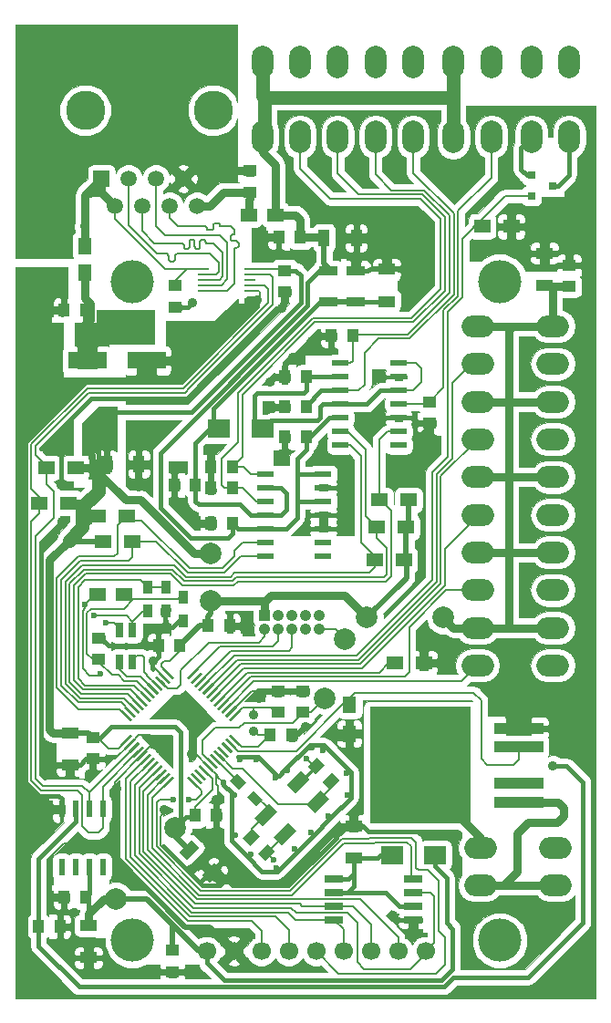
<source format=gbr>
G04 #@! TF.FileFunction,Copper,L4,Bot,Signal*
%FSLAX46Y46*%
G04 Gerber Fmt 4.6, Leading zero omitted, Abs format (unit mm)*
G04 Created by KiCad (PCBNEW 4.0.2-4+6225~38~ubuntu15.04.1-stable) date Mi 16 Mär 2016 01:27:49 CET*
%MOMM*%
G01*
G04 APERTURE LIST*
%ADD10C,0.150000*%
%ADD11C,0.200000*%
%ADD12R,1.100000X0.250000*%
%ADD13R,1.500000X1.250000*%
%ADD14C,1.700000*%
%ADD15C,4.000000*%
%ADD16R,1.000000X1.250000*%
%ADD17C,3.649980*%
%ADD18R,1.501140X1.501140*%
%ADD19C,1.501140*%
%ADD20R,1.250000X1.000000*%
%ADD21R,1.500000X1.300000*%
%ADD22R,1.300000X1.500000*%
%ADD23R,1.500000X0.600000*%
%ADD24R,1.700000X0.900000*%
%ADD25R,1.050000X1.050000*%
%ADD26C,1.050000*%
%ADD27R,1.250000X1.500000*%
%ADD28C,0.050000*%
%ADD29R,0.800100X0.800100*%
%ADD30O,2.000000X3.014980*%
%ADD31O,3.014980X2.000000*%
%ADD32R,2.000000X1.700000*%
%ADD33R,3.599180X1.600200*%
%ADD34R,1.600000X1.000000*%
%ADD35R,1.000000X1.600000*%
%ADD36R,1.700000X0.650000*%
%ADD37R,0.800000X1.400000*%
%ADD38R,0.600000X1.550000*%
%ADD39R,0.900000X1.200000*%
%ADD40R,4.600000X1.100000*%
%ADD41R,9.400000X10.800000*%
%ADD42C,2.000000*%
%ADD43C,0.889000*%
%ADD44C,0.600000*%
%ADD45C,1.270000*%
%ADD46C,0.400000*%
%ADD47C,0.508000*%
%ADD48C,0.762000*%
%ADD49C,0.254000*%
%ADD50C,0.100000*%
G04 APERTURE END LIST*
D10*
D11*
X19822157Y-70884657D02*
X20387843Y-71450343D01*
D12*
X22850000Y-23750000D03*
X22850000Y-24250000D03*
X22850000Y-24750000D03*
X22850000Y-25250000D03*
X22850000Y-25750000D03*
X18550000Y-25750000D03*
X18550000Y-25250000D03*
X18550000Y-24750000D03*
X18550000Y-24250000D03*
X18550000Y-23750000D03*
D13*
X11196000Y-53975000D03*
X8696000Y-53975000D03*
D14*
X39160000Y-87100000D03*
X36620000Y-87100000D03*
X34080000Y-87100000D03*
X31540000Y-87100000D03*
X29000000Y-87100000D03*
X26460000Y-87100000D03*
X23920000Y-87100000D03*
X21380000Y-87100000D03*
D15*
X46050000Y-86100000D03*
X11950000Y-86100000D03*
X46050000Y-24900000D03*
X11950000Y-24900000D03*
D14*
X18840000Y-87100000D03*
D16*
X15803000Y-43799000D03*
X17803000Y-43799000D03*
D17*
X19438520Y-9000000D03*
X7569100Y-9000000D03*
D18*
X9055000Y-15350000D03*
D19*
X10325000Y-17890000D03*
X11595000Y-15350000D03*
X12865000Y-17890000D03*
X14135000Y-15350000D03*
X15405000Y-17890000D03*
X16675000Y-15350000D03*
X17945000Y-17890000D03*
D16*
X21232000Y-42148000D03*
X19232000Y-42148000D03*
D10*
G36*
X27065756Y-72459820D02*
X26287939Y-71682003D01*
X27631442Y-70338500D01*
X28409259Y-71116317D01*
X27065756Y-72459820D01*
X27065756Y-72459820D01*
G37*
G36*
X25844442Y-77273238D02*
X25066625Y-76495421D01*
X26410128Y-75151918D01*
X27187945Y-75929735D01*
X25844442Y-77273238D01*
X25844442Y-77273238D01*
G37*
G36*
X24048390Y-75477186D02*
X23270573Y-74699369D01*
X24614076Y-73355866D01*
X25391893Y-74133683D01*
X24048390Y-75477186D01*
X24048390Y-75477186D01*
G37*
G36*
X28861808Y-74255872D02*
X28083991Y-73478055D01*
X29427494Y-72134552D01*
X30205311Y-72912369D01*
X28861808Y-74255872D01*
X28861808Y-74255872D01*
G37*
G36*
X21979112Y-67854859D02*
X21802335Y-68031636D01*
X20883096Y-67112397D01*
X21059873Y-66935620D01*
X21979112Y-67854859D01*
X21979112Y-67854859D01*
G37*
G36*
X21625559Y-68208412D02*
X21448782Y-68385189D01*
X20529543Y-67465950D01*
X20706320Y-67289173D01*
X21625559Y-68208412D01*
X21625559Y-68208412D01*
G37*
G36*
X21272005Y-68561966D02*
X21095228Y-68738743D01*
X20175989Y-67819504D01*
X20352766Y-67642727D01*
X21272005Y-68561966D01*
X21272005Y-68561966D01*
G37*
G36*
X20918452Y-68915519D02*
X20741675Y-69092296D01*
X19822436Y-68173057D01*
X19999213Y-67996280D01*
X20918452Y-68915519D01*
X20918452Y-68915519D01*
G37*
G36*
X20564899Y-69269072D02*
X20388122Y-69445849D01*
X19468883Y-68526610D01*
X19645660Y-68349833D01*
X20564899Y-69269072D01*
X20564899Y-69269072D01*
G37*
G36*
X20211345Y-69622626D02*
X20034568Y-69799403D01*
X19115329Y-68880164D01*
X19292106Y-68703387D01*
X20211345Y-69622626D01*
X20211345Y-69622626D01*
G37*
G36*
X19857792Y-69976179D02*
X19681015Y-70152956D01*
X18761776Y-69233717D01*
X18938553Y-69056940D01*
X19857792Y-69976179D01*
X19857792Y-69976179D01*
G37*
G36*
X19504238Y-70329733D02*
X19327461Y-70506510D01*
X18408222Y-69587271D01*
X18584999Y-69410494D01*
X19504238Y-70329733D01*
X19504238Y-70329733D01*
G37*
G36*
X19150685Y-70683286D02*
X18973908Y-70860063D01*
X18054669Y-69940824D01*
X18231446Y-69764047D01*
X19150685Y-70683286D01*
X19150685Y-70683286D01*
G37*
G36*
X18797132Y-71036839D02*
X18620355Y-71213616D01*
X17701116Y-70294377D01*
X17877893Y-70117600D01*
X18797132Y-71036839D01*
X18797132Y-71036839D01*
G37*
G36*
X18443578Y-71390393D02*
X18266801Y-71567170D01*
X17347562Y-70647931D01*
X17524339Y-70471154D01*
X18443578Y-71390393D01*
X18443578Y-71390393D01*
G37*
G36*
X18090025Y-71743946D02*
X17913248Y-71920723D01*
X16994009Y-71001484D01*
X17170786Y-70824707D01*
X18090025Y-71743946D01*
X18090025Y-71743946D01*
G37*
G36*
X14908044Y-71920723D02*
X14731267Y-71743946D01*
X15650506Y-70824707D01*
X15827283Y-71001484D01*
X14908044Y-71920723D01*
X14908044Y-71920723D01*
G37*
G36*
X14554491Y-71567170D02*
X14377714Y-71390393D01*
X15296953Y-70471154D01*
X15473730Y-70647931D01*
X14554491Y-71567170D01*
X14554491Y-71567170D01*
G37*
G36*
X14200937Y-71213616D02*
X14024160Y-71036839D01*
X14943399Y-70117600D01*
X15120176Y-70294377D01*
X14200937Y-71213616D01*
X14200937Y-71213616D01*
G37*
G36*
X13847384Y-70860063D02*
X13670607Y-70683286D01*
X14589846Y-69764047D01*
X14766623Y-69940824D01*
X13847384Y-70860063D01*
X13847384Y-70860063D01*
G37*
G36*
X13493831Y-70506510D02*
X13317054Y-70329733D01*
X14236293Y-69410494D01*
X14413070Y-69587271D01*
X13493831Y-70506510D01*
X13493831Y-70506510D01*
G37*
G36*
X13140277Y-70152956D02*
X12963500Y-69976179D01*
X13882739Y-69056940D01*
X14059516Y-69233717D01*
X13140277Y-70152956D01*
X13140277Y-70152956D01*
G37*
G36*
X12786724Y-69799403D02*
X12609947Y-69622626D01*
X13529186Y-68703387D01*
X13705963Y-68880164D01*
X12786724Y-69799403D01*
X12786724Y-69799403D01*
G37*
G36*
X12433170Y-69445849D02*
X12256393Y-69269072D01*
X13175632Y-68349833D01*
X13352409Y-68526610D01*
X12433170Y-69445849D01*
X12433170Y-69445849D01*
G37*
G36*
X12079617Y-69092296D02*
X11902840Y-68915519D01*
X12822079Y-67996280D01*
X12998856Y-68173057D01*
X12079617Y-69092296D01*
X12079617Y-69092296D01*
G37*
G36*
X11726064Y-68738743D02*
X11549287Y-68561966D01*
X12468526Y-67642727D01*
X12645303Y-67819504D01*
X11726064Y-68738743D01*
X11726064Y-68738743D01*
G37*
G36*
X11372510Y-68385189D02*
X11195733Y-68208412D01*
X12114972Y-67289173D01*
X12291749Y-67465950D01*
X11372510Y-68385189D01*
X11372510Y-68385189D01*
G37*
G36*
X11018957Y-68031636D02*
X10842180Y-67854859D01*
X11761419Y-66935620D01*
X11938196Y-67112397D01*
X11018957Y-68031636D01*
X11018957Y-68031636D01*
G37*
G36*
X11938196Y-65592117D02*
X11761419Y-65768894D01*
X10842180Y-64849655D01*
X11018957Y-64672878D01*
X11938196Y-65592117D01*
X11938196Y-65592117D01*
G37*
G36*
X12291749Y-65238564D02*
X12114972Y-65415341D01*
X11195733Y-64496102D01*
X11372510Y-64319325D01*
X12291749Y-65238564D01*
X12291749Y-65238564D01*
G37*
G36*
X12645303Y-64885010D02*
X12468526Y-65061787D01*
X11549287Y-64142548D01*
X11726064Y-63965771D01*
X12645303Y-64885010D01*
X12645303Y-64885010D01*
G37*
G36*
X12998856Y-64531457D02*
X12822079Y-64708234D01*
X11902840Y-63788995D01*
X12079617Y-63612218D01*
X12998856Y-64531457D01*
X12998856Y-64531457D01*
G37*
G36*
X13352409Y-64177904D02*
X13175632Y-64354681D01*
X12256393Y-63435442D01*
X12433170Y-63258665D01*
X13352409Y-64177904D01*
X13352409Y-64177904D01*
G37*
G36*
X13705963Y-63824350D02*
X13529186Y-64001127D01*
X12609947Y-63081888D01*
X12786724Y-62905111D01*
X13705963Y-63824350D01*
X13705963Y-63824350D01*
G37*
G36*
X14059516Y-63470797D02*
X13882739Y-63647574D01*
X12963500Y-62728335D01*
X13140277Y-62551558D01*
X14059516Y-63470797D01*
X14059516Y-63470797D01*
G37*
G36*
X14413070Y-63117243D02*
X14236293Y-63294020D01*
X13317054Y-62374781D01*
X13493831Y-62198004D01*
X14413070Y-63117243D01*
X14413070Y-63117243D01*
G37*
G36*
X14766623Y-62763690D02*
X14589846Y-62940467D01*
X13670607Y-62021228D01*
X13847384Y-61844451D01*
X14766623Y-62763690D01*
X14766623Y-62763690D01*
G37*
G36*
X15120176Y-62410137D02*
X14943399Y-62586914D01*
X14024160Y-61667675D01*
X14200937Y-61490898D01*
X15120176Y-62410137D01*
X15120176Y-62410137D01*
G37*
G36*
X15473730Y-62056583D02*
X15296953Y-62233360D01*
X14377714Y-61314121D01*
X14554491Y-61137344D01*
X15473730Y-62056583D01*
X15473730Y-62056583D01*
G37*
G36*
X15827283Y-61703030D02*
X15650506Y-61879807D01*
X14731267Y-60960568D01*
X14908044Y-60783791D01*
X15827283Y-61703030D01*
X15827283Y-61703030D01*
G37*
G36*
X17170786Y-61879807D02*
X16994009Y-61703030D01*
X17913248Y-60783791D01*
X18090025Y-60960568D01*
X17170786Y-61879807D01*
X17170786Y-61879807D01*
G37*
G36*
X17524339Y-62233360D02*
X17347562Y-62056583D01*
X18266801Y-61137344D01*
X18443578Y-61314121D01*
X17524339Y-62233360D01*
X17524339Y-62233360D01*
G37*
G36*
X17877893Y-62586914D02*
X17701116Y-62410137D01*
X18620355Y-61490898D01*
X18797132Y-61667675D01*
X17877893Y-62586914D01*
X17877893Y-62586914D01*
G37*
G36*
X18231446Y-62940467D02*
X18054669Y-62763690D01*
X18973908Y-61844451D01*
X19150685Y-62021228D01*
X18231446Y-62940467D01*
X18231446Y-62940467D01*
G37*
G36*
X18584999Y-63294020D02*
X18408222Y-63117243D01*
X19327461Y-62198004D01*
X19504238Y-62374781D01*
X18584999Y-63294020D01*
X18584999Y-63294020D01*
G37*
G36*
X18938553Y-63647574D02*
X18761776Y-63470797D01*
X19681015Y-62551558D01*
X19857792Y-62728335D01*
X18938553Y-63647574D01*
X18938553Y-63647574D01*
G37*
G36*
X19292106Y-64001127D02*
X19115329Y-63824350D01*
X20034568Y-62905111D01*
X20211345Y-63081888D01*
X19292106Y-64001127D01*
X19292106Y-64001127D01*
G37*
G36*
X19645660Y-64354681D02*
X19468883Y-64177904D01*
X20388122Y-63258665D01*
X20564899Y-63435442D01*
X19645660Y-64354681D01*
X19645660Y-64354681D01*
G37*
G36*
X19999213Y-64708234D02*
X19822436Y-64531457D01*
X20741675Y-63612218D01*
X20918452Y-63788995D01*
X19999213Y-64708234D01*
X19999213Y-64708234D01*
G37*
G36*
X20352766Y-65061787D02*
X20175989Y-64885010D01*
X21095228Y-63965771D01*
X21272005Y-64142548D01*
X20352766Y-65061787D01*
X20352766Y-65061787D01*
G37*
G36*
X20706320Y-65415341D02*
X20529543Y-65238564D01*
X21448782Y-64319325D01*
X21625559Y-64496102D01*
X20706320Y-65415341D01*
X20706320Y-65415341D01*
G37*
G36*
X21059873Y-65768894D02*
X20883096Y-65592117D01*
X21802335Y-64672878D01*
X21979112Y-64849655D01*
X21059873Y-65768894D01*
X21059873Y-65768894D01*
G37*
D16*
X32408000Y-29956000D03*
X30408000Y-29956000D03*
D20*
X39536000Y-36068000D03*
X39536000Y-38068000D03*
D16*
X28090000Y-36560000D03*
X26090000Y-36560000D03*
X21232000Y-44053000D03*
X19232000Y-44053000D03*
D20*
X22835500Y-14605000D03*
X22835500Y-16605000D03*
D10*
G36*
X28207805Y-69981199D02*
X29091688Y-69097316D01*
X29798795Y-69804423D01*
X28914912Y-70688306D01*
X28207805Y-69981199D01*
X28207805Y-69981199D01*
G37*
G36*
X29622019Y-71395413D02*
X30505902Y-70511530D01*
X31213009Y-71218637D01*
X30329126Y-72102520D01*
X29622019Y-71395413D01*
X29622019Y-71395413D01*
G37*
G36*
X25187256Y-77837086D02*
X24303373Y-78720969D01*
X23596266Y-78013862D01*
X24480149Y-77129979D01*
X25187256Y-77837086D01*
X25187256Y-77837086D01*
G37*
G36*
X23773042Y-76422872D02*
X22889159Y-77306755D01*
X22182052Y-76599648D01*
X23065935Y-75715765D01*
X23773042Y-76422872D01*
X23773042Y-76422872D01*
G37*
D16*
X17750000Y-74500000D03*
X19750000Y-74500000D03*
D20*
X25439000Y-64928500D03*
X25439000Y-62928500D03*
X8250000Y-67250000D03*
X8250000Y-69250000D03*
D16*
X24750000Y-67000000D03*
X26750000Y-67000000D03*
X16342500Y-58721500D03*
X14342500Y-58721500D03*
D10*
G36*
X20996945Y-71215738D02*
X21633341Y-70579342D01*
X22481869Y-71427870D01*
X21845473Y-72064266D01*
X20996945Y-71215738D01*
X20996945Y-71215738D01*
G37*
G36*
X22552579Y-72771372D02*
X23188975Y-72134976D01*
X24037503Y-72983504D01*
X23401107Y-73619900D01*
X22552579Y-72771372D01*
X22552579Y-72771372D01*
G37*
D16*
X5579500Y-27543000D03*
X7579500Y-27543000D03*
D21*
X36281000Y-60309000D03*
X38981000Y-60309000D03*
X44409000Y-19796000D03*
X47109000Y-19796000D03*
D22*
X32093800Y-64216800D03*
X32093800Y-66916800D03*
D23*
X24263000Y-50403000D03*
X24263000Y-49133000D03*
X24263000Y-47863000D03*
X24263000Y-46593000D03*
X24263000Y-45323000D03*
X24263000Y-44053000D03*
X24263000Y-42783000D03*
X29663000Y-42783000D03*
X29663000Y-44053000D03*
X29663000Y-45323000D03*
X29663000Y-46593000D03*
X29663000Y-47863000D03*
X29663000Y-49133000D03*
X29663000Y-50403000D03*
D20*
X27725000Y-64928500D03*
X27725000Y-62928500D03*
X15914000Y-25273000D03*
X15914000Y-27273000D03*
D16*
X19232000Y-47355000D03*
X21232000Y-47355000D03*
X26090000Y-39354000D03*
X28090000Y-39354000D03*
D13*
X22728500Y-18716500D03*
X25228500Y-18716500D03*
D24*
X30138000Y-23934000D03*
X30138000Y-26834000D03*
X32678000Y-26834000D03*
X32678000Y-23934000D03*
D21*
X6012800Y-45466000D03*
X3312800Y-45466000D03*
X6660500Y-42227500D03*
X3960500Y-42227500D03*
X8748400Y-46685200D03*
X11448400Y-46685200D03*
X37584000Y-45196000D03*
X34884000Y-45196000D03*
X37330000Y-47736000D03*
X34630000Y-47736000D03*
X37139500Y-50784000D03*
X34439500Y-50784000D03*
X9231000Y-49022000D03*
X11931000Y-49022000D03*
D23*
X31248000Y-40116000D03*
X31248000Y-38846000D03*
X31248000Y-37576000D03*
X31248000Y-36306000D03*
X31248000Y-35036000D03*
X31248000Y-33766000D03*
X31248000Y-32496000D03*
X36648000Y-32496000D03*
X36648000Y-33766000D03*
X36648000Y-35036000D03*
X36648000Y-36306000D03*
X36648000Y-37576000D03*
X36648000Y-38846000D03*
X36648000Y-40116000D03*
D25*
X24232500Y-55927500D03*
D26*
X25502500Y-55927500D03*
X26772500Y-55927500D03*
X28042500Y-55927500D03*
X29312500Y-55927500D03*
X25502500Y-57197500D03*
X26772500Y-57197500D03*
X28042500Y-57197500D03*
X29312500Y-57197500D03*
X24232500Y-57197500D03*
D27*
X7500000Y-24100000D03*
X7500000Y-21600000D03*
D28*
X19822157Y-70884657D03*
X20387843Y-71450343D03*
D29*
X48999240Y-16950000D03*
X48999240Y-15050000D03*
X50998220Y-16000000D03*
D30*
X38000000Y-4500000D03*
X34500000Y-4500000D03*
X31000000Y-4500000D03*
X27500000Y-4500000D03*
X24000000Y-4500000D03*
X38000000Y-11500000D03*
X34500000Y-11500000D03*
X31000000Y-11500000D03*
X24000000Y-11500000D03*
X27500000Y-11500000D03*
D31*
X51235000Y-80982000D03*
X51235000Y-77482000D03*
X44235000Y-77482000D03*
X44235000Y-80982000D03*
D30*
X45250000Y-4500000D03*
X41750000Y-4500000D03*
X41750000Y-11500000D03*
X45250000Y-11500000D03*
X52500000Y-4500000D03*
X49000000Y-4500000D03*
X49000000Y-11500000D03*
X52500000Y-11500000D03*
D31*
X43981000Y-60565000D03*
X50981000Y-60565000D03*
X50981000Y-57065000D03*
X43981000Y-57065000D03*
X50981000Y-29065000D03*
X43981000Y-29065000D03*
X50981000Y-53565000D03*
X43981000Y-53565000D03*
X50981000Y-50065000D03*
X43981000Y-50065000D03*
X50981000Y-46565000D03*
X50981000Y-43065000D03*
X50981000Y-39565000D03*
X50981000Y-36065000D03*
X50981000Y-32565000D03*
X43981000Y-46565000D03*
X43981000Y-43065000D03*
X43981000Y-39565000D03*
X43981000Y-32565000D03*
X43981000Y-36065000D03*
D20*
X52490000Y-25368000D03*
X52490000Y-23368000D03*
D16*
X7593200Y-82092800D03*
X5593200Y-82092800D03*
X25518500Y-20812000D03*
X27518500Y-20812000D03*
X26090000Y-33766000D03*
X28090000Y-33766000D03*
D20*
X26074000Y-25876000D03*
X26074000Y-23876000D03*
D32*
X24010000Y-38592000D03*
X20010000Y-38592000D03*
D10*
G36*
X16270101Y-77901472D02*
X17401472Y-76770101D01*
X18108579Y-77477208D01*
X16977208Y-78608579D01*
X16270101Y-77901472D01*
X16270101Y-77901472D01*
G37*
G36*
X18391421Y-80022792D02*
X19522792Y-78891421D01*
X20229899Y-79598528D01*
X19098528Y-80729899D01*
X18391421Y-80022792D01*
X18391421Y-80022792D01*
G37*
D33*
X7749180Y-32250000D03*
X13250820Y-32250000D03*
D16*
X18978000Y-56880000D03*
X20978000Y-56880000D03*
D34*
X35535500Y-23757000D03*
X35535500Y-26757000D03*
D35*
X32717500Y-20875500D03*
X29717500Y-20875500D03*
X12524500Y-41894000D03*
X9524500Y-41894000D03*
D34*
X6135000Y-66835400D03*
X6135000Y-69835400D03*
X50204000Y-25296500D03*
X50204000Y-22296500D03*
X7863200Y-84707600D03*
X7863200Y-87707600D03*
D36*
X37979000Y-80375000D03*
X37979000Y-81645000D03*
X37979000Y-82915000D03*
X37979000Y-84185000D03*
X30679000Y-84185000D03*
X30679000Y-82915000D03*
X30679000Y-81645000D03*
X30679000Y-80375000D03*
D34*
X32474800Y-75471400D03*
X32474800Y-78471400D03*
D32*
X36062800Y-78190600D03*
X40062800Y-78190600D03*
D20*
X8803000Y-57991500D03*
X8803000Y-59991500D03*
D37*
X11943000Y-60237500D03*
X10743000Y-57237500D03*
X10743000Y-60237500D03*
X11943000Y-57237500D03*
D20*
X15635600Y-87011000D03*
X15635600Y-89011000D03*
D38*
X9183000Y-79290400D03*
X7913000Y-79290400D03*
X6643000Y-79290400D03*
X5373000Y-79290400D03*
X5373000Y-73890400D03*
X6643000Y-73890400D03*
X7913000Y-73890400D03*
X9183000Y-73890400D03*
D39*
X16677000Y-56408500D03*
X16677000Y-54208500D03*
X13375000Y-53319500D03*
X13375000Y-55519500D03*
X15026000Y-55519500D03*
X15026000Y-53319500D03*
D16*
X5231000Y-84810600D03*
X3231000Y-84810600D03*
D40*
X47791000Y-73234000D03*
X47791000Y-71534000D03*
X47791000Y-68134000D03*
D41*
X38641000Y-69834000D03*
D40*
X47791000Y-66434000D03*
D42*
X31662000Y-58086500D03*
X29820500Y-63611000D03*
X19241400Y-54594000D03*
X19165200Y-50174400D03*
D43*
X8250000Y-38000000D03*
X8250000Y-39000000D03*
X8250000Y-40000000D03*
X9500000Y-39000000D03*
X9500000Y-40000000D03*
X9500000Y-38000000D03*
D42*
X40806000Y-56118000D03*
X33694000Y-56118000D03*
X10376800Y-82229200D03*
X15914000Y-75676000D03*
D43*
X23216500Y-65135000D03*
X23216500Y-66659000D03*
D44*
X20387843Y-71450343D03*
X21375000Y-72628000D03*
X21502000Y-76311000D03*
X22899000Y-78089000D03*
X26963000Y-77581000D03*
X25312000Y-79359000D03*
X28487000Y-76057000D03*
X30138000Y-74533000D03*
X31916000Y-72628000D03*
X31789000Y-70596000D03*
X29630000Y-68437000D03*
X28614000Y-68183000D03*
X26328000Y-70342000D03*
X25185000Y-70977000D03*
X23407000Y-69326000D03*
X21883000Y-69326000D03*
X25058000Y-78597000D03*
X28106000Y-69199000D03*
D43*
X9900000Y-77050000D03*
X10500000Y-72000000D03*
X38000000Y-19250000D03*
X27500000Y-16200000D03*
X4200000Y-70600000D03*
X4231000Y-75488800D03*
X1950000Y-72600000D03*
X6700000Y-34500000D03*
X2200000Y-39000000D03*
X37500000Y-26500000D03*
X47854500Y-21764500D03*
X44000000Y-22000000D03*
X54000000Y-14000000D03*
X51000000Y-66500000D03*
X53975000Y-86868000D03*
X53975000Y-90805000D03*
X43053000Y-88011000D03*
X51435000Y-83947000D03*
X2159000Y-90424000D03*
X6731000Y-77089000D03*
X17500000Y-64500000D03*
X41084500Y-76263500D03*
X17500000Y-89000000D03*
X6500000Y-83500000D03*
X5500000Y-87000000D03*
X5422900Y-47231300D03*
X4053200Y-40563800D03*
X5323200Y-43815000D03*
X14961500Y-57007000D03*
X17438000Y-68818000D03*
X15000000Y-65000000D03*
X36107000Y-83804000D03*
X30849200Y-76184000D03*
X20638400Y-80375000D03*
X14923400Y-73948800D03*
X34750000Y-33750000D03*
X5500000Y-24250000D03*
X29250000Y-41250000D03*
X28000000Y-66250000D03*
X28000000Y-22750000D03*
X23750000Y-20750000D03*
X19500000Y-40500000D03*
X18250000Y-31000000D03*
X19750000Y-29500000D03*
X18250000Y-29500000D03*
X12548500Y-43989500D03*
X16104500Y-42084500D03*
X22327500Y-56816500D03*
X33948000Y-20939000D03*
X35599000Y-22590000D03*
X24750000Y-34250000D03*
X25750000Y-41000000D03*
X16000000Y-45500000D03*
X17750000Y-47250000D03*
X31500000Y-47750000D03*
X28000000Y-48000000D03*
X40679000Y-60182000D03*
X23661000Y-63611000D03*
X30265000Y-66913000D03*
X19851000Y-76311000D03*
X19748500Y-73025000D03*
X52426500Y-21383500D03*
X34964000Y-37576000D03*
X38520000Y-39354000D03*
X24550000Y-36560000D03*
X28614000Y-30464000D03*
X26836000Y-31988000D03*
X32932000Y-22844000D03*
X13882000Y-60182000D03*
X8100000Y-70600000D03*
X23534000Y-26654000D03*
X25820000Y-27416000D03*
X14136000Y-67548000D03*
D44*
X17133200Y-72983600D03*
X15710800Y-72983600D03*
D43*
X11850000Y-29702000D03*
X11850000Y-28432000D03*
X10580000Y-29702000D03*
X9310000Y-28432000D03*
X9310000Y-29702000D03*
X10580000Y-28432000D03*
X7532000Y-19796000D03*
X5000000Y-22000000D03*
X7250000Y-12750000D03*
X5250000Y-2250000D03*
X20250000Y-2500000D03*
X18000000Y-4000000D03*
X17500000Y-26900000D03*
D44*
X9501500Y-56578500D03*
X8358500Y-55943500D03*
D43*
X50990500Y-69913500D03*
D44*
X8955400Y-61341000D03*
X7533000Y-54864000D03*
D11*
X27725000Y-64928500D02*
X28503000Y-64928500D01*
X30773000Y-57197500D02*
X29312500Y-57197500D01*
X31662000Y-58086500D02*
X30773000Y-57197500D01*
X28503000Y-64928500D02*
X29820500Y-63611000D01*
X27725000Y-64928500D02*
X27725000Y-65008000D01*
X27725000Y-65008000D02*
X26836000Y-65897000D01*
X26836000Y-65897000D02*
X22327500Y-65897000D01*
X22327500Y-65897000D02*
X21870300Y-66354200D01*
X21870300Y-66354200D02*
X19647800Y-66354200D01*
X19309784Y-69604948D02*
X19309784Y-69597584D01*
X19309784Y-69597584D02*
X18479400Y-68767200D01*
X18479400Y-67522600D02*
X19647800Y-66354200D01*
X18479400Y-68767200D02*
X18479400Y-67522600D01*
X32805000Y-88122000D02*
X32805000Y-84439000D01*
X27166200Y-83550000D02*
X26696204Y-83080004D01*
X26696204Y-83080004D02*
X17614628Y-83080004D01*
X12573996Y-71956674D02*
X14218615Y-70312055D01*
X12573996Y-78039372D02*
X12573996Y-71956674D01*
X17614628Y-83080004D02*
X12573996Y-78039372D01*
X31916000Y-83550000D02*
X27166200Y-83550000D01*
X32805000Y-84439000D02*
X31916000Y-83550000D01*
X37979000Y-81645000D02*
X39586800Y-81645000D01*
X39967800Y-86292200D02*
X39160000Y-87100000D01*
X39967800Y-82026000D02*
X39967800Y-86292200D01*
X39586800Y-81645000D02*
X39967800Y-82026000D01*
X33440000Y-88757000D02*
X32805000Y-88122000D01*
X37758000Y-88757000D02*
X33440000Y-88757000D01*
X37758000Y-88757000D02*
X39160000Y-87355000D01*
X39160000Y-87100000D02*
X39160000Y-87355000D01*
X31540000Y-87100000D02*
X31540000Y-85046000D01*
X31540000Y-85046000D02*
X30679000Y-84185000D01*
X30679000Y-84185000D02*
X27115400Y-84185000D01*
X26410406Y-83480006D02*
X27115400Y-84185000D01*
X12173994Y-71649570D02*
X13865062Y-69958502D01*
X12173994Y-78205058D02*
X12173994Y-71649570D01*
X17448942Y-83480006D02*
X12173994Y-78205058D01*
X17448942Y-83480006D02*
X26410406Y-83480006D01*
X34080000Y-87100000D02*
X34080000Y-84596400D01*
X32398600Y-82915000D02*
X30679000Y-82915000D01*
X34080000Y-84596400D02*
X32398600Y-82915000D01*
X30679000Y-82915000D02*
X27699600Y-82915000D01*
X27699600Y-82915000D02*
X27464602Y-82680002D01*
X27464602Y-82680002D02*
X17780314Y-82680002D01*
X12973998Y-72263778D02*
X14572168Y-70665608D01*
X12973998Y-77873686D02*
X12973998Y-72263778D01*
X17780314Y-82680002D02*
X12973998Y-77873686D01*
X9183000Y-75565000D02*
X9183000Y-75653000D01*
X7874000Y-76073000D02*
X7279000Y-75478000D01*
X8763000Y-76073000D02*
X7874000Y-76073000D01*
X9183000Y-75653000D02*
X8763000Y-76073000D01*
X9183000Y-73890400D02*
X9183000Y-75565000D01*
X7279000Y-75478000D02*
X7279000Y-75387200D01*
X2554002Y-71227890D02*
X2554002Y-51993800D01*
X7279000Y-75387200D02*
X7279000Y-72574102D01*
X7279000Y-72574102D02*
X6872600Y-72167702D01*
X6872600Y-72167702D02*
X3493814Y-72167702D01*
X3493814Y-72167702D02*
X2554002Y-71227890D01*
X3312800Y-45466000D02*
X3312800Y-46409600D01*
X2554002Y-47168398D02*
X2554002Y-51993800D01*
X3312800Y-46409600D02*
X2554002Y-47168398D01*
X2554002Y-40013998D02*
X2554002Y-44186502D01*
X2554002Y-40013998D02*
X7735200Y-34832800D01*
X24550000Y-26908000D02*
X16625200Y-34832800D01*
X24550000Y-25638000D02*
X24550000Y-26908000D01*
X22850000Y-25250000D02*
X24162000Y-25250000D01*
X24162000Y-25250000D02*
X24550000Y-25638000D01*
X16625200Y-34832800D02*
X7735200Y-34832800D01*
X2554002Y-44186502D02*
X3262000Y-44894500D01*
X2554002Y-51250000D02*
X2554002Y-51993800D01*
X9183000Y-73890400D02*
X9183000Y-71812136D01*
X9183000Y-71812136D02*
X9183000Y-71815200D01*
X9183000Y-71812136D02*
X12450848Y-68544288D01*
X12450848Y-68544288D02*
X12441212Y-68544288D01*
X3659500Y-71767700D02*
X7306700Y-71767700D01*
X7306700Y-71767700D02*
X7913000Y-72374000D01*
X3659500Y-71767700D02*
X2954004Y-71062204D01*
X3960500Y-42227500D02*
X3960500Y-42027496D01*
X3960500Y-42027496D02*
X2954004Y-41021000D01*
X2954004Y-41021000D02*
X2954004Y-40179684D01*
X2954004Y-48546396D02*
X4612000Y-46888400D01*
X4612000Y-46888400D02*
X4612000Y-44399200D01*
X4612000Y-44399200D02*
X3960500Y-43747700D01*
X3960500Y-43747700D02*
X3960500Y-42227500D01*
X2954004Y-71062204D02*
X2954004Y-48546396D01*
X2954004Y-40179684D02*
X7900886Y-35232802D01*
X7900886Y-35232802D02*
X16810088Y-35232802D01*
X16810088Y-35232802D02*
X17271445Y-34771445D01*
X17271445Y-34771445D02*
X17271445Y-34752243D01*
X8700400Y-71587630D02*
X8699370Y-71587630D01*
X7913000Y-72374000D02*
X7913000Y-73890400D01*
X8699370Y-71587630D02*
X7913000Y-72374000D01*
X24686000Y-24250000D02*
X22850000Y-24250000D01*
X24686000Y-24250000D02*
X24950002Y-24514002D01*
X24950002Y-24514002D02*
X24950002Y-27073686D01*
X24950002Y-27073686D02*
X17271445Y-34752243D01*
X17271445Y-34752243D02*
X17095686Y-34928002D01*
X8700400Y-71587630D02*
X12097295Y-68190735D01*
X12097295Y-68190735D02*
X12096265Y-68190735D01*
X25502500Y-57197500D02*
X25502500Y-58251984D01*
X20050332Y-58823484D02*
X17542017Y-61331799D01*
X24931000Y-58823484D02*
X20050332Y-58823484D01*
X25502500Y-58251984D02*
X24931000Y-58823484D01*
X17542017Y-61331799D02*
X17542017Y-61322583D01*
X14572168Y-62038906D02*
X14595906Y-62038906D01*
X14595906Y-62038906D02*
X15215500Y-62658500D01*
X24232500Y-57896000D02*
X24232500Y-57197500D01*
X23705018Y-58423482D02*
X24232500Y-57896000D01*
X19006018Y-58423482D02*
X23705018Y-58423482D01*
X16422000Y-61007500D02*
X19006018Y-58423482D01*
X16422000Y-62341000D02*
X16422000Y-61007500D01*
X16104500Y-62658500D02*
X16422000Y-62341000D01*
X15215500Y-62658500D02*
X16104500Y-62658500D01*
X14572168Y-62038906D02*
X14572168Y-62040568D01*
X26772500Y-57197500D02*
X26772500Y-58905986D01*
X21064544Y-59223486D02*
X18249124Y-62038906D01*
X26455000Y-59223486D02*
X21064544Y-59223486D01*
X26772500Y-58905986D02*
X26455000Y-59223486D01*
D45*
X8779140Y-44372260D02*
X8779140Y-42367200D01*
D46*
X50981000Y-50065000D02*
X46902000Y-50065000D01*
X46990000Y-49911000D02*
X46902000Y-49911000D01*
X46990000Y-49977000D02*
X46990000Y-49911000D01*
X46902000Y-50065000D02*
X46990000Y-49977000D01*
X50981000Y-43065000D02*
X46902000Y-43065000D01*
X46990000Y-43053000D02*
X46902000Y-43053000D01*
X46914000Y-43053000D02*
X46990000Y-43053000D01*
X46902000Y-43065000D02*
X46914000Y-43053000D01*
X43981000Y-36065000D02*
X46902000Y-36065000D01*
X46902000Y-36065000D02*
X46902000Y-29446000D01*
X46902000Y-29446000D02*
X46863000Y-29407000D01*
X46521000Y-29065000D02*
X43981000Y-29065000D01*
X46863000Y-29407000D02*
X46521000Y-29065000D01*
D47*
X9231000Y-49022000D02*
X6136000Y-49022000D01*
X6136000Y-49022000D02*
X6059800Y-48945800D01*
X8779140Y-44372260D02*
X7304400Y-45847000D01*
X7304400Y-45847000D02*
X7304400Y-46649000D01*
X7304400Y-46649000D02*
X7340600Y-46685200D01*
X7340600Y-46685200D02*
X8748400Y-46685200D01*
X6660500Y-42227500D02*
X8639440Y-42227500D01*
X8639440Y-42227500D02*
X8779140Y-42367200D01*
X15635600Y-87011000D02*
X15635600Y-84617968D01*
X15635600Y-84617968D02*
X15508816Y-84491184D01*
D48*
X10376800Y-82229200D02*
X9270800Y-82229200D01*
X7863200Y-83636800D02*
X7863200Y-84707600D01*
X9270800Y-82229200D02*
X7863200Y-83636800D01*
D46*
X7863200Y-84707600D02*
X7863200Y-82362800D01*
X7863200Y-82362800D02*
X7593200Y-82092800D01*
X7913000Y-79290400D02*
X7913000Y-81773000D01*
X7913000Y-81773000D02*
X7593200Y-82092800D01*
D45*
X8779140Y-44372260D02*
X7304400Y-45847000D01*
X7304400Y-47701200D02*
X6059800Y-48945800D01*
X7304400Y-45847000D02*
X7304400Y-47701200D01*
D48*
X7685400Y-45466000D02*
X7685400Y-46917600D01*
X7685400Y-46917600D02*
X7859400Y-47091600D01*
X6012800Y-45466000D02*
X7685400Y-45466000D01*
X8779140Y-42367200D02*
X8779140Y-42148000D01*
X7685400Y-45466000D02*
X8779140Y-44372260D01*
X4235008Y-53111400D02*
X4235008Y-50770592D01*
X4235008Y-50770592D02*
X6059800Y-48945800D01*
D47*
X19241400Y-54594000D02*
X19241400Y-55758600D01*
X18978000Y-56022000D02*
X18978000Y-56880000D01*
X19241400Y-55758600D02*
X18978000Y-56022000D01*
D48*
X4570408Y-66835400D02*
X6135000Y-66835400D01*
X4235008Y-66500000D02*
X4570408Y-66835400D01*
X4235008Y-53076606D02*
X4235008Y-53111400D01*
X4235008Y-53111400D02*
X4235008Y-66500000D01*
X8779140Y-42800000D02*
X8900000Y-42800000D01*
X17692396Y-50174400D02*
X19165200Y-50174400D01*
X12717996Y-45200000D02*
X17692396Y-50174400D01*
X11300000Y-45200000D02*
X12717996Y-45200000D01*
X8900000Y-42800000D02*
X11300000Y-45200000D01*
D47*
X10376800Y-82229200D02*
X13246832Y-82229200D01*
X13246832Y-82229200D02*
X13750000Y-82732368D01*
D46*
X13246832Y-82229200D02*
X13750000Y-82732368D01*
X13750000Y-82732368D02*
X13750000Y-82750000D01*
D11*
X8250000Y-67250000D02*
X8750000Y-67250000D01*
X8750000Y-67250000D02*
X9750000Y-68250000D01*
X10623816Y-68250000D02*
X11390188Y-67483628D01*
X9750000Y-68250000D02*
X10623816Y-68250000D01*
D46*
X8250000Y-67250000D02*
X9000000Y-67250000D01*
X16422000Y-75168000D02*
X15914000Y-75676000D01*
X16422000Y-75168000D02*
X16422000Y-66786000D01*
X15914000Y-66278000D02*
X16422000Y-66786000D01*
X9972000Y-66278000D02*
X15914000Y-66278000D01*
X9000000Y-67250000D02*
X9972000Y-66278000D01*
D47*
X7835400Y-66835400D02*
X8250000Y-67250000D01*
D48*
X24296000Y-54594000D02*
X19241400Y-54594000D01*
D47*
X18117632Y-87100000D02*
X15508816Y-84491184D01*
X15508816Y-84491184D02*
X13750000Y-82732368D01*
D46*
X40062800Y-78190600D02*
X40062800Y-79225400D01*
X18840000Y-88203200D02*
X18840000Y-87100000D01*
X20435200Y-89798400D02*
X18840000Y-88203200D01*
X40602800Y-89798400D02*
X20435200Y-89798400D01*
X41669600Y-88731600D02*
X40602800Y-89798400D01*
X41669600Y-85023200D02*
X41669600Y-88731600D01*
X41110800Y-84464400D02*
X41669600Y-85023200D01*
X41110800Y-80273400D02*
X41110800Y-84464400D01*
X40062800Y-79225400D02*
X41110800Y-80273400D01*
D11*
X18840000Y-87100000D02*
X18840000Y-87365000D01*
X18840000Y-87100000D02*
X18840000Y-87390400D01*
X19343000Y-71052378D02*
X19343000Y-72094600D01*
X17750000Y-73687600D02*
X17750000Y-74500000D01*
X19343000Y-72094600D02*
X17750000Y-73687600D01*
D47*
X15914000Y-75676000D02*
X15914000Y-76414000D01*
X15914000Y-76414000D02*
X17189340Y-77689340D01*
D11*
X8250000Y-40000000D02*
X8250000Y-39000000D01*
X9500000Y-40000000D02*
X9500000Y-39000000D01*
X9947000Y-37447000D02*
X9947000Y-37553000D01*
X9947000Y-37553000D02*
X9500000Y-38000000D01*
D48*
X50331000Y-25368000D02*
X52236000Y-25368000D01*
D45*
X8779140Y-42800000D02*
X8779140Y-42148000D01*
D46*
X9947000Y-37447000D02*
X8779140Y-38614860D01*
X8779140Y-38614860D02*
X8779140Y-42148000D01*
D48*
X24296000Y-54594000D02*
X24804000Y-54086000D01*
D47*
X37584000Y-45196000D02*
X37584000Y-47482000D01*
X37584000Y-47482000D02*
X37330000Y-47736000D01*
X37330000Y-50784000D02*
X37330000Y-47736000D01*
X33694000Y-56118000D02*
X37377000Y-52435000D01*
X37377000Y-52435000D02*
X37377000Y-50831000D01*
X37377000Y-50831000D02*
X37330000Y-50784000D01*
D48*
X24804000Y-54086000D02*
X31662000Y-54086000D01*
X31662000Y-54086000D02*
X33694000Y-56118000D01*
X41753000Y-57065000D02*
X43981000Y-57065000D01*
X40806000Y-56118000D02*
X41753000Y-57065000D01*
D46*
X17438000Y-37068000D02*
X10326000Y-37068000D01*
X26074000Y-23876000D02*
X27106000Y-23876000D01*
X27598000Y-26908000D02*
X17438000Y-37068000D01*
X27598000Y-24368000D02*
X27598000Y-26908000D01*
X27106000Y-23876000D02*
X27598000Y-24368000D01*
X10326000Y-37068000D02*
X9947000Y-37447000D01*
D47*
X18840000Y-87100000D02*
X18117632Y-87100000D01*
D46*
X10376800Y-82229200D02*
X10249800Y-82229200D01*
X10249800Y-82229200D02*
X10376800Y-82229200D01*
X10376800Y-82229200D02*
X10249800Y-82229200D01*
D48*
X24232500Y-55927500D02*
X24232500Y-54657500D01*
X24232500Y-54657500D02*
X24804000Y-54086000D01*
X50966000Y-25368000D02*
X50966000Y-29050000D01*
X50966000Y-29050000D02*
X50981000Y-29065000D01*
X46902000Y-57065000D02*
X46902000Y-49911000D01*
X46902000Y-49911000D02*
X46902000Y-43053000D01*
X46902000Y-43053000D02*
X46902000Y-29446000D01*
X46902000Y-29446000D02*
X47283000Y-29065000D01*
X43981000Y-57065000D02*
X46902000Y-57065000D01*
X46902000Y-57065000D02*
X50981000Y-57065000D01*
D11*
X24693000Y-67040000D02*
X23597500Y-67040000D01*
X23597500Y-67040000D02*
X23216500Y-66659000D01*
X23632502Y-68100498D02*
X24693000Y-67040000D01*
D48*
X43981000Y-50065000D02*
X50981000Y-50065000D01*
X43981000Y-43065000D02*
X50981000Y-43065000D01*
X43981000Y-36065000D02*
X50981000Y-36065000D01*
X43981000Y-29065000D02*
X47283000Y-29065000D01*
X47283000Y-29065000D02*
X50981000Y-29065000D01*
D46*
X18840000Y-87100000D02*
X18194000Y-87100000D01*
D11*
X22850000Y-23750000D02*
X25948000Y-23750000D01*
X25948000Y-23750000D02*
X26074000Y-23876000D01*
D46*
X17708000Y-74660000D02*
X16930000Y-74660000D01*
X16930000Y-74660000D02*
X15914000Y-75676000D01*
D11*
X17708000Y-73898000D02*
X17708000Y-74660000D01*
X19343000Y-71052378D02*
X18602677Y-70312055D01*
X16342500Y-58721500D02*
X16342500Y-59245500D01*
X16342500Y-59245500D02*
X15406000Y-60182000D01*
X14644000Y-60696524D02*
X15279275Y-61331799D01*
X14644000Y-60436000D02*
X14644000Y-60696524D01*
X14898000Y-60182000D02*
X14644000Y-60436000D01*
X15406000Y-60182000D02*
X14898000Y-60182000D01*
D47*
X18978000Y-56880000D02*
X18184000Y-56880000D01*
X18184000Y-56880000D02*
X16342500Y-58721500D01*
D46*
X15914000Y-74914000D02*
X15914000Y-75676000D01*
D11*
X23216500Y-65135000D02*
X23216500Y-64500000D01*
X23216500Y-64500000D02*
X23216500Y-64563500D01*
X21431104Y-67483628D02*
X21437628Y-67483628D01*
X21437628Y-67483628D02*
X22054498Y-68100498D01*
X22054498Y-68100498D02*
X23632502Y-68100498D01*
X21431104Y-65220886D02*
X21431104Y-65205896D01*
X21431104Y-65205896D02*
X22137000Y-64500000D01*
X22137000Y-64500000D02*
X23216500Y-64500000D01*
X23216500Y-64500000D02*
X24820000Y-64500000D01*
X24820000Y-64500000D02*
X25248500Y-64928500D01*
X21431104Y-65220886D02*
X21416114Y-65220886D01*
D47*
X6135000Y-66835400D02*
X7835400Y-66835400D01*
D11*
X29144649Y-73195212D02*
X28893204Y-73446656D01*
X28893204Y-73446656D02*
X25480707Y-73446660D01*
X25480707Y-73446660D02*
X22158009Y-70123964D01*
X22158009Y-70123964D02*
X21243015Y-70123963D01*
X21243015Y-70123963D02*
X20016893Y-68897842D01*
X28983006Y-73338897D02*
X30417513Y-71904389D01*
X30417513Y-71904389D02*
X30417514Y-71307025D01*
X28533993Y-73698105D02*
X29503860Y-72728238D01*
X22977546Y-75752251D02*
X22977548Y-76511260D01*
X24169589Y-74560211D02*
X22977546Y-75752251D01*
X24690443Y-73949554D02*
X23135091Y-72394201D01*
D48*
X51235000Y-80982000D02*
X46422000Y-80982000D01*
X47791000Y-73234000D02*
X51445000Y-73234000D01*
X46422000Y-80982000D02*
X44235000Y-80982000D01*
X47664000Y-79740000D02*
X46422000Y-80982000D01*
X47664000Y-76184000D02*
X47664000Y-79740000D01*
X48680000Y-75168000D02*
X47664000Y-76184000D01*
X51347000Y-75168000D02*
X48680000Y-75168000D01*
X51982000Y-74533000D02*
X51347000Y-75168000D01*
X51982000Y-73771000D02*
X51982000Y-74533000D01*
X51445000Y-73234000D02*
X51982000Y-73771000D01*
D11*
X19663338Y-69251395D02*
X21536180Y-71124240D01*
X21536180Y-71124240D02*
X21577760Y-71124237D01*
D49*
X19668996Y-69251394D02*
X19663338Y-69251395D01*
D11*
X20387843Y-71612000D02*
X20387843Y-71450343D01*
X21121000Y-72501000D02*
X21248000Y-72501000D01*
X21248000Y-72501000D02*
X21375000Y-72628000D01*
X21121000Y-76819000D02*
X21121000Y-76692000D01*
X21121000Y-76692000D02*
X21502000Y-76311000D01*
X22518000Y-78216000D02*
X22772000Y-78216000D01*
X22772000Y-78216000D02*
X22899000Y-78089000D01*
X27217000Y-77835000D02*
X26963000Y-77581000D01*
X25439000Y-79613000D02*
X25439000Y-79486000D01*
X25439000Y-79486000D02*
X25312000Y-79359000D01*
X28677500Y-76374500D02*
X28677500Y-76247500D01*
X28677500Y-76247500D02*
X28487000Y-76057000D01*
X30392000Y-74660000D02*
X30265000Y-74660000D01*
X30265000Y-74660000D02*
X30138000Y-74533000D01*
X32233500Y-72818500D02*
X32106500Y-72818500D01*
X32106500Y-72818500D02*
X31916000Y-72628000D01*
X32201750Y-70437250D02*
X31947750Y-70437250D01*
X31947750Y-70437250D02*
X31789000Y-70596000D01*
X29693500Y-67929000D02*
X29693500Y-68373500D01*
X29693500Y-68373500D02*
X29630000Y-68437000D01*
X28423500Y-67929000D02*
X28423500Y-67992500D01*
X28423500Y-67992500D02*
X28614000Y-68183000D01*
X26105750Y-70246750D02*
X26232750Y-70246750D01*
X26232750Y-70246750D02*
X26328000Y-70342000D01*
X25375500Y-70786500D02*
X25185000Y-70977000D01*
X23597500Y-69008500D02*
X23597500Y-69135500D01*
X23597500Y-69135500D02*
X23407000Y-69326000D01*
X21756000Y-69008500D02*
X21756000Y-69199000D01*
D46*
X28423500Y-67929000D02*
X26105750Y-70246750D01*
X26105750Y-70246750D02*
X25566000Y-70786500D01*
X25566000Y-70786500D02*
X25375500Y-70786500D01*
X25375500Y-70786500D02*
X23597500Y-69008500D01*
X23597500Y-69008500D02*
X21756000Y-69008500D01*
D11*
X21756000Y-69199000D02*
X21883000Y-69326000D01*
D46*
X20387843Y-71612000D02*
X20387843Y-71640843D01*
X29693500Y-67929000D02*
X28423500Y-67929000D01*
X32233500Y-70469000D02*
X32201750Y-70437250D01*
X32201750Y-70437250D02*
X29693500Y-67929000D01*
X32233500Y-72818500D02*
X32233500Y-70469000D01*
X25375500Y-79676500D02*
X25439000Y-79613000D01*
X25439000Y-79613000D02*
X27217000Y-77835000D01*
X27217000Y-77835000D02*
X28677500Y-76374500D01*
X28677500Y-76374500D02*
X30392000Y-74660000D01*
X30392000Y-74660000D02*
X32233500Y-72818500D01*
X23978500Y-79676500D02*
X25375500Y-79676500D01*
X21121000Y-76819000D02*
X22518000Y-78216000D01*
X22518000Y-78216000D02*
X23978500Y-79676500D01*
X21121000Y-72374000D02*
X21121000Y-72501000D01*
X21121000Y-72501000D02*
X21121000Y-76819000D01*
X20387843Y-71640843D02*
X21121000Y-72374000D01*
D11*
X24391761Y-77925474D02*
X24391761Y-77930761D01*
X24391761Y-77930761D02*
X25058000Y-78597000D01*
X29003300Y-69892811D02*
X28799811Y-69892811D01*
X28799811Y-69892811D02*
X28106000Y-69199000D01*
X26127283Y-76212577D02*
X24414389Y-77925471D01*
X24414389Y-77925471D02*
X24391761Y-77925473D01*
D49*
X29003299Y-69892812D02*
X27496952Y-71399160D01*
X27496952Y-71399160D02*
X27348601Y-71399160D01*
X24414389Y-77925471D02*
X24391761Y-77925473D01*
D11*
X27353265Y-71542846D02*
X27186955Y-71542845D01*
X25960974Y-76356263D02*
X25965639Y-76356263D01*
D46*
X9900000Y-77050000D02*
X9950000Y-77050000D01*
X10500000Y-76500000D02*
X10500000Y-72000000D01*
X9950000Y-77050000D02*
X10500000Y-76500000D01*
X38000000Y-19250000D02*
X34650000Y-19250000D01*
D48*
X35599000Y-21651000D02*
X38000000Y-19250000D01*
D46*
X27500000Y-16750000D02*
X27500000Y-16200000D01*
X29650000Y-18900000D02*
X27500000Y-16750000D01*
X34300000Y-18900000D02*
X29650000Y-18900000D01*
X34650000Y-19250000D02*
X34300000Y-18900000D01*
X4231000Y-75488800D02*
X4231000Y-74881000D01*
X3454006Y-70637400D02*
X3454006Y-52781200D01*
X3809606Y-70993000D02*
X3454006Y-70637400D01*
X4200000Y-70600000D02*
X3809606Y-70993000D01*
X4231000Y-74881000D02*
X1950000Y-72600000D01*
X2046600Y-40050000D02*
X2046600Y-39153400D01*
X2046600Y-39153400D02*
X2200000Y-39000000D01*
X8250000Y-69250000D02*
X7650000Y-69250000D01*
X7650000Y-69250000D02*
X7064600Y-69835400D01*
X7064600Y-69835400D02*
X6135000Y-69835400D01*
D11*
X35599000Y-22590000D02*
X35599000Y-21651000D01*
X35599000Y-21651000D02*
X35948000Y-22000000D01*
X37500000Y-22500000D02*
X37500000Y-26500000D01*
X37000000Y-22000000D02*
X37500000Y-22500000D01*
X35948000Y-22000000D02*
X37000000Y-22000000D01*
D46*
X47109000Y-20638000D02*
X47854500Y-21764500D01*
X47109000Y-19796000D02*
X47109000Y-20638000D01*
D11*
X52426500Y-21383500D02*
X52426500Y-18073500D01*
X54000000Y-16500000D02*
X54000000Y-14000000D01*
X52426500Y-18073500D02*
X54000000Y-16500000D01*
D46*
X50934000Y-66434000D02*
X51000000Y-66500000D01*
X47791000Y-66434000D02*
X50934000Y-66434000D01*
D11*
X53975000Y-90805000D02*
X53975000Y-86868000D01*
X43053000Y-84328000D02*
X43053000Y-88011000D01*
X44450000Y-82931000D02*
X43053000Y-84328000D01*
X50419000Y-82931000D02*
X44450000Y-82931000D01*
X51435000Y-83947000D02*
X50419000Y-82931000D01*
X4231000Y-75488800D02*
X4013200Y-75488800D01*
X1778000Y-90043000D02*
X2159000Y-90424000D01*
X1778000Y-77724000D02*
X1778000Y-90043000D01*
X4013200Y-75488800D02*
X1778000Y-77724000D01*
X5593200Y-82092800D02*
X4368800Y-82092800D01*
X5588000Y-77089000D02*
X6731000Y-77089000D01*
X4064000Y-78613000D02*
X5588000Y-77089000D01*
X4064000Y-81788000D02*
X4064000Y-78613000D01*
X4368800Y-82092800D02*
X4064000Y-81788000D01*
X17438000Y-65024000D02*
X17438000Y-64667500D01*
X17438000Y-64667500D02*
X17500000Y-64500000D01*
X19851000Y-71719998D02*
X19851000Y-72922500D01*
X19851000Y-71719998D02*
X19743002Y-71612000D01*
X19743002Y-71612000D02*
X19743002Y-70745270D01*
X19844923Y-70847191D02*
X19743002Y-70745270D01*
X19851000Y-72922500D02*
X19748500Y-73025000D01*
D46*
X32474800Y-75471400D02*
X33307400Y-75471400D01*
X39129600Y-76412600D02*
X38723200Y-76006200D01*
D11*
X41084500Y-76263500D02*
X40836898Y-76015898D01*
D46*
X41084500Y-76263500D02*
X39129600Y-76412600D01*
X33842200Y-76006200D02*
X38723200Y-76006200D01*
X33307400Y-75471400D02*
X33842200Y-76006200D01*
X15635600Y-89011000D02*
X17489000Y-89011000D01*
X17489000Y-89011000D02*
X17500000Y-89000000D01*
X7863200Y-87707600D02*
X6207600Y-87707600D01*
X5593200Y-83406800D02*
X5593200Y-82092800D01*
X5500000Y-83500000D02*
X5593200Y-83406800D01*
X6500000Y-83500000D02*
X5500000Y-83500000D01*
X6207600Y-87707600D02*
X5500000Y-87000000D01*
X5373000Y-73890400D02*
X5373000Y-72971504D01*
X23534000Y-27216890D02*
X16512945Y-34237945D01*
X23534000Y-27216890D02*
X23534000Y-26654000D01*
X7622945Y-34237945D02*
X16512945Y-34237945D01*
X7622945Y-34237945D02*
X2046600Y-39814290D01*
X2046600Y-40200800D02*
X2046600Y-40050000D01*
X2046600Y-40050000D02*
X2046600Y-39814290D01*
X2054000Y-40208200D02*
X2046600Y-40200800D01*
X2054000Y-71434998D02*
X2054000Y-40208200D01*
X3286706Y-72667704D02*
X2054000Y-71434998D01*
X5069200Y-72667704D02*
X3286706Y-72667704D01*
X5373000Y-72971504D02*
X5069200Y-72667704D01*
X5373000Y-73890400D02*
X5373000Y-74346800D01*
X6135000Y-69835400D02*
X6135000Y-70003400D01*
X5422900Y-47231300D02*
X3454006Y-49163994D01*
X3454006Y-49163994D02*
X3454006Y-52781200D01*
X4053200Y-40563800D02*
X4866000Y-40563800D01*
X3876192Y-40386792D02*
X4053200Y-40563800D01*
X25314798Y-27416000D02*
X18115399Y-34615399D01*
X25820000Y-27416000D02*
X25314798Y-27416000D01*
X18115399Y-34634601D02*
X17000000Y-35750000D01*
X17000000Y-35750000D02*
X8090798Y-35750000D01*
X8090798Y-35750000D02*
X3454006Y-40386792D01*
X18115399Y-34615399D02*
X18115399Y-34634601D01*
X3454006Y-40386792D02*
X3876192Y-40386792D01*
X5297800Y-43789600D02*
X5323200Y-43815000D01*
X5297800Y-40995600D02*
X5297800Y-43789600D01*
X4866000Y-40563800D02*
X5297800Y-40995600D01*
X16677000Y-56408500D02*
X16224700Y-56408500D01*
X15626200Y-57007000D02*
X14961500Y-57007000D01*
X16224700Y-56408500D02*
X15626200Y-57007000D01*
X14961500Y-57007000D02*
X14961500Y-55584000D01*
X14961500Y-55584000D02*
X15026000Y-55519500D01*
X8803000Y-57991500D02*
X8984100Y-57991500D01*
X8984100Y-57991500D02*
X9742800Y-58750200D01*
X9742800Y-58750200D02*
X14313800Y-58750200D01*
X14313800Y-58750200D02*
X14342500Y-58721500D01*
X17438000Y-68818000D02*
X17438000Y-65024000D01*
X17438000Y-65024000D02*
X17438000Y-64898000D01*
D11*
X17819000Y-68818000D02*
X17438000Y-68818000D01*
X18956230Y-69955230D02*
X17819000Y-68818000D01*
D46*
X17437000Y-64897000D02*
X15000000Y-65000000D01*
X17438000Y-64898000D02*
X17437000Y-64897000D01*
D11*
X15026000Y-55519500D02*
X15026000Y-56942500D01*
D46*
X14342500Y-57626000D02*
X14961500Y-57007000D01*
X14342500Y-57626000D02*
X14342500Y-58721500D01*
D11*
X15026000Y-56942500D02*
X14961500Y-57007000D01*
D46*
X6135000Y-69835400D02*
X6135000Y-70135000D01*
X8250000Y-69250000D02*
X8250000Y-70132000D01*
X8250000Y-70132000D02*
X8100000Y-70600000D01*
D11*
X8250000Y-69250000D02*
X10330922Y-69250000D01*
X10330922Y-69250000D02*
X11743741Y-67837181D01*
D46*
X3454006Y-52781200D02*
X3454006Y-52753104D01*
X37979000Y-84185000D02*
X36742000Y-84185000D01*
X36742000Y-84185000D02*
X36107000Y-83804000D01*
X19310660Y-79810660D02*
X19094540Y-79810660D01*
X19094540Y-79810660D02*
X18204843Y-80700357D01*
X20638400Y-80375000D02*
X20638400Y-80395794D01*
X18484480Y-80979994D02*
X18204843Y-80700357D01*
X18204843Y-80700357D02*
X14813943Y-77309457D01*
X20054200Y-80979994D02*
X18484480Y-80979994D01*
X20638400Y-80395794D02*
X20054200Y-80979994D01*
X30849200Y-76184000D02*
X30849200Y-76536802D01*
X31202002Y-76184000D02*
X30849200Y-76184000D01*
X31914602Y-75471400D02*
X31202002Y-76184000D01*
X21243394Y-80979994D02*
X20638400Y-80375000D01*
X26406008Y-80979994D02*
X21243394Y-80979994D01*
X30849200Y-76536802D02*
X26406008Y-80979994D01*
X32474800Y-75471400D02*
X31914602Y-75471400D01*
X32474800Y-75471400D02*
X32474800Y-75701400D01*
X19310660Y-79810660D02*
X20074060Y-79810660D01*
X20074060Y-79810660D02*
X20638400Y-80375000D01*
D11*
X37900000Y-83905000D02*
X38798800Y-83905000D01*
X18443058Y-81079994D02*
X18172232Y-80809168D01*
X19089000Y-81079994D02*
X18443058Y-81079994D01*
X19310660Y-80858334D02*
X19089000Y-81079994D01*
X14574006Y-74660000D02*
X14574006Y-77210942D01*
X14574006Y-77210942D02*
X18172232Y-80809168D01*
X14923400Y-73948800D02*
X14923400Y-74056606D01*
X14923400Y-74056606D02*
X14574006Y-74660000D01*
X18172232Y-80809168D02*
X18146832Y-80783768D01*
X36648000Y-33766000D02*
X34766000Y-33766000D01*
X34766000Y-33766000D02*
X34750000Y-33750000D01*
D46*
X5579500Y-27543000D02*
X5579500Y-24329500D01*
X5579500Y-24329500D02*
X5500000Y-24250000D01*
X31500000Y-47750000D02*
X31500000Y-41750000D01*
X31000000Y-41250000D02*
X29250000Y-41250000D01*
X31500000Y-41750000D02*
X31000000Y-41250000D01*
X29663000Y-46593000D02*
X31657000Y-46593000D01*
X31657000Y-46593000D02*
X31750000Y-46500000D01*
X29663000Y-44053000D02*
X31447000Y-44053000D01*
X31447000Y-44053000D02*
X31500000Y-44000000D01*
D47*
X26750000Y-67000000D02*
X27250000Y-67000000D01*
X27250000Y-67000000D02*
X28000000Y-66250000D01*
X16852910Y-84834012D02*
X19114012Y-84834012D01*
X19114012Y-84834012D02*
X21380000Y-87100000D01*
D48*
X25518500Y-20812000D02*
X23812000Y-20812000D01*
X23812000Y-20812000D02*
X23750000Y-20750000D01*
X19232000Y-42148000D02*
X19232000Y-40768000D01*
X19232000Y-40768000D02*
X19500000Y-40500000D01*
X17000000Y-32250000D02*
X13250820Y-32250000D01*
X18250000Y-31000000D02*
X17000000Y-32250000D01*
X18250000Y-29500000D02*
X19750000Y-29500000D01*
D46*
X12380860Y-43821860D02*
X12380860Y-42148000D01*
X12548500Y-43989500D02*
X12380860Y-43821860D01*
X14342500Y-58721500D02*
X14342500Y-59721500D01*
X14342500Y-59721500D02*
X13882000Y-60182000D01*
X20978000Y-56880000D02*
X22264000Y-56880000D01*
X22264000Y-56880000D02*
X22327500Y-56816500D01*
X32678000Y-23934000D02*
X33810500Y-23934000D01*
X33987500Y-23757000D02*
X35535500Y-23757000D01*
X33810500Y-23934000D02*
X33987500Y-23757000D01*
X32717500Y-20875500D02*
X33884500Y-20875500D01*
X33884500Y-20875500D02*
X33948000Y-20939000D01*
X35599000Y-22590000D02*
X35535500Y-22653500D01*
X35535500Y-22653500D02*
X35535500Y-23757000D01*
X15803000Y-43799000D02*
X15803000Y-42386000D01*
X15803000Y-42386000D02*
X16104500Y-42084500D01*
X26090000Y-33766000D02*
X25234000Y-33766000D01*
X25234000Y-33766000D02*
X24750000Y-34250000D01*
X25750000Y-41000000D02*
X26090000Y-40660000D01*
X26090000Y-40660000D02*
X26090000Y-39354000D01*
X15803000Y-43799000D02*
X15803000Y-45303000D01*
X15803000Y-45303000D02*
X16000000Y-45500000D01*
X19232000Y-47355000D02*
X17855000Y-47355000D01*
X17855000Y-47355000D02*
X17750000Y-47250000D01*
X31387000Y-47863000D02*
X31500000Y-47750000D01*
X29663000Y-47863000D02*
X31387000Y-47863000D01*
X28137000Y-47863000D02*
X29663000Y-47863000D01*
X28000000Y-48000000D02*
X28137000Y-47863000D01*
X38981000Y-60309000D02*
X40552000Y-60309000D01*
X40552000Y-60309000D02*
X40679000Y-60182000D01*
X27725000Y-62928500D02*
X25248500Y-62928500D01*
X31916000Y-67374000D02*
X30726000Y-67374000D01*
X24343500Y-62928500D02*
X25248500Y-62928500D01*
X23661000Y-63611000D02*
X24343500Y-62928500D01*
X30726000Y-67374000D02*
X30265000Y-66913000D01*
X47109000Y-19796000D02*
X49823000Y-19796000D01*
X51000000Y-20973000D02*
X52426500Y-21383500D01*
X49823000Y-19796000D02*
X51000000Y-20973000D01*
X19708000Y-76168000D02*
X19708000Y-74660000D01*
X19851000Y-76311000D02*
X19708000Y-76168000D01*
D11*
X19708000Y-74660000D02*
X19708000Y-73898000D01*
X19605500Y-73168000D02*
X19748500Y-73025000D01*
X19708000Y-73898000D02*
X19605500Y-73168000D01*
X18956230Y-69958502D02*
X18956230Y-69955230D01*
D46*
X39536000Y-38068000D02*
X39536000Y-38338000D01*
X39536000Y-38338000D02*
X38520000Y-39354000D01*
X34964000Y-37576000D02*
X36648000Y-37576000D01*
X36648000Y-37576000D02*
X38012000Y-37576000D01*
X38504000Y-38068000D02*
X39536000Y-38068000D01*
X38012000Y-37576000D02*
X38504000Y-38068000D01*
X26090000Y-36560000D02*
X24550000Y-36560000D01*
X26090000Y-33766000D02*
X26090000Y-32480000D01*
X29122000Y-29956000D02*
X30154000Y-29956000D01*
X28614000Y-30464000D02*
X29122000Y-29956000D01*
X26582000Y-31988000D02*
X26836000Y-31988000D01*
X26090000Y-32480000D02*
X26582000Y-31988000D01*
D47*
X32678000Y-23934000D02*
X32678000Y-23098000D01*
X32678000Y-23098000D02*
X32932000Y-22844000D01*
D11*
X13882000Y-60182000D02*
X13882000Y-60641630D01*
X13882000Y-60641630D02*
X14925722Y-61685352D01*
X14342500Y-59721500D02*
X13882000Y-60182000D01*
X13818500Y-67865500D02*
X14136000Y-67548000D01*
X13818500Y-67883742D02*
X13818500Y-67865500D01*
X10326000Y-71376242D02*
X12804401Y-68897841D01*
X10326000Y-71866000D02*
X10326000Y-71376242D01*
D47*
X10326000Y-78307102D02*
X16852910Y-84834012D01*
X10326000Y-71866000D02*
X10326000Y-78307102D01*
X21248000Y-86968000D02*
X21380000Y-87100000D01*
D11*
X23646000Y-25750000D02*
X23788000Y-25892000D01*
X23788000Y-25892000D02*
X23788000Y-26400000D01*
X23788000Y-26400000D02*
X23534000Y-26654000D01*
X22850000Y-25750000D02*
X23646000Y-25750000D01*
D46*
X26074000Y-27162000D02*
X25820000Y-27416000D01*
X26074000Y-27162000D02*
X26074000Y-25876000D01*
D11*
X11743741Y-67837181D02*
X11751319Y-67837181D01*
X11751319Y-67837181D02*
X12548500Y-67040000D01*
X12548500Y-67040000D02*
X13564500Y-67040000D01*
X13818500Y-67294000D02*
X13818500Y-67883742D01*
X13818500Y-67883742D02*
X12804401Y-68897841D01*
X21077551Y-64867333D02*
X21077551Y-64860949D01*
X21077551Y-64860949D02*
X23010000Y-62928500D01*
X23010000Y-62928500D02*
X25248500Y-62928500D01*
X18956231Y-69958501D02*
X19844923Y-70847191D01*
X19844923Y-70847191D02*
X19844923Y-70864163D01*
X13564500Y-67040000D02*
X13818500Y-67294000D01*
D48*
X25228500Y-18716500D02*
X25228500Y-14116000D01*
X25228500Y-14116000D02*
X24000000Y-12887500D01*
X24000000Y-12887500D02*
X24000000Y-11500000D01*
D46*
X29663000Y-45323000D02*
X27217000Y-45323000D01*
X27250000Y-45250000D02*
X27217000Y-45250000D01*
X27250000Y-45290000D02*
X27250000Y-45250000D01*
X27217000Y-45323000D02*
X27250000Y-45290000D01*
X29663000Y-42783000D02*
X27217000Y-42783000D01*
X27250000Y-42750000D02*
X27217000Y-42750000D01*
X27217000Y-42783000D02*
X27250000Y-42750000D01*
X30138000Y-23934000D02*
X29302000Y-23934000D01*
X29302000Y-23934000D02*
X28198002Y-25037998D01*
X21232000Y-48323500D02*
X21232000Y-47355000D01*
X20803500Y-48752000D02*
X21232000Y-48323500D01*
X17374500Y-48752000D02*
X20803500Y-48752000D01*
X14517000Y-45894500D02*
X17374500Y-48752000D01*
X14517000Y-40837530D02*
X14517000Y-45894500D01*
X28198002Y-27156528D02*
X14517000Y-40837530D01*
X28198002Y-25037998D02*
X28198002Y-27156528D01*
D47*
X30138000Y-23934000D02*
X30138000Y-23669500D01*
X30138000Y-23669500D02*
X29717500Y-23249000D01*
X29717500Y-23249000D02*
X29717500Y-20875500D01*
D48*
X27518500Y-20812000D02*
X29654000Y-20812000D01*
X29654000Y-20812000D02*
X29717500Y-20875500D01*
X25228500Y-18716500D02*
X27090000Y-18716500D01*
X27518500Y-19145000D02*
X27518500Y-20812000D01*
X27090000Y-18716500D02*
X27518500Y-19145000D01*
D46*
X24263000Y-47863000D02*
X21740000Y-47863000D01*
X21740000Y-47863000D02*
X21232000Y-47355000D01*
X24263000Y-47863000D02*
X26201000Y-47863000D01*
X26201000Y-47863000D02*
X27217000Y-46847000D01*
X28090000Y-39354000D02*
X28090000Y-40513000D01*
X27217000Y-41386000D02*
X27217000Y-42750000D01*
X27217000Y-42750000D02*
X27217000Y-45250000D01*
X27217000Y-45250000D02*
X27217000Y-46847000D01*
X28090000Y-40513000D02*
X27217000Y-41386000D01*
X31248000Y-37576000D02*
X30224530Y-37576000D01*
X30224530Y-37576000D02*
X28446530Y-39354000D01*
X28446530Y-39354000D02*
X28090000Y-39354000D01*
D11*
X28360000Y-39354000D02*
X28090000Y-39354000D01*
D45*
X24169000Y-7858000D02*
X24169000Y-11331000D01*
X24169000Y-11331000D02*
X24000000Y-11500000D01*
X41750000Y-7858000D02*
X24169000Y-7858000D01*
X24000000Y-7689000D02*
X24000000Y-4500000D01*
X24169000Y-7858000D02*
X24000000Y-7689000D01*
X41750000Y-4500000D02*
X41750000Y-7858000D01*
X41750000Y-7858000D02*
X41750000Y-11500000D01*
D11*
X42174156Y-26244156D02*
X42174156Y-18325844D01*
X45250000Y-15250000D02*
X45250000Y-11500000D01*
X42174156Y-18325844D02*
X45250000Y-15250000D01*
X40831496Y-32750000D02*
X40831496Y-34772504D01*
X40831496Y-34772504D02*
X39536000Y-36068000D01*
X36648000Y-36306000D02*
X39298000Y-36306000D01*
X39298000Y-36306000D02*
X39536000Y-36068000D01*
X40831496Y-32750000D02*
X40831496Y-33502504D01*
X40831496Y-27586816D02*
X40831496Y-32750000D01*
X42174156Y-26244156D02*
X40831496Y-27586816D01*
D46*
X28090000Y-36560000D02*
X28090000Y-36426000D01*
X28090000Y-36426000D02*
X29480000Y-35036000D01*
X29480000Y-35036000D02*
X31248000Y-35036000D01*
D11*
X37642624Y-30210000D02*
X34790000Y-30210000D01*
X33500000Y-34500000D02*
X32964000Y-35036000D01*
X33500000Y-31500000D02*
X33500000Y-34500000D01*
X34790000Y-30210000D02*
X33500000Y-31500000D01*
X38000000Y-11500000D02*
X38000000Y-14831000D01*
X41774154Y-26078470D02*
X37642624Y-30210000D01*
X41774154Y-18605154D02*
X41774154Y-26078470D01*
X38000000Y-14831000D02*
X41774154Y-18605154D01*
X31248000Y-35036000D02*
X32964000Y-35036000D01*
X34500000Y-11500000D02*
X34500000Y-14950500D01*
X37476938Y-29809998D02*
X32554002Y-29809998D01*
X41374152Y-25912784D02*
X37476938Y-29809998D01*
X41374152Y-18770840D02*
X41374152Y-25912784D01*
X39030906Y-16427594D02*
X41374152Y-18770840D01*
X35977094Y-16427594D02*
X39030906Y-16427594D01*
X34500000Y-14950500D02*
X35977094Y-16427594D01*
X32554002Y-29809998D02*
X32408000Y-29956000D01*
X32554002Y-29809998D02*
X32408000Y-29956000D01*
X32408000Y-29956000D02*
X32408000Y-32258000D01*
X31248000Y-32496000D02*
X32170000Y-32496000D01*
X32408000Y-32258000D02*
X32170000Y-32496000D01*
X32154000Y-29956000D02*
X32154000Y-30194000D01*
X32554002Y-29555998D02*
X32154000Y-29956000D01*
X34500000Y-12982000D02*
X34500000Y-11500000D01*
X31000000Y-11500000D02*
X31000000Y-14879500D01*
X22156002Y-35397998D02*
X22156002Y-40243000D01*
X22156002Y-35397998D02*
X28868000Y-28686000D01*
X38035248Y-28686000D02*
X28868000Y-28686000D01*
X40974150Y-25747098D02*
X38035248Y-28686000D01*
X40974150Y-18936526D02*
X40974150Y-25747098D01*
X38865220Y-16827596D02*
X40974150Y-18936526D01*
X32948096Y-16827596D02*
X38865220Y-16827596D01*
X31000000Y-14879500D02*
X32948096Y-16827596D01*
X22156002Y-40243000D02*
X22156002Y-41223998D01*
X22156002Y-41223998D02*
X21232000Y-42148000D01*
X24263000Y-42783000D02*
X22899000Y-42783000D01*
X22899000Y-42783000D02*
X22264000Y-42148000D01*
X22264000Y-42148000D02*
X21232000Y-42148000D01*
X22156002Y-40516002D02*
X22156002Y-40243000D01*
X27500000Y-11500000D02*
X27500000Y-14427500D01*
X28702314Y-28285998D02*
X37869562Y-28285998D01*
X28702314Y-28285998D02*
X22997156Y-33991156D01*
X40574148Y-25581412D02*
X37869562Y-28285998D01*
X40574148Y-19102212D02*
X40574148Y-25581412D01*
X38699534Y-17227598D02*
X40574148Y-19102212D01*
X30300098Y-17227598D02*
X38699534Y-17227598D01*
X27500000Y-14427500D02*
X30300098Y-17227598D01*
X21232000Y-44053000D02*
X20486000Y-44053000D01*
X21756000Y-39862000D02*
X21756000Y-35232312D01*
X21756000Y-35232312D02*
X22997156Y-33991156D01*
X20486000Y-44053000D02*
X20232000Y-43799000D01*
X20232000Y-43799000D02*
X20232000Y-41386000D01*
X20232000Y-41386000D02*
X21756000Y-39862000D01*
X24263000Y-45323000D02*
X23407000Y-45323000D01*
X22137000Y-44053000D02*
X21232000Y-44053000D01*
X23407000Y-45323000D02*
X22137000Y-44053000D01*
X22879998Y-34108314D02*
X22997156Y-33991156D01*
D48*
X22835500Y-16605000D02*
X22835500Y-17192500D01*
X22728500Y-17299500D02*
X22728500Y-18716500D01*
X22835500Y-17192500D02*
X22728500Y-17299500D01*
X17945000Y-17890000D02*
X19090000Y-17890000D01*
X20375000Y-16605000D02*
X22835500Y-16605000D01*
X19090000Y-17890000D02*
X20375000Y-16605000D01*
D11*
X11595000Y-15350000D02*
X11595000Y-19695000D01*
X15929709Y-22469834D02*
X15965450Y-22412953D01*
X11595000Y-19695000D02*
X14200000Y-22300000D01*
X14200000Y-22300000D02*
X15000000Y-22300000D01*
X15907521Y-22533243D02*
X15929709Y-22469834D01*
X15000000Y-22300000D02*
X15066756Y-22307521D01*
X15130165Y-22329709D02*
X15187046Y-22365450D01*
X15292478Y-22533243D02*
X15300000Y-22600000D01*
X15066756Y-22307521D02*
X15130165Y-22329709D01*
X15533243Y-23047659D02*
X15600000Y-23055181D01*
X15187046Y-22365450D02*
X15234549Y-22412953D01*
X15900000Y-22755181D02*
X15900000Y-22600000D01*
X15234549Y-22412953D02*
X15270290Y-22469834D01*
X16133243Y-22307521D02*
X16200000Y-22300000D01*
X15270290Y-22469834D02*
X15292478Y-22533243D01*
X15730165Y-23025471D02*
X15787046Y-22989730D01*
X15307521Y-22821937D02*
X15329709Y-22885346D01*
X15300000Y-22600000D02*
X15300000Y-22755181D01*
X15300000Y-22755181D02*
X15307521Y-22821937D01*
X15412953Y-22989730D02*
X15469834Y-23025471D01*
X19100000Y-22300000D02*
X19949994Y-23149994D01*
X15469834Y-23025471D02*
X15533243Y-23047659D01*
X15329709Y-22885346D02*
X15365450Y-22942227D01*
X15834549Y-22942227D02*
X15870290Y-22885346D01*
X15365450Y-22942227D02*
X15412953Y-22989730D01*
X15600000Y-23055181D02*
X15666756Y-23047659D01*
X16012953Y-22365450D02*
X16069834Y-22329709D01*
X15666756Y-23047659D02*
X15730165Y-23025471D01*
X15870290Y-22885346D02*
X15892478Y-22821937D01*
X16069834Y-22329709D02*
X16133243Y-22307521D01*
X15787046Y-22989730D02*
X15834549Y-22942227D01*
X15892478Y-22821937D02*
X15900000Y-22755181D01*
X15900000Y-22600000D02*
X15907521Y-22533243D01*
X15965450Y-22412953D02*
X16012953Y-22365450D01*
X16200000Y-22300000D02*
X19100000Y-22300000D01*
X19949994Y-23149994D02*
X19949994Y-24000006D01*
X19949994Y-24000006D02*
X19700000Y-24250000D01*
X19700000Y-24250000D02*
X18550000Y-24250000D01*
X11650000Y-15405000D02*
X11595000Y-15350000D01*
X18550000Y-24750000D02*
X20050000Y-24750000D01*
X18225711Y-21350000D02*
X18225000Y-21350000D01*
X17975000Y-21898578D02*
X17919369Y-21892310D01*
X18218731Y-21704209D02*
X18200242Y-21757049D01*
X20050000Y-24750000D02*
X20349996Y-24450004D01*
X17218731Y-21704209D02*
X17200242Y-21757049D01*
X17225000Y-21175711D02*
X17225000Y-21648578D01*
X18590204Y-21005791D02*
X18551422Y-21001422D01*
X18291332Y-21039446D02*
X18263735Y-21067043D01*
X18627043Y-21018682D02*
X18590204Y-21005791D01*
X20349996Y-24450004D02*
X20349996Y-22200000D01*
X18200242Y-21757049D02*
X18170457Y-21804451D01*
X18687686Y-21067043D02*
X18660089Y-21039446D01*
X20349996Y-22200000D02*
X19499996Y-21350000D01*
X18861217Y-21345630D02*
X18824378Y-21332739D01*
X19499996Y-21350000D02*
X18900000Y-21350000D01*
X18721341Y-21136928D02*
X18708450Y-21100089D01*
X18900000Y-21350000D02*
X18861217Y-21345630D01*
X17779542Y-21804451D02*
X17749757Y-21757049D01*
X17720630Y-21136928D02*
X17707739Y-21100089D01*
X18763735Y-21284378D02*
X18742971Y-21251332D01*
X18824378Y-21332739D02*
X18791332Y-21311975D01*
X16919369Y-21892310D02*
X16866529Y-21873821D01*
X18708450Y-21100089D02*
X18687686Y-21067043D01*
X18660089Y-21039446D02*
X18627043Y-21018682D01*
X17589493Y-21005791D02*
X17550711Y-21001422D01*
X18791332Y-21311975D02*
X18763735Y-21284378D01*
X18742971Y-21251332D02*
X18730080Y-21214493D01*
X18730080Y-21214493D02*
X18721341Y-21136928D01*
X16975000Y-21898578D02*
X16919369Y-21892310D01*
X17290621Y-21039446D02*
X17263024Y-21067043D01*
X17225000Y-21648578D02*
X17218731Y-21704209D01*
X18551422Y-21001422D02*
X18400000Y-21001422D01*
X18225711Y-21175711D02*
X18225711Y-21350000D01*
X18400000Y-21001422D02*
X18361217Y-21005791D01*
X18361217Y-21005791D02*
X18324378Y-21018682D01*
X18030630Y-21892310D02*
X17975000Y-21898578D01*
X18324378Y-21018682D02*
X18291332Y-21039446D01*
X17200242Y-21757049D02*
X17170457Y-21804451D01*
X18263735Y-21067043D02*
X18242971Y-21100089D01*
X14000000Y-21350000D02*
X12865000Y-20215000D01*
X17242260Y-21100089D02*
X17229369Y-21136928D01*
X16866529Y-21873821D02*
X16819127Y-21844036D01*
X16779542Y-21804451D02*
X16749757Y-21757049D01*
X18242971Y-21100089D02*
X18230080Y-21136928D01*
X17030630Y-21892310D02*
X16975000Y-21898578D01*
X17659378Y-21039446D02*
X17626332Y-21018682D01*
X18230080Y-21136928D02*
X18225711Y-21175711D01*
X18225000Y-21648578D02*
X18218731Y-21704209D01*
X16749757Y-21757049D02*
X16731268Y-21704209D01*
X16670457Y-21444128D02*
X16630872Y-21404543D01*
X17686975Y-21067043D02*
X17659378Y-21039446D01*
X18225000Y-21350000D02*
X18225000Y-21648578D01*
X17819127Y-21844036D02*
X17779542Y-21804451D01*
X18170457Y-21804451D02*
X18130872Y-21844036D01*
X18130872Y-21844036D02*
X18083470Y-21873821D01*
X18083470Y-21873821D02*
X18030630Y-21892310D01*
X17919369Y-21892310D02*
X17866529Y-21873821D01*
X17866529Y-21873821D02*
X17819127Y-21844036D01*
X17749757Y-21757049D02*
X17731268Y-21704209D01*
X17731268Y-21704209D02*
X17725000Y-21648578D01*
X17725000Y-21648578D02*
X17725000Y-21175711D01*
X17725000Y-21175711D02*
X17720630Y-21136928D01*
X17707739Y-21100089D02*
X17686975Y-21067043D01*
X17626332Y-21018682D02*
X17589493Y-21005791D01*
X17550711Y-21001422D02*
X17399289Y-21001422D01*
X17399289Y-21001422D02*
X17360506Y-21005791D01*
X17360506Y-21005791D02*
X17323667Y-21018682D01*
X17323667Y-21018682D02*
X17290621Y-21039446D01*
X17263024Y-21067043D02*
X17242260Y-21100089D01*
X17229369Y-21136928D02*
X17225000Y-21175711D01*
X17170457Y-21804451D02*
X17130872Y-21844036D01*
X17130872Y-21844036D02*
X17083470Y-21873821D01*
X17083470Y-21873821D02*
X17030630Y-21892310D01*
X16731268Y-21704209D02*
X16725000Y-21648578D01*
X16819127Y-21844036D02*
X16779542Y-21804451D01*
X16725000Y-21648578D02*
X16725000Y-21600000D01*
X16725000Y-21600000D02*
X16718731Y-21544370D01*
X16718731Y-21544370D02*
X16700242Y-21491530D01*
X16700242Y-21491530D02*
X16670457Y-21444128D01*
X12865000Y-20215000D02*
X12865000Y-17890000D01*
X16630872Y-21404543D02*
X16583470Y-21374758D01*
X16583470Y-21374758D02*
X16530630Y-21356269D01*
X16530630Y-21356269D02*
X16475000Y-21350000D01*
X16475000Y-21350000D02*
X14000000Y-21350000D01*
X18550000Y-25250000D02*
X20200000Y-25250000D01*
X20050000Y-20600000D02*
X15000000Y-20600000D01*
X20200000Y-25250000D02*
X20749998Y-24700002D01*
X20749998Y-24700002D02*
X20749998Y-21299998D01*
X20749998Y-21299998D02*
X20050000Y-20600000D01*
X14135000Y-19735000D02*
X14135000Y-15350000D01*
X15000000Y-20600000D02*
X14135000Y-19735000D01*
X14150000Y-15365000D02*
X14135000Y-15350000D01*
X15405000Y-17890000D02*
X15405000Y-19005000D01*
X20134917Y-19785146D02*
X20166621Y-19796240D01*
X19300000Y-20100000D02*
X19333378Y-20096239D01*
X20750000Y-25750000D02*
X18550000Y-25750000D01*
X21396239Y-20433378D02*
X21385145Y-20465082D01*
X18882725Y-20043523D02*
X18906476Y-20067274D01*
X19393523Y-20067274D02*
X19417274Y-20043523D01*
X18793523Y-19832725D02*
X18817274Y-19856476D01*
X21794986Y-21305495D02*
X21800000Y-21350000D01*
X21100000Y-19800000D02*
X21400000Y-20100000D01*
X15405000Y-19005000D02*
X16200000Y-19800000D01*
X21600000Y-21150000D02*
X21644505Y-21155014D01*
X21367274Y-20493523D02*
X21343523Y-20517274D01*
X19566621Y-19503761D02*
X19600000Y-19500000D01*
X18934917Y-20085145D02*
X18966621Y-20096239D01*
X18733378Y-19803760D02*
X18765082Y-19814854D01*
X16200000Y-19800000D02*
X18700000Y-19800000D01*
X18864854Y-20015082D02*
X18882725Y-20043523D01*
X19365082Y-20085145D02*
X19393523Y-20067274D01*
X18700000Y-19800000D02*
X18733378Y-19803760D01*
X18765082Y-19814854D02*
X18793523Y-19832725D01*
X18817274Y-19856476D02*
X18835145Y-19884917D01*
X20035145Y-19584918D02*
X20046239Y-19616622D01*
X21283378Y-20546239D02*
X21216621Y-20553760D01*
X21385145Y-20465082D02*
X21367274Y-20493523D01*
X19000000Y-20100000D02*
X19300000Y-20100000D01*
X18835145Y-19884917D02*
X18846239Y-19916621D01*
X21756367Y-21225302D02*
X21780194Y-21263223D01*
X19453760Y-19616622D02*
X19464854Y-19584918D01*
X18853760Y-19983378D02*
X18864854Y-20015082D01*
X20200000Y-19800000D02*
X21100000Y-19800000D01*
X21400000Y-20400000D02*
X21396239Y-20433378D01*
X18846239Y-19916621D02*
X18853760Y-19983378D01*
X18906476Y-20067274D02*
X18934917Y-20085145D01*
X20017274Y-19556477D02*
X20035145Y-19584918D01*
X21780194Y-21263223D02*
X21794986Y-21305495D01*
X18966621Y-20096239D02*
X19000000Y-20100000D01*
X19993523Y-19532726D02*
X20017274Y-19556477D01*
X21724698Y-21193633D02*
X21756367Y-21225302D01*
X19333378Y-20096239D02*
X19365082Y-20085145D01*
X21103760Y-20666621D02*
X21100000Y-20700000D01*
X19464854Y-19584918D02*
X19482725Y-19556477D01*
X19417274Y-20043523D02*
X19435145Y-20015082D01*
X19435145Y-20015082D02*
X19446239Y-19983378D01*
X19446239Y-19983378D02*
X19450000Y-19950000D01*
X19450000Y-19950000D02*
X19450000Y-19650000D01*
X19450000Y-19650000D02*
X19453760Y-19616622D01*
X19482725Y-19556477D02*
X19506476Y-19532726D01*
X20053760Y-19683379D02*
X20064854Y-19715083D01*
X19506476Y-19532726D02*
X19534917Y-19514855D01*
X19534917Y-19514855D02*
X19566621Y-19503761D01*
X20106476Y-19767275D02*
X20134917Y-19785146D01*
X20064854Y-19715083D02*
X20082725Y-19743524D01*
X20046239Y-19616622D02*
X20053760Y-19683379D01*
X19600000Y-19500000D02*
X19900000Y-19500000D01*
X19900000Y-19500000D02*
X19933378Y-19503761D01*
X19933378Y-19503761D02*
X19965082Y-19514855D01*
X21216621Y-21146239D02*
X21250000Y-21150000D01*
X19965082Y-19514855D02*
X19993523Y-19532726D01*
X21156476Y-21117274D02*
X21184917Y-21135145D01*
X21100000Y-20700000D02*
X21100000Y-21000000D01*
X20082725Y-19743524D02*
X20106476Y-19767275D01*
X20166621Y-19796240D02*
X20200000Y-19800000D01*
X21724698Y-21706366D02*
X21686777Y-21730193D01*
X21400000Y-20100000D02*
X21400000Y-20400000D01*
X21343523Y-20517274D02*
X21315082Y-20535145D01*
X21794986Y-21594504D02*
X21780194Y-21636776D01*
X21184917Y-20564854D02*
X21156476Y-20582725D01*
X21315082Y-20535145D02*
X21283378Y-20546239D01*
X21132725Y-21093523D02*
X21156476Y-21117274D01*
X21216621Y-20553760D02*
X21184917Y-20564854D01*
X21156476Y-20582725D02*
X21132725Y-20606476D01*
X21132725Y-20606476D02*
X21114854Y-20634917D01*
X21114854Y-20634917D02*
X21103760Y-20666621D01*
X21100000Y-21000000D02*
X21103760Y-21033378D01*
X21103760Y-21033378D02*
X21114854Y-21065082D01*
X21114854Y-21065082D02*
X21132725Y-21093523D01*
X21184917Y-21135145D02*
X21216621Y-21146239D01*
X21250000Y-21150000D02*
X21600000Y-21150000D01*
X21644505Y-21155014D02*
X21686777Y-21169806D01*
X21686777Y-21169806D02*
X21724698Y-21193633D01*
X21800000Y-21350000D02*
X21800000Y-21550000D01*
X21800000Y-21550000D02*
X21794986Y-21594504D01*
X21780194Y-21636776D02*
X21756367Y-21674697D01*
X21756367Y-21674697D02*
X21724698Y-21706366D01*
X21686777Y-21730193D02*
X21644505Y-21744985D01*
X21644505Y-21744985D02*
X21555496Y-21755014D01*
X21555496Y-21755014D02*
X21513224Y-21769806D01*
X21513224Y-21769806D02*
X21475303Y-21793633D01*
X21475303Y-21793633D02*
X21443634Y-21825302D01*
X21443634Y-21825302D02*
X21419807Y-21863223D01*
X21419807Y-21863223D02*
X21405015Y-21905495D01*
X21400000Y-25100000D02*
X20750000Y-25750000D01*
X21405015Y-21905495D02*
X21400000Y-21950000D01*
X21400000Y-21950000D02*
X21400000Y-25100000D01*
X15405000Y-17890000D02*
X15405000Y-17955000D01*
D46*
X48999240Y-15050000D02*
X48550000Y-15050000D01*
X48000000Y-12500000D02*
X49000000Y-11500000D01*
X48000000Y-14500000D02*
X48000000Y-12500000D01*
X48550000Y-15050000D02*
X48000000Y-14500000D01*
X52500000Y-11500000D02*
X52500000Y-15000000D01*
X51500000Y-16000000D02*
X50998220Y-16000000D01*
X52500000Y-15000000D02*
X51500000Y-16000000D01*
D48*
X44235000Y-77482000D02*
X44235000Y-76565000D01*
X44235000Y-76565000D02*
X38641000Y-70971000D01*
X38641000Y-70971000D02*
X38641000Y-69834000D01*
X38641000Y-69834000D02*
X38641000Y-74273000D01*
D11*
X27293200Y-82280000D02*
X33084400Y-82280000D01*
X36620000Y-85815600D02*
X36620000Y-87100000D01*
X33084400Y-82280000D02*
X36620000Y-85815600D01*
X27293200Y-82280000D02*
X27318600Y-82280000D01*
X17946000Y-82280000D02*
X13374000Y-77708000D01*
X13374000Y-77708000D02*
X13374000Y-72570884D01*
X14925722Y-71019162D02*
X13374000Y-72570884D01*
X17946000Y-82280000D02*
X27293200Y-82280000D01*
X39358200Y-79536800D02*
X38469200Y-79536800D01*
X38266000Y-79333600D02*
X38266000Y-76996800D01*
X38469200Y-79536800D02*
X38266000Y-79333600D01*
X34005198Y-76565000D02*
X37834200Y-76565000D01*
X37834200Y-76565000D02*
X38266000Y-76996800D01*
X31071402Y-77028598D02*
X31401602Y-76698398D01*
X18277372Y-81479996D02*
X26613116Y-81479996D01*
X26613116Y-81479996D02*
X31064514Y-77028598D01*
X15710800Y-72983600D02*
X14504204Y-72983600D01*
X14174004Y-73313800D02*
X14174004Y-77376628D01*
X14504204Y-72983600D02*
X14174004Y-73313800D01*
X14174004Y-77376628D02*
X18277372Y-81479996D01*
X31064514Y-77028598D02*
X31071402Y-77028598D01*
X34005198Y-76565000D02*
X33871800Y-76698398D01*
X33871800Y-76698398D02*
X31401602Y-76698398D01*
X31057002Y-89157002D02*
X29000000Y-87100000D01*
X40126598Y-89157002D02*
X31057002Y-89157002D01*
X40933000Y-88350600D02*
X40126598Y-89157002D01*
X40933000Y-85785200D02*
X40933000Y-88350600D01*
X40367802Y-85220002D02*
X40933000Y-85785200D01*
X40367802Y-80546402D02*
X40367802Y-85220002D01*
X39358200Y-79536800D02*
X40367802Y-80546402D01*
X17542017Y-71372715D02*
X17554315Y-71372715D01*
X17554315Y-71372715D02*
X18323556Y-72141956D01*
X18323556Y-72141956D02*
X18323556Y-72548356D01*
X18323556Y-72548356D02*
X17888312Y-72983600D01*
X17888312Y-72983600D02*
X17133200Y-72983600D01*
X15710800Y-72983600D02*
X15583800Y-72856600D01*
X26460000Y-87100000D02*
X26460000Y-85155008D01*
X11773992Y-71342464D02*
X13511508Y-69604948D01*
X11773992Y-78370744D02*
X11773992Y-71342464D01*
X17283256Y-83880008D02*
X11773992Y-78370744D01*
X25185000Y-83880008D02*
X17283256Y-83880008D01*
X26460000Y-85155008D02*
X25185000Y-83880008D01*
X23920000Y-87100000D02*
X23920000Y-85174010D01*
X11373990Y-71035360D02*
X13157955Y-69251395D01*
X11373990Y-78536430D02*
X11373990Y-71035360D01*
X17117570Y-84280010D02*
X11373990Y-78536430D01*
X23026000Y-84280010D02*
X17117570Y-84280010D01*
X23920000Y-85174010D02*
X23026000Y-84280010D01*
X40177494Y-42802818D02*
X40177494Y-52757630D01*
X40177494Y-52757630D02*
X32911634Y-60023490D01*
X41631500Y-34337500D02*
X41631500Y-41348812D01*
X41631500Y-41348812D02*
X40177494Y-42802818D01*
X43981000Y-32565000D02*
X43404000Y-32565000D01*
X43404000Y-32565000D02*
X41631500Y-34337500D01*
X32911634Y-60023490D02*
X21678752Y-60023490D01*
X21678752Y-60023490D02*
X18956230Y-62746012D01*
X40577496Y-42968504D02*
X40577496Y-52923316D01*
X40577496Y-52923316D02*
X33077320Y-60423492D01*
X30455500Y-60423492D02*
X33077320Y-60423492D01*
X40577496Y-42968504D02*
X43981000Y-39565000D01*
X43981000Y-39565000D02*
X43833500Y-39565000D01*
X31489820Y-60423492D02*
X30455500Y-60423492D01*
X30455500Y-60423492D02*
X21985858Y-60423492D01*
X21985858Y-60423492D02*
X19309784Y-63099566D01*
X40977498Y-49723502D02*
X40977498Y-53089002D01*
X40977498Y-53089002D02*
X33243006Y-60823494D01*
X40977498Y-49723502D02*
X43981000Y-46720000D01*
X31535000Y-60823494D02*
X33243006Y-60823494D01*
X43981000Y-46565000D02*
X43981000Y-46720000D01*
X22292962Y-60823494D02*
X19663337Y-63453119D01*
X31655506Y-60823494D02*
X31535000Y-60823494D01*
X31535000Y-60823494D02*
X22292962Y-60823494D01*
X43981000Y-46565000D02*
X42548500Y-46565000D01*
X43981000Y-53565000D02*
X41067188Y-53565000D01*
X37631000Y-61198000D02*
X37205502Y-61623498D01*
X37631000Y-57001188D02*
X37631000Y-61198000D01*
X41067188Y-53565000D02*
X37631000Y-57001188D01*
X43981000Y-53565000D02*
X43549500Y-53565000D01*
X43981000Y-53565000D02*
X43981000Y-53578000D01*
X22907172Y-61623498D02*
X20370444Y-64160226D01*
X37205502Y-61623498D02*
X22907172Y-61623498D01*
X36281000Y-60309000D02*
X35751496Y-60309000D01*
X35751496Y-60309000D02*
X34837000Y-61223496D01*
X34837000Y-61223496D02*
X32614500Y-61223496D01*
X22600068Y-61223496D02*
X20016891Y-63806673D01*
X32551000Y-61223496D02*
X32614500Y-61223496D01*
X32614500Y-61223496D02*
X22600068Y-61223496D01*
D46*
X32678000Y-26834000D02*
X35458500Y-26834000D01*
X35458500Y-26834000D02*
X35535500Y-26757000D01*
X17803000Y-43799000D02*
X17803000Y-45307000D01*
X22899000Y-46593000D02*
X24263000Y-46593000D01*
X21883000Y-45577000D02*
X22899000Y-46593000D01*
X18073000Y-45577000D02*
X21883000Y-45577000D01*
X17803000Y-45307000D02*
X18073000Y-45577000D01*
X17803000Y-43799000D02*
X17803000Y-39878000D01*
X17803000Y-39878000D02*
X19089000Y-38592000D01*
X19089000Y-38592000D02*
X20010000Y-38592000D01*
X18057000Y-44053000D02*
X17803000Y-43799000D01*
X24263000Y-44053000D02*
X25693000Y-44053000D01*
X25693000Y-44053000D02*
X26201000Y-44561000D01*
X26201000Y-44561000D02*
X26201000Y-46085000D01*
X26201000Y-46085000D02*
X25693000Y-46593000D01*
X25693000Y-46593000D02*
X24263000Y-46593000D01*
D47*
X30138000Y-26834000D02*
X32678000Y-26834000D01*
D46*
X30138000Y-26834000D02*
X29369060Y-26834000D01*
X29369060Y-26834000D02*
X19470000Y-36733060D01*
X19470000Y-36733060D02*
X19470000Y-38846000D01*
D11*
X21407900Y-49892100D02*
X21407900Y-50419098D01*
X21407900Y-50419098D02*
X20300000Y-51526998D01*
X11854800Y-47091600D02*
X12791600Y-47091600D01*
X20300000Y-51526998D02*
X17226998Y-51526998D01*
X17226998Y-51526998D02*
X12791600Y-47091600D01*
X22167000Y-49133000D02*
X24263000Y-49133000D01*
X22167000Y-49133000D02*
X21407900Y-49892100D01*
X11854800Y-47091600D02*
X11448400Y-46685200D01*
X10559400Y-50135992D02*
X10559400Y-47574200D01*
X10559400Y-47574200D02*
X11448400Y-46685200D01*
X10250800Y-50444592D02*
X6919488Y-50444592D01*
X10559400Y-50135992D02*
X10250800Y-50444592D01*
X4916010Y-52448070D02*
X4916010Y-54102000D01*
X6919488Y-50444592D02*
X4916010Y-52448070D01*
X10769302Y-64600000D02*
X6929382Y-64600000D01*
X4916010Y-62586628D02*
X4916010Y-54102000D01*
X6929382Y-64600000D02*
X4916010Y-62586628D01*
X10769302Y-64600000D02*
X11390188Y-65220886D01*
X4916010Y-54000000D02*
X4916010Y-54102000D01*
X6516018Y-54662744D02*
X6516018Y-53110814D01*
X15481848Y-52044600D02*
X16564254Y-53127006D01*
X7582232Y-52044600D02*
X15481848Y-52044600D01*
X6516018Y-53110814D02*
X7582232Y-52044600D01*
X6516018Y-61923884D02*
X6516018Y-54662744D01*
X7392128Y-62799994D02*
X6516018Y-61923884D01*
X7392128Y-62799994D02*
X11797722Y-62799994D01*
X12804401Y-63806673D02*
X11797722Y-62799994D01*
X35485286Y-52758802D02*
X21732262Y-52758802D01*
X21732262Y-52758802D02*
X21364058Y-53127006D01*
X35980000Y-52098402D02*
X35980000Y-52264088D01*
X35980000Y-52264088D02*
X35485286Y-52758802D01*
X21364058Y-53127006D02*
X16564254Y-53127006D01*
X35980000Y-46212000D02*
X35980000Y-52098402D01*
X34964000Y-45196000D02*
X35980000Y-46212000D01*
X35980000Y-52098402D02*
X35973602Y-52104800D01*
X12804401Y-63806673D02*
X12804401Y-63803401D01*
X34884000Y-45196000D02*
X34964000Y-45196000D01*
X36648000Y-38846000D02*
X35599000Y-38846000D01*
X34837000Y-39608000D02*
X34837000Y-45149000D01*
X35599000Y-38846000D02*
X34837000Y-39608000D01*
X34837000Y-45149000D02*
X34884000Y-45196000D01*
X6116016Y-54497058D02*
X6116016Y-52945128D01*
X15647534Y-51644598D02*
X16729940Y-52727004D01*
X7416546Y-51644598D02*
X15647534Y-51644598D01*
X6116016Y-52945128D02*
X7416546Y-51644598D01*
X6116016Y-62089570D02*
X6116016Y-54497058D01*
X7226442Y-63199996D02*
X6116016Y-62089570D01*
X7226442Y-63199996D02*
X11490618Y-63199996D01*
X12450848Y-64160226D02*
X11490618Y-63199996D01*
X21198372Y-52727004D02*
X16729940Y-52727004D01*
X34630000Y-48722800D02*
X35573600Y-49666400D01*
X35573600Y-49666400D02*
X35573600Y-52104800D01*
X35573600Y-52104800D02*
X35319600Y-52358800D01*
X34630000Y-47736000D02*
X34630000Y-48722800D01*
X35319600Y-52358800D02*
X21566576Y-52358800D01*
X21566576Y-52358800D02*
X21198372Y-52727004D01*
X34630000Y-47736000D02*
X34630000Y-47929002D01*
X33567000Y-44815000D02*
X33567000Y-46673000D01*
X33567000Y-46673000D02*
X34630000Y-47736000D01*
X31248000Y-38846000D02*
X31916000Y-38846000D01*
X31916000Y-38846000D02*
X33567000Y-40497000D01*
X33567000Y-40497000D02*
X33567000Y-44815000D01*
X33567000Y-44815000D02*
X33567000Y-45069000D01*
X5716014Y-54331372D02*
X5716014Y-52779442D01*
X15813220Y-51244596D02*
X16895626Y-52327002D01*
X7250860Y-51244596D02*
X15813220Y-51244596D01*
X5716014Y-52779442D02*
X7250860Y-51244596D01*
X11183514Y-63599998D02*
X7060756Y-63599998D01*
X5716014Y-62255256D02*
X5716014Y-54331372D01*
X7060756Y-63599998D02*
X5716014Y-62255256D01*
X12097295Y-64513779D02*
X11183514Y-63599998D01*
X17500000Y-52327002D02*
X16895626Y-52327002D01*
X34439500Y-50784000D02*
X34439500Y-51441898D01*
X21400890Y-51958798D02*
X21032686Y-52327002D01*
X33922600Y-51958798D02*
X21400890Y-51958798D01*
X34439500Y-51441898D02*
X33922600Y-51958798D01*
X33166998Y-41132000D02*
X33166998Y-49113998D01*
X33166998Y-49113998D02*
X34439500Y-50386500D01*
X34439500Y-50386500D02*
X34439500Y-50784000D01*
X31248000Y-40116000D02*
X32150998Y-40116000D01*
X32150998Y-40116000D02*
X33166998Y-41132000D01*
X21032686Y-52327002D02*
X17500000Y-52327002D01*
X17500000Y-52327002D02*
X17049622Y-52327002D01*
X21989686Y-50403000D02*
X24263000Y-50403000D01*
X20465686Y-51927000D02*
X21989686Y-50403000D01*
X5316012Y-53111400D02*
X5316012Y-52613756D01*
X5316012Y-52613756D02*
X5433170Y-52496598D01*
X11931000Y-49022000D02*
X14156312Y-49022000D01*
X14156312Y-49022000D02*
X17061312Y-51927000D01*
X11931000Y-49022000D02*
X11931000Y-50466000D01*
X5433170Y-52496598D02*
X7085174Y-50844594D01*
X7085174Y-50844594D02*
X11552406Y-50844594D01*
X11931000Y-50466000D02*
X11552406Y-50844594D01*
X5377168Y-52552600D02*
X5433170Y-52496598D01*
X10876408Y-64000000D02*
X6895070Y-64000000D01*
X6895070Y-64000000D02*
X5316012Y-62420942D01*
X5316012Y-62420942D02*
X5316012Y-53111400D01*
X5316012Y-53111400D02*
X5316012Y-52832000D01*
X11743741Y-64867333D02*
X10876408Y-64000000D01*
X20465686Y-51927000D02*
X17061312Y-51927000D01*
D47*
X7579500Y-27543000D02*
X7579500Y-27963000D01*
X7579500Y-27963000D02*
X7607300Y-27990800D01*
X7607300Y-27990800D02*
X7607300Y-28867100D01*
X7607300Y-28867100D02*
X8442200Y-29702000D01*
X8442200Y-29702000D02*
X9310000Y-29702000D01*
D46*
X10580000Y-29702000D02*
X11644000Y-29908000D01*
X11644000Y-29908000D02*
X11850000Y-29702000D01*
X10580000Y-28432000D02*
X10580000Y-29702000D01*
X9310000Y-29702000D02*
X9310000Y-28432000D01*
D48*
X8000000Y-28500000D02*
X8000000Y-26932000D01*
X8000000Y-26932000D02*
X7500000Y-26432000D01*
X10326000Y-29956000D02*
X7294000Y-30210000D01*
X10580000Y-29702000D02*
X10326000Y-29956000D01*
X8271140Y-31988000D02*
X8271140Y-31711140D01*
X8271140Y-31711140D02*
X7294000Y-30734000D01*
X7294000Y-30734000D02*
X7294000Y-30210000D01*
X7500000Y-24100000D02*
X7500000Y-26432000D01*
D11*
X20723997Y-64513779D02*
X20726221Y-64513779D01*
X20726221Y-64513779D02*
X23216500Y-62023500D01*
X23216500Y-62023500D02*
X42522500Y-62023500D01*
X42522500Y-62023500D02*
X43981000Y-60565000D01*
X44409000Y-19796000D02*
X43704000Y-19796000D01*
X43704000Y-19796000D02*
X43307000Y-20193000D01*
X48999240Y-16950000D02*
X48074000Y-16950000D01*
X44409000Y-19796000D02*
X44409000Y-19091000D01*
X44450000Y-19132000D02*
X44450000Y-19177000D01*
X44409000Y-19091000D02*
X44450000Y-19132000D01*
X42584000Y-26400000D02*
X42584000Y-20916000D01*
X46550000Y-16950000D02*
X48074000Y-16950000D01*
X42584000Y-20916000D02*
X43307000Y-20193000D01*
X43307000Y-20193000D02*
X46550000Y-16950000D01*
X39777492Y-42637132D02*
X39777492Y-52591944D01*
X39777492Y-52591944D02*
X32745948Y-59623488D01*
X42584000Y-26400000D02*
X41231498Y-27752502D01*
X21371648Y-59623488D02*
X18602677Y-62392459D01*
X32745948Y-59623488D02*
X21371648Y-59623488D01*
X41231498Y-41183126D02*
X39777492Y-42637132D01*
X41231498Y-27752502D02*
X41231498Y-41183126D01*
X48074000Y-16950000D02*
X48999240Y-16950000D01*
X47791000Y-68134000D02*
X47791000Y-69303000D01*
X44323000Y-63817500D02*
X43608500Y-63103000D01*
X44323000Y-69215000D02*
X44323000Y-63817500D01*
X44894500Y-69786500D02*
X44323000Y-69215000D01*
X47307500Y-69786500D02*
X44894500Y-69786500D01*
X47791000Y-69303000D02*
X47307500Y-69786500D01*
X43608500Y-63103000D02*
X32542390Y-63103000D01*
X31562445Y-64082945D02*
X31733390Y-63912000D01*
X32542390Y-63103000D02*
X31733390Y-63912000D01*
X21756000Y-68500500D02*
X27144890Y-68500500D01*
X27144890Y-68500500D02*
X31562445Y-64082945D01*
X21092681Y-67837181D02*
X21756000Y-68500500D01*
X21077551Y-67837181D02*
X21092681Y-67837181D01*
X15914000Y-25273000D02*
X15914000Y-24876000D01*
X15914000Y-24876000D02*
X17040000Y-23750000D01*
D48*
X9055000Y-16620000D02*
X7785000Y-16620000D01*
X8040000Y-16748000D02*
X8040000Y-16365000D01*
X7913000Y-16748000D02*
X8040000Y-16748000D01*
X7785000Y-16620000D02*
X7913000Y-16748000D01*
X9055000Y-15350000D02*
X9055000Y-16620000D01*
X9055000Y-16620000D02*
X10325000Y-17890000D01*
X7532000Y-19796000D02*
X7532000Y-16873000D01*
X7532000Y-16873000D02*
X8040000Y-16365000D01*
X8040000Y-16365000D02*
X9055000Y-15350000D01*
X7500000Y-21600000D02*
X7500000Y-19828000D01*
X7500000Y-19828000D02*
X7532000Y-19796000D01*
D11*
X18550000Y-23750000D02*
X17040000Y-23750000D01*
X17040000Y-23750000D02*
X14950000Y-23750000D01*
X14950000Y-23750000D02*
X10325000Y-19125000D01*
X10325000Y-19125000D02*
X10325000Y-17890000D01*
X36648000Y-32496000D02*
X38246000Y-32496000D01*
X37964000Y-35036000D02*
X36648000Y-35036000D01*
X38750000Y-34250000D02*
X37964000Y-35036000D01*
X38750000Y-33000000D02*
X38750000Y-34250000D01*
X38246000Y-32496000D02*
X38750000Y-33000000D01*
D46*
X36648000Y-35036000D02*
X34964000Y-35036000D01*
X34964000Y-35036000D02*
X33694000Y-36306000D01*
X31248000Y-36306000D02*
X29630000Y-36306000D01*
X29122000Y-37830000D02*
X24772000Y-37830000D01*
X29376000Y-37576000D02*
X29122000Y-37830000D01*
X29376000Y-36560000D02*
X29376000Y-37576000D01*
X29630000Y-36306000D02*
X29376000Y-36560000D01*
X24772000Y-37830000D02*
X24010000Y-38592000D01*
X23280000Y-35544000D02*
X23280000Y-37862000D01*
X23534000Y-35290000D02*
X23280000Y-35544000D01*
X23280000Y-37862000D02*
X24010000Y-38592000D01*
D11*
X30646000Y-36306000D02*
X31248000Y-36306000D01*
D46*
X28090000Y-33766000D02*
X28090000Y-35020000D01*
X27820000Y-35290000D02*
X23534000Y-35290000D01*
X28090000Y-35020000D02*
X27820000Y-35290000D01*
X31248000Y-33766000D02*
X28090000Y-33766000D01*
X33694000Y-36306000D02*
X31248000Y-36306000D01*
X4750000Y-10250000D02*
X7250000Y-12750000D01*
X4750000Y-2750000D02*
X4750000Y-10250000D01*
X5250000Y-2250000D02*
X4750000Y-2750000D01*
X19500000Y-2500000D02*
X20250000Y-2500000D01*
X18000000Y-4000000D02*
X19500000Y-2500000D01*
X15914000Y-27273000D02*
X17127000Y-27273000D01*
X17127000Y-27273000D02*
X17500000Y-26900000D01*
D48*
X22835500Y-14605000D02*
X17420000Y-14605000D01*
X17420000Y-14605000D02*
X16675000Y-15350000D01*
D46*
X37979000Y-82915000D02*
X36767400Y-82915000D01*
X35497400Y-81645000D02*
X30679000Y-81645000D01*
X36767400Y-82915000D02*
X35497400Y-81645000D01*
X30679000Y-81645000D02*
X31916000Y-81645000D01*
X31916000Y-81645000D02*
X32474800Y-81086200D01*
X32474800Y-81086200D02*
X32474800Y-79867000D01*
X32474800Y-78471400D02*
X32474800Y-79867000D01*
X31966800Y-80375000D02*
X30679000Y-80375000D01*
X32474800Y-79867000D02*
X31966800Y-80375000D01*
X36062800Y-78190600D02*
X34964000Y-78190600D01*
X34683200Y-78471400D02*
X32474800Y-78471400D01*
X34964000Y-78190600D02*
X34683200Y-78471400D01*
D11*
X32474800Y-79562200D02*
X32474800Y-81086200D01*
X32474800Y-81086200D02*
X31916000Y-81645000D01*
X32474800Y-78471400D02*
X32474800Y-79562200D01*
X32474800Y-79562200D02*
X32474800Y-79790800D01*
X32474800Y-79790800D02*
X31890600Y-80375000D01*
X31890600Y-80375000D02*
X30679000Y-80375000D01*
X32474800Y-78471400D02*
X32474800Y-78927200D01*
X34513198Y-76965002D02*
X37446802Y-76965002D01*
X37808800Y-77327000D02*
X37808800Y-80204800D01*
X37446802Y-76965002D02*
X37808800Y-77327000D01*
X37808800Y-80204800D02*
X37979000Y-80375000D01*
X31077800Y-77581000D02*
X31084688Y-77581000D01*
X31567288Y-77098400D02*
X34379800Y-77098400D01*
X31084688Y-77581000D02*
X31567288Y-77098400D01*
X34513198Y-76965002D02*
X34379800Y-77098400D01*
X26778802Y-81879998D02*
X18111686Y-81879998D01*
X31077800Y-77581000D02*
X26778802Y-81879998D01*
X13774002Y-72862998D02*
X13774002Y-77542314D01*
X13774002Y-77542314D02*
X18111686Y-81879998D01*
X15264285Y-71372715D02*
X13774002Y-72862998D01*
X15279275Y-71372715D02*
X15264285Y-71372715D01*
X8803000Y-59991500D02*
X8279000Y-59991500D01*
X8279000Y-59991500D02*
X7723500Y-59436000D01*
X8803000Y-59991500D02*
X8803000Y-60198000D01*
X8803000Y-60198000D02*
X10057000Y-61452000D01*
X12382990Y-61999990D02*
X11176490Y-61999990D01*
X10628500Y-61452000D02*
X10057000Y-61452000D01*
X11176490Y-61999990D02*
X10628500Y-61452000D01*
X8081986Y-55331014D02*
X7723500Y-55689500D01*
X8081986Y-55331014D02*
X8462986Y-55331014D01*
X7723500Y-59436000D02*
X7723500Y-55689500D01*
X12676500Y-54419500D02*
X11640500Y-54419500D01*
X11640500Y-54419500D02*
X11196000Y-53975000D01*
X8485500Y-55331014D02*
X11129986Y-55331014D01*
X13482566Y-63099566D02*
X12382990Y-61999990D01*
X12041500Y-54419500D02*
X11129986Y-55331014D01*
X16169000Y-54419500D02*
X12676500Y-54419500D01*
X12676500Y-54419500D02*
X12041500Y-54419500D01*
X16380000Y-54208500D02*
X16169000Y-54419500D01*
X16677000Y-54208500D02*
X16380000Y-54208500D01*
X13511508Y-63099566D02*
X13482566Y-63099566D01*
X13511508Y-63099566D02*
X13497566Y-63099566D01*
X10743000Y-57237500D02*
X10743000Y-57058000D01*
X10743000Y-57058000D02*
X10263500Y-56578500D01*
X10263500Y-56578500D02*
X9501500Y-56578500D01*
X11943000Y-56480000D02*
X11943000Y-57237500D01*
X11406500Y-55943500D02*
X11943000Y-56480000D01*
X8358500Y-55943500D02*
X11406500Y-55943500D01*
X11943000Y-57237500D02*
X11943000Y-56486500D01*
X12910000Y-55519500D02*
X13375000Y-55519500D01*
X11943000Y-56486500D02*
X12910000Y-55519500D01*
X6916020Y-54292500D02*
X6916020Y-61758198D01*
X12104828Y-62399992D02*
X13157955Y-63453119D01*
X7557814Y-62399992D02*
X12104828Y-62399992D01*
X6916020Y-61758198D02*
X7557814Y-62399992D01*
X13375000Y-53319500D02*
X13354500Y-53319500D01*
X13354500Y-53319500D02*
X12676500Y-52641500D01*
X6916020Y-53276500D02*
X6916020Y-54292500D01*
X6916020Y-54292500D02*
X6916020Y-54483000D01*
X7551020Y-52641500D02*
X6916020Y-53276500D01*
X12676500Y-52641500D02*
X7551020Y-52641500D01*
X13157955Y-63453119D02*
X13137619Y-63453119D01*
X13157955Y-63453119D02*
X13157955Y-63394955D01*
X15026000Y-53319500D02*
X13375000Y-53319500D01*
X12819999Y-59626500D02*
X12994000Y-59800501D01*
X13294156Y-61450656D02*
X12994000Y-61150500D01*
X12994000Y-61150500D02*
X12994000Y-59800501D01*
X13294156Y-61468000D02*
X14218615Y-62392459D01*
X13294156Y-61468000D02*
X13294156Y-61450656D01*
X12359000Y-59626500D02*
X12819999Y-59626500D01*
X11943000Y-60042500D02*
X12359000Y-59626500D01*
X11943000Y-60237500D02*
X11943000Y-60042500D01*
X14218615Y-62392459D02*
X14187459Y-62392459D01*
X10743000Y-60237500D02*
X10743000Y-60936488D01*
X10743000Y-60936488D02*
X11406500Y-61599988D01*
X11406500Y-61599988D02*
X12719038Y-61599988D01*
X12719038Y-61599988D02*
X13865062Y-62746012D01*
X13865062Y-62746012D02*
X13842512Y-62746012D01*
D46*
X3240400Y-83464400D02*
X3240400Y-84801200D01*
X3240400Y-84801200D02*
X3231000Y-84810600D01*
X53777750Y-72777750D02*
X53777750Y-71430750D01*
X52260500Y-69913500D02*
X50990500Y-69913500D01*
X53777750Y-71430750D02*
X52260500Y-69913500D01*
X53777750Y-72777750D02*
X53786400Y-72786400D01*
X53786400Y-72786400D02*
X53786400Y-73213600D01*
X53786400Y-73304400D02*
X53786400Y-84455000D01*
X53786400Y-84455000D02*
X48706400Y-89535000D01*
X48706400Y-89535000D02*
X41714730Y-89535000D01*
X41714730Y-89535000D02*
X40851328Y-90398402D01*
X40851328Y-90398402D02*
X6974002Y-90398402D01*
X6974002Y-90398402D02*
X3240400Y-86664800D01*
X3240400Y-86664800D02*
X3240400Y-83464400D01*
X3240400Y-83464400D02*
X3240400Y-78486000D01*
X3240400Y-78486000D02*
X6643000Y-75083400D01*
X6643000Y-75083400D02*
X6643000Y-73890400D01*
D11*
X8930000Y-61468000D02*
X8930000Y-61366400D01*
X7533000Y-55282022D02*
X7316022Y-55499000D01*
X7316022Y-55499000D02*
X7316022Y-60806522D01*
X7316022Y-60806522D02*
X7977500Y-61468000D01*
X7977500Y-61468000D02*
X8930000Y-61468000D01*
X7533000Y-54864000D02*
X7533000Y-55282022D01*
X8930000Y-61366400D02*
X8955400Y-61341000D01*
X7533000Y-54864000D02*
X8422000Y-53975000D01*
X8422000Y-53975000D02*
X8696000Y-53975000D01*
D50*
G36*
X10450000Y-40693998D02*
X10413629Y-40693998D01*
X10340582Y-40620950D01*
X10135493Y-40536000D01*
X9914000Y-40536000D01*
X9774500Y-40675500D01*
X9774500Y-41494000D01*
X10024500Y-41494000D01*
X10024500Y-42294000D01*
X9774500Y-42294000D01*
X9774500Y-42694000D01*
X9274500Y-42694000D01*
X9274500Y-42294000D01*
X8606000Y-42294000D01*
X8466500Y-42433500D01*
X8466500Y-42694000D01*
X8324498Y-42694000D01*
X8324498Y-43200000D01*
X7877131Y-43200000D01*
X7883549Y-43193582D01*
X7968500Y-42988493D01*
X7968500Y-42692000D01*
X7829000Y-42552500D01*
X7300000Y-42552500D01*
X7300000Y-41902500D01*
X7829000Y-41902500D01*
X7968500Y-41763000D01*
X7968500Y-41466507D01*
X7883549Y-41261418D01*
X7860502Y-41238371D01*
X7860502Y-41019500D01*
X7300000Y-41019500D01*
X7300000Y-40983007D01*
X8466500Y-40983007D01*
X8466500Y-41354500D01*
X8606000Y-41494000D01*
X9274500Y-41494000D01*
X9274500Y-40675500D01*
X9135000Y-40536000D01*
X8913507Y-40536000D01*
X8708418Y-40620950D01*
X8551451Y-40777918D01*
X8466500Y-40983007D01*
X7300000Y-40983007D01*
X7300000Y-38020710D01*
X8812710Y-36508000D01*
X10450000Y-36508000D01*
X10450000Y-40693998D01*
X10450000Y-40693998D01*
G37*
X10450000Y-40693998D02*
X10413629Y-40693998D01*
X10340582Y-40620950D01*
X10135493Y-40536000D01*
X9914000Y-40536000D01*
X9774500Y-40675500D01*
X9774500Y-41494000D01*
X10024500Y-41494000D01*
X10024500Y-42294000D01*
X9774500Y-42294000D01*
X9774500Y-42694000D01*
X9274500Y-42694000D01*
X9274500Y-42294000D01*
X8606000Y-42294000D01*
X8466500Y-42433500D01*
X8466500Y-42694000D01*
X8324498Y-42694000D01*
X8324498Y-43200000D01*
X7877131Y-43200000D01*
X7883549Y-43193582D01*
X7968500Y-42988493D01*
X7968500Y-42692000D01*
X7829000Y-42552500D01*
X7300000Y-42552500D01*
X7300000Y-41902500D01*
X7829000Y-41902500D01*
X7968500Y-41763000D01*
X7968500Y-41466507D01*
X7883549Y-41261418D01*
X7860502Y-41238371D01*
X7860502Y-41019500D01*
X7300000Y-41019500D01*
X7300000Y-40983007D01*
X8466500Y-40983007D01*
X8466500Y-41354500D01*
X8606000Y-41494000D01*
X9274500Y-41494000D01*
X9274500Y-40675500D01*
X9135000Y-40536000D01*
X8913507Y-40536000D01*
X8708418Y-40620950D01*
X8551451Y-40777918D01*
X8466500Y-40983007D01*
X7300000Y-40983007D01*
X7300000Y-38020710D01*
X8812710Y-36508000D01*
X10450000Y-36508000D01*
X10450000Y-40693998D01*
G36*
X8079500Y-27855500D02*
X7829500Y-27855500D01*
X7829500Y-28586500D01*
X7969000Y-28726000D01*
X8079500Y-28726000D01*
X8079500Y-28743002D01*
X8637500Y-28743002D01*
X8637500Y-27550000D01*
X13950000Y-27550000D01*
X13950000Y-30700000D01*
X9750000Y-30700000D01*
X9730547Y-30703939D01*
X9714160Y-30715136D01*
X9703419Y-30731827D01*
X9700000Y-30750000D01*
X9700000Y-30908567D01*
X9659763Y-30891900D01*
X8788475Y-30891900D01*
X8648975Y-31031400D01*
X8648975Y-31849950D01*
X8969180Y-31849950D01*
X8969180Y-32650050D01*
X8648975Y-32650050D01*
X8648975Y-32950000D01*
X6849385Y-32950000D01*
X6849385Y-32650050D01*
X6550000Y-32650050D01*
X6550000Y-31849950D01*
X6849385Y-31849950D01*
X6849385Y-31031400D01*
X6709885Y-30891900D01*
X6550000Y-30891900D01*
X6550000Y-28743002D01*
X7079500Y-28743002D01*
X7079500Y-28726000D01*
X7190000Y-28726000D01*
X7329500Y-28586500D01*
X7329500Y-27855500D01*
X7079500Y-27855500D01*
X7079500Y-27550000D01*
X8079500Y-27550000D01*
X8079500Y-27855500D01*
X8079500Y-27855500D01*
G37*
X8079500Y-27855500D02*
X7829500Y-27855500D01*
X7829500Y-28586500D01*
X7969000Y-28726000D01*
X8079500Y-28726000D01*
X8079500Y-28743002D01*
X8637500Y-28743002D01*
X8637500Y-27550000D01*
X13950000Y-27550000D01*
X13950000Y-30700000D01*
X9750000Y-30700000D01*
X9730547Y-30703939D01*
X9714160Y-30715136D01*
X9703419Y-30731827D01*
X9700000Y-30750000D01*
X9700000Y-30908567D01*
X9659763Y-30891900D01*
X8788475Y-30891900D01*
X8648975Y-31031400D01*
X8648975Y-31849950D01*
X8969180Y-31849950D01*
X8969180Y-32650050D01*
X8648975Y-32650050D01*
X8648975Y-32950000D01*
X6849385Y-32950000D01*
X6849385Y-32650050D01*
X6550000Y-32650050D01*
X6550000Y-31849950D01*
X6849385Y-31849950D01*
X6849385Y-31031400D01*
X6709885Y-30891900D01*
X6550000Y-30891900D01*
X6550000Y-28743002D01*
X7079500Y-28743002D01*
X7079500Y-28726000D01*
X7190000Y-28726000D01*
X7329500Y-28586500D01*
X7329500Y-27855500D01*
X7079500Y-27855500D01*
X7079500Y-27550000D01*
X8079500Y-27550000D01*
X8079500Y-27855500D01*
G36*
X54950000Y-91450000D02*
X1050000Y-91450000D01*
X1050000Y-74417400D01*
X4515000Y-74417400D01*
X4515000Y-74776393D01*
X4599950Y-74981482D01*
X4756918Y-75138449D01*
X4962007Y-75223400D01*
X5083500Y-75223400D01*
X5223000Y-75083900D01*
X5223000Y-74277900D01*
X4654500Y-74277900D01*
X4515000Y-74417400D01*
X1050000Y-74417400D01*
X1050000Y-26807007D01*
X4521500Y-26807007D01*
X4521500Y-27091000D01*
X4661000Y-27230500D01*
X5329500Y-27230500D01*
X5329500Y-26499500D01*
X5190000Y-26360000D01*
X4968507Y-26360000D01*
X4763418Y-26444950D01*
X4606451Y-26601918D01*
X4521500Y-26807007D01*
X1050000Y-26807007D01*
X1050000Y-23550000D01*
X5950000Y-23550000D01*
X5950000Y-26379000D01*
X5829500Y-26499500D01*
X5829500Y-27200000D01*
X5500000Y-27200000D01*
X5480547Y-27203939D01*
X5464160Y-27215136D01*
X5453419Y-27231827D01*
X5450000Y-27250000D01*
X5450000Y-28168000D01*
X5329500Y-28168000D01*
X5329500Y-27855500D01*
X4661000Y-27855500D01*
X4521500Y-27995000D01*
X4521500Y-28168000D01*
X4379498Y-28168000D01*
X4379498Y-28726000D01*
X5450000Y-28726000D01*
X5450000Y-31192672D01*
X5425483Y-31228554D01*
X5380659Y-31449900D01*
X5380659Y-33050100D01*
X5419568Y-33256882D01*
X5450000Y-33304175D01*
X5450000Y-33750000D01*
X5453939Y-33769453D01*
X5465136Y-33785840D01*
X5481827Y-33796581D01*
X5500000Y-33800000D01*
X11250000Y-33800000D01*
X11269453Y-33796061D01*
X11285840Y-33784864D01*
X11296581Y-33768173D01*
X11300000Y-33750000D01*
X11300000Y-33591433D01*
X11340237Y-33608100D01*
X12211525Y-33608100D01*
X12351025Y-33468600D01*
X12351025Y-32650050D01*
X14150615Y-32650050D01*
X14150615Y-33468600D01*
X14290115Y-33608100D01*
X15161403Y-33608100D01*
X15366492Y-33523150D01*
X15523459Y-33366182D01*
X15608410Y-33161093D01*
X15608410Y-32789550D01*
X15468910Y-32650050D01*
X14150615Y-32650050D01*
X12351025Y-32650050D01*
X12030820Y-32650050D01*
X12030820Y-31849950D01*
X12351025Y-31849950D01*
X12351025Y-31550000D01*
X14150615Y-31550000D01*
X14150615Y-31849950D01*
X15468910Y-31849950D01*
X15608410Y-31710450D01*
X15608410Y-31338907D01*
X15523459Y-31133818D01*
X15366492Y-30976850D01*
X15161403Y-30891900D01*
X15050000Y-30891900D01*
X15050000Y-28550000D01*
X19500000Y-28550000D01*
X19519453Y-28546061D01*
X19533634Y-28536997D01*
X21742000Y-26529391D01*
X21742000Y-26950002D01*
X22300000Y-26950002D01*
X22300000Y-26433000D01*
X22435500Y-26433000D01*
X22575000Y-26293500D01*
X22575000Y-26275500D01*
X23125000Y-26275500D01*
X23125000Y-26293500D01*
X23264500Y-26433000D01*
X23400000Y-26433000D01*
X23400000Y-26950002D01*
X23577445Y-26950002D01*
X16352648Y-34174800D01*
X7735200Y-34174800D01*
X7518018Y-34218000D01*
X7483394Y-34224887D01*
X7269923Y-34367524D01*
X2088726Y-39548722D01*
X1946089Y-39762192D01*
X1896002Y-40013998D01*
X1896002Y-44186502D01*
X1946089Y-44438308D01*
X2044691Y-44585876D01*
X2038693Y-44594654D01*
X1993869Y-44816000D01*
X1993869Y-46116000D01*
X2032778Y-46322782D01*
X2154986Y-46512699D01*
X2228749Y-46563099D01*
X2088726Y-46703122D01*
X1946089Y-46916592D01*
X1896002Y-47168398D01*
X1896002Y-71227890D01*
X1946089Y-71479696D01*
X2088726Y-71693166D01*
X3028538Y-72632978D01*
X3242008Y-72775615D01*
X3493814Y-72825702D01*
X4172998Y-72825702D01*
X4172998Y-73115400D01*
X4515000Y-73115400D01*
X4515000Y-73363400D01*
X4654500Y-73502900D01*
X5223000Y-73502900D01*
X5223000Y-73115400D01*
X5523000Y-73115400D01*
X5523000Y-73502900D01*
X5673000Y-73502900D01*
X5673000Y-74277900D01*
X5523000Y-74277900D01*
X5523000Y-75083900D01*
X5546763Y-75107663D01*
X2704413Y-77950013D01*
X2540099Y-78195926D01*
X2482400Y-78486000D01*
X2482400Y-83682487D01*
X2334301Y-83777786D01*
X2206893Y-83964254D01*
X2162069Y-84185600D01*
X2162069Y-85435600D01*
X2200978Y-85642382D01*
X2323186Y-85832299D01*
X2482400Y-85941085D01*
X2482400Y-86664800D01*
X2540099Y-86954874D01*
X2704413Y-87200787D01*
X6438015Y-90934389D01*
X6683928Y-91098703D01*
X6974002Y-91156402D01*
X40851328Y-91156402D01*
X41141402Y-91098703D01*
X41387315Y-90934389D01*
X42028704Y-90293000D01*
X48706400Y-90293000D01*
X48996474Y-90235301D01*
X49242387Y-90070987D01*
X54322387Y-84990987D01*
X54486701Y-84745074D01*
X54544400Y-84455000D01*
X54544400Y-73304400D01*
X54535369Y-73259000D01*
X54544400Y-73213600D01*
X54544400Y-72786400D01*
X54535750Y-72742913D01*
X54535750Y-71430750D01*
X54478051Y-71140676D01*
X54313737Y-70894763D01*
X52796487Y-69377513D01*
X52550574Y-69213199D01*
X52260500Y-69155500D01*
X51650335Y-69155500D01*
X51559112Y-69064118D01*
X51190784Y-68911175D01*
X50791965Y-68910826D01*
X50540317Y-69014805D01*
X50615107Y-68905346D01*
X50659931Y-68684000D01*
X50659931Y-67584000D01*
X50621022Y-67377218D01*
X50566922Y-67293145D01*
X50649000Y-67094993D01*
X50649000Y-66848500D01*
X50509500Y-66709000D01*
X48941000Y-66709000D01*
X48941000Y-66984000D01*
X46641000Y-66984000D01*
X46641000Y-66709000D01*
X46571000Y-66709000D01*
X46571000Y-66159000D01*
X46641000Y-66159000D01*
X46641000Y-65465500D01*
X48941000Y-65465500D01*
X48941000Y-66159000D01*
X50509500Y-66159000D01*
X50649000Y-66019500D01*
X50649000Y-65773007D01*
X50564049Y-65567918D01*
X50407082Y-65410950D01*
X50201993Y-65326000D01*
X49080500Y-65326000D01*
X48941000Y-65465500D01*
X46641000Y-65465500D01*
X46571000Y-65395500D01*
X46571000Y-65233998D01*
X44981000Y-65233998D01*
X44981000Y-63817500D01*
X44930913Y-63565694D01*
X44858950Y-63457994D01*
X44788277Y-63352224D01*
X44073776Y-62637724D01*
X43860306Y-62495087D01*
X43608500Y-62445000D01*
X43031552Y-62445000D01*
X43366741Y-62109811D01*
X43433045Y-62123000D01*
X44528955Y-62123000D01*
X45125176Y-62004404D01*
X45630627Y-61666672D01*
X45968359Y-61161221D01*
X46086955Y-60565000D01*
X48875045Y-60565000D01*
X48993641Y-61161221D01*
X49331373Y-61666672D01*
X49836824Y-62004404D01*
X50433045Y-62123000D01*
X51528955Y-62123000D01*
X52125176Y-62004404D01*
X52630627Y-61666672D01*
X52968359Y-61161221D01*
X53086955Y-60565000D01*
X52968359Y-59968779D01*
X52630627Y-59463328D01*
X52125176Y-59125596D01*
X51528955Y-59007000D01*
X50433045Y-59007000D01*
X49836824Y-59125596D01*
X49331373Y-59463328D01*
X48993641Y-59968779D01*
X48875045Y-60565000D01*
X46086955Y-60565000D01*
X45968359Y-59968779D01*
X45630627Y-59463328D01*
X45125176Y-59125596D01*
X44528955Y-59007000D01*
X43433045Y-59007000D01*
X42836824Y-59125596D01*
X42331373Y-59463328D01*
X41993641Y-59968779D01*
X41875045Y-60565000D01*
X41993641Y-61161221D01*
X42130136Y-61365500D01*
X40181002Y-61365500D01*
X40181002Y-61298129D01*
X40204049Y-61275082D01*
X40289000Y-61069993D01*
X40289000Y-60773500D01*
X40149500Y-60634000D01*
X39356000Y-60634000D01*
X39356000Y-60959000D01*
X38606000Y-60959000D01*
X38606000Y-60634000D01*
X38289000Y-60634000D01*
X38289000Y-59984000D01*
X38606000Y-59984000D01*
X38606000Y-59240500D01*
X39356000Y-59240500D01*
X39356000Y-59984000D01*
X40149500Y-59984000D01*
X40289000Y-59844500D01*
X40289000Y-59548007D01*
X40204049Y-59342918D01*
X40047082Y-59185950D01*
X39841993Y-59101000D01*
X39495500Y-59101000D01*
X39356000Y-59240500D01*
X38606000Y-59240500D01*
X38466500Y-59101000D01*
X38289000Y-59101000D01*
X38289000Y-57273740D01*
X39247827Y-56314913D01*
X39247730Y-56426546D01*
X39484422Y-56999383D01*
X39922312Y-57438038D01*
X40494735Y-57675729D01*
X41036256Y-57676202D01*
X41089027Y-57728973D01*
X41393660Y-57932523D01*
X41753000Y-58004000D01*
X42222679Y-58004000D01*
X42331373Y-58166672D01*
X42836824Y-58504404D01*
X43433045Y-58623000D01*
X44528955Y-58623000D01*
X45125176Y-58504404D01*
X45630627Y-58166672D01*
X45739321Y-58004000D01*
X49222679Y-58004000D01*
X49331373Y-58166672D01*
X49836824Y-58504404D01*
X50433045Y-58623000D01*
X51528955Y-58623000D01*
X52125176Y-58504404D01*
X52630627Y-58166672D01*
X52968359Y-57661221D01*
X53086955Y-57065000D01*
X52968359Y-56468779D01*
X52630627Y-55963328D01*
X52125176Y-55625596D01*
X51528955Y-55507000D01*
X50433045Y-55507000D01*
X49836824Y-55625596D01*
X49331373Y-55963328D01*
X49222679Y-56126000D01*
X47841000Y-56126000D01*
X47841000Y-53565000D01*
X48875045Y-53565000D01*
X48993641Y-54161221D01*
X49331373Y-54666672D01*
X49836824Y-55004404D01*
X50433045Y-55123000D01*
X51528955Y-55123000D01*
X52125176Y-55004404D01*
X52630627Y-54666672D01*
X52968359Y-54161221D01*
X53086955Y-53565000D01*
X52968359Y-52968779D01*
X52630627Y-52463328D01*
X52125176Y-52125596D01*
X51528955Y-52007000D01*
X50433045Y-52007000D01*
X49836824Y-52125596D01*
X49331373Y-52463328D01*
X48993641Y-52968779D01*
X48875045Y-53565000D01*
X47841000Y-53565000D01*
X47841000Y-51004000D01*
X49222679Y-51004000D01*
X49331373Y-51166672D01*
X49836824Y-51504404D01*
X50433045Y-51623000D01*
X51528955Y-51623000D01*
X52125176Y-51504404D01*
X52630627Y-51166672D01*
X52968359Y-50661221D01*
X53086955Y-50065000D01*
X52968359Y-49468779D01*
X52630627Y-48963328D01*
X52125176Y-48625596D01*
X51528955Y-48507000D01*
X50433045Y-48507000D01*
X49836824Y-48625596D01*
X49331373Y-48963328D01*
X49222679Y-49126000D01*
X47841000Y-49126000D01*
X47841000Y-46565000D01*
X48875045Y-46565000D01*
X48993641Y-47161221D01*
X49331373Y-47666672D01*
X49836824Y-48004404D01*
X50433045Y-48123000D01*
X51528955Y-48123000D01*
X52125176Y-48004404D01*
X52630627Y-47666672D01*
X52968359Y-47161221D01*
X53086955Y-46565000D01*
X52968359Y-45968779D01*
X52630627Y-45463328D01*
X52125176Y-45125596D01*
X51528955Y-45007000D01*
X50433045Y-45007000D01*
X49836824Y-45125596D01*
X49331373Y-45463328D01*
X48993641Y-45968779D01*
X48875045Y-46565000D01*
X47841000Y-46565000D01*
X47841000Y-44004000D01*
X49222679Y-44004000D01*
X49331373Y-44166672D01*
X49836824Y-44504404D01*
X50433045Y-44623000D01*
X51528955Y-44623000D01*
X52125176Y-44504404D01*
X52630627Y-44166672D01*
X52968359Y-43661221D01*
X53086955Y-43065000D01*
X52968359Y-42468779D01*
X52630627Y-41963328D01*
X52125176Y-41625596D01*
X51528955Y-41507000D01*
X50433045Y-41507000D01*
X49836824Y-41625596D01*
X49331373Y-41963328D01*
X49222679Y-42126000D01*
X47841000Y-42126000D01*
X47841000Y-39565000D01*
X48875045Y-39565000D01*
X48993641Y-40161221D01*
X49331373Y-40666672D01*
X49836824Y-41004404D01*
X50433045Y-41123000D01*
X51528955Y-41123000D01*
X52125176Y-41004404D01*
X52630627Y-40666672D01*
X52968359Y-40161221D01*
X53086955Y-39565000D01*
X52968359Y-38968779D01*
X52630627Y-38463328D01*
X52125176Y-38125596D01*
X51528955Y-38007000D01*
X50433045Y-38007000D01*
X49836824Y-38125596D01*
X49331373Y-38463328D01*
X48993641Y-38968779D01*
X48875045Y-39565000D01*
X47841000Y-39565000D01*
X47841000Y-37004000D01*
X49222679Y-37004000D01*
X49331373Y-37166672D01*
X49836824Y-37504404D01*
X50433045Y-37623000D01*
X51528955Y-37623000D01*
X52125176Y-37504404D01*
X52630627Y-37166672D01*
X52968359Y-36661221D01*
X53086955Y-36065000D01*
X52968359Y-35468779D01*
X52630627Y-34963328D01*
X52125176Y-34625596D01*
X51528955Y-34507000D01*
X50433045Y-34507000D01*
X49836824Y-34625596D01*
X49331373Y-34963328D01*
X49222679Y-35126000D01*
X47841000Y-35126000D01*
X47841000Y-32565000D01*
X48875045Y-32565000D01*
X48993641Y-33161221D01*
X49331373Y-33666672D01*
X49836824Y-34004404D01*
X50433045Y-34123000D01*
X51528955Y-34123000D01*
X52125176Y-34004404D01*
X52630627Y-33666672D01*
X52968359Y-33161221D01*
X53086955Y-32565000D01*
X52968359Y-31968779D01*
X52630627Y-31463328D01*
X52125176Y-31125596D01*
X51528955Y-31007000D01*
X50433045Y-31007000D01*
X49836824Y-31125596D01*
X49331373Y-31463328D01*
X48993641Y-31968779D01*
X48875045Y-32565000D01*
X47841000Y-32565000D01*
X47841000Y-30004000D01*
X49222679Y-30004000D01*
X49331373Y-30166672D01*
X49836824Y-30504404D01*
X50433045Y-30623000D01*
X51528955Y-30623000D01*
X52125176Y-30504404D01*
X52630627Y-30166672D01*
X52968359Y-29661221D01*
X53086955Y-29065000D01*
X52968359Y-28468779D01*
X52630627Y-27963328D01*
X52125176Y-27625596D01*
X51905000Y-27581800D01*
X51905000Y-26436931D01*
X53115000Y-26436931D01*
X53321782Y-26398022D01*
X53511699Y-26275814D01*
X53639107Y-26089346D01*
X53683931Y-25868000D01*
X53683931Y-24868000D01*
X53645022Y-24661218D01*
X53522814Y-24471301D01*
X53456514Y-24426000D01*
X53690002Y-24426000D01*
X53690002Y-23868000D01*
X53673000Y-23868000D01*
X53673000Y-23757500D01*
X53533500Y-23618000D01*
X52802500Y-23618000D01*
X52802500Y-23868000D01*
X52177500Y-23868000D01*
X52177500Y-23618000D01*
X51446500Y-23618000D01*
X51307000Y-23757500D01*
X51307000Y-23868000D01*
X51289998Y-23868000D01*
X51289998Y-23950000D01*
X48425228Y-23950000D01*
X48219831Y-23452902D01*
X47500882Y-22732698D01*
X47388421Y-22686000D01*
X48846000Y-22686000D01*
X48846000Y-22907493D01*
X48930950Y-23112582D01*
X49087918Y-23269549D01*
X49293007Y-23354500D01*
X49664500Y-23354500D01*
X49804000Y-23215000D01*
X49804000Y-22546500D01*
X50604000Y-22546500D01*
X50604000Y-23215000D01*
X50743500Y-23354500D01*
X51114993Y-23354500D01*
X51320082Y-23269549D01*
X51471632Y-23118000D01*
X52177500Y-23118000D01*
X52177500Y-22449500D01*
X52802500Y-22449500D01*
X52802500Y-23118000D01*
X53533500Y-23118000D01*
X53673000Y-22978500D01*
X53673000Y-22757007D01*
X53588050Y-22551918D01*
X53431082Y-22394951D01*
X53225993Y-22310000D01*
X52942000Y-22310000D01*
X52802500Y-22449500D01*
X52177500Y-22449500D01*
X52038000Y-22310000D01*
X51754007Y-22310000D01*
X51548918Y-22394951D01*
X51397368Y-22546500D01*
X50604000Y-22546500D01*
X49804000Y-22546500D01*
X48985500Y-22546500D01*
X48846000Y-22686000D01*
X47388421Y-22686000D01*
X46561050Y-22342445D01*
X45543415Y-22341557D01*
X44602902Y-22730169D01*
X44382687Y-22950000D01*
X43242000Y-22950000D01*
X43242000Y-21685507D01*
X48846000Y-21685507D01*
X48846000Y-21907000D01*
X48985500Y-22046500D01*
X49804000Y-22046500D01*
X49804000Y-21378000D01*
X50604000Y-21378000D01*
X50604000Y-22046500D01*
X51422500Y-22046500D01*
X51562000Y-21907000D01*
X51562000Y-21685507D01*
X51477050Y-21480418D01*
X51320082Y-21323451D01*
X51114993Y-21238500D01*
X50743500Y-21238500D01*
X50604000Y-21378000D01*
X49804000Y-21378000D01*
X49664500Y-21238500D01*
X49293007Y-21238500D01*
X49087918Y-21323451D01*
X48930950Y-21480418D01*
X48846000Y-21685507D01*
X43242000Y-21685507D01*
X43242000Y-21188552D01*
X43456607Y-20973945D01*
X43659000Y-21014931D01*
X45159000Y-21014931D01*
X45365782Y-20976022D01*
X45555699Y-20853814D01*
X45683107Y-20667346D01*
X45727931Y-20446000D01*
X45727931Y-20260500D01*
X45801000Y-20260500D01*
X45801000Y-20556993D01*
X45885951Y-20762082D01*
X46042918Y-20919050D01*
X46248007Y-21004000D01*
X46594500Y-21004000D01*
X46734000Y-20864500D01*
X46734000Y-20121000D01*
X47484000Y-20121000D01*
X47484000Y-20864500D01*
X47623500Y-21004000D01*
X47969993Y-21004000D01*
X48175082Y-20919050D01*
X48332049Y-20762082D01*
X48417000Y-20556993D01*
X48417000Y-20260500D01*
X48277500Y-20121000D01*
X47484000Y-20121000D01*
X46734000Y-20121000D01*
X45940500Y-20121000D01*
X45801000Y-20260500D01*
X45727931Y-20260500D01*
X45727931Y-19146000D01*
X45707047Y-19035007D01*
X45801000Y-19035007D01*
X45801000Y-19331500D01*
X45940500Y-19471000D01*
X46734000Y-19471000D01*
X46734000Y-18727500D01*
X47484000Y-18727500D01*
X47484000Y-19471000D01*
X48277500Y-19471000D01*
X48417000Y-19331500D01*
X48417000Y-19035007D01*
X48332049Y-18829918D01*
X48175082Y-18672950D01*
X47969993Y-18588000D01*
X47623500Y-18588000D01*
X47484000Y-18727500D01*
X46734000Y-18727500D01*
X46594500Y-18588000D01*
X46248007Y-18588000D01*
X46042918Y-18672950D01*
X45885951Y-18829918D01*
X45801000Y-19035007D01*
X45707047Y-19035007D01*
X45689022Y-18939218D01*
X45611620Y-18818932D01*
X46822553Y-17608000D01*
X48102094Y-17608000D01*
X48191376Y-17746749D01*
X48377844Y-17874157D01*
X48599190Y-17918981D01*
X49399290Y-17918981D01*
X49606072Y-17880072D01*
X49795989Y-17757864D01*
X49923397Y-17571396D01*
X49968221Y-17350050D01*
X49968221Y-17050000D01*
X52000000Y-17050000D01*
X52018173Y-17046581D01*
X52034864Y-17035840D01*
X52046061Y-17019453D01*
X52050000Y-17000000D01*
X52050000Y-16521974D01*
X53035987Y-15535987D01*
X53200301Y-15290074D01*
X53258000Y-15000000D01*
X53258000Y-13379262D01*
X53601672Y-13149627D01*
X53939404Y-12644176D01*
X54058000Y-12047955D01*
X54058000Y-10952045D01*
X53939404Y-10355824D01*
X53601672Y-9850373D01*
X53096221Y-9512641D01*
X52500000Y-9394045D01*
X51903779Y-9512641D01*
X51398328Y-9850373D01*
X51060596Y-10355824D01*
X50942000Y-10952045D01*
X50942000Y-11450000D01*
X50558000Y-11450000D01*
X50558000Y-10952045D01*
X50439404Y-10355824D01*
X50101672Y-9850373D01*
X49596221Y-9512641D01*
X49000000Y-9394045D01*
X48403779Y-9512641D01*
X47898328Y-9850373D01*
X47560596Y-10355824D01*
X47442000Y-10952045D01*
X47442000Y-11996958D01*
X47299699Y-12209926D01*
X47242000Y-12500000D01*
X47242000Y-14500000D01*
X47299699Y-14790074D01*
X47464013Y-15035987D01*
X48014013Y-15585987D01*
X48061852Y-15617952D01*
X48069168Y-15656832D01*
X48191376Y-15846749D01*
X48377844Y-15974157D01*
X48450000Y-15988769D01*
X48450000Y-16009091D01*
X48392408Y-16019928D01*
X48202491Y-16142136D01*
X48100093Y-16292000D01*
X46550000Y-16292000D01*
X46298194Y-16342087D01*
X46228493Y-16388660D01*
X46084724Y-16484723D01*
X43992379Y-18577069D01*
X43659000Y-18577069D01*
X43452218Y-18615978D01*
X43262301Y-18738186D01*
X43134893Y-18924654D01*
X43090069Y-19146000D01*
X43090069Y-19479379D01*
X42841726Y-19727722D01*
X42841723Y-19727724D01*
X42832156Y-19737291D01*
X42832156Y-18598396D01*
X45715276Y-15715276D01*
X45857913Y-15501806D01*
X45872991Y-15426001D01*
X45908000Y-15250000D01*
X45908000Y-13446080D01*
X46351672Y-13149627D01*
X46689404Y-12644176D01*
X46808000Y-12047955D01*
X46808000Y-10952045D01*
X46689404Y-10355824D01*
X46351672Y-9850373D01*
X45846221Y-9512641D01*
X45250000Y-9394045D01*
X44653779Y-9512641D01*
X44148328Y-9850373D01*
X43810596Y-10355824D01*
X43692000Y-10952045D01*
X43692000Y-12047955D01*
X43810596Y-12644176D01*
X44148328Y-13149627D01*
X44592000Y-13446080D01*
X44592000Y-14977448D01*
X41834500Y-17734948D01*
X38658000Y-14558448D01*
X38658000Y-13446080D01*
X39101672Y-13149627D01*
X39439404Y-12644176D01*
X39558000Y-12047955D01*
X39558000Y-10952045D01*
X39439404Y-10355824D01*
X39101672Y-9850373D01*
X38596221Y-9512641D01*
X38000000Y-9394045D01*
X37403779Y-9512641D01*
X36898328Y-9850373D01*
X36560596Y-10355824D01*
X36442000Y-10952045D01*
X36442000Y-12047955D01*
X36560596Y-12644176D01*
X36898328Y-13149627D01*
X37342000Y-13446080D01*
X37342000Y-14831000D01*
X37392087Y-15082806D01*
X37534724Y-15296276D01*
X38008042Y-15769594D01*
X36249647Y-15769594D01*
X35158000Y-14677948D01*
X35158000Y-13446080D01*
X35601672Y-13149627D01*
X35939404Y-12644176D01*
X36058000Y-12047955D01*
X36058000Y-10952045D01*
X35939404Y-10355824D01*
X35601672Y-9850373D01*
X35096221Y-9512641D01*
X34500000Y-9394045D01*
X33903779Y-9512641D01*
X33398328Y-9850373D01*
X33060596Y-10355824D01*
X32942000Y-10952045D01*
X32942000Y-12047955D01*
X33060596Y-12644176D01*
X33398328Y-13149627D01*
X33842000Y-13446080D01*
X33842000Y-14950500D01*
X33892087Y-15202306D01*
X34034724Y-15415776D01*
X34788543Y-16169596D01*
X33220648Y-16169596D01*
X31658000Y-14606948D01*
X31658000Y-13446080D01*
X32101672Y-13149627D01*
X32439404Y-12644176D01*
X32558000Y-12047955D01*
X32558000Y-10952045D01*
X32439404Y-10355824D01*
X32101672Y-9850373D01*
X31596221Y-9512641D01*
X31000000Y-9394045D01*
X30403779Y-9512641D01*
X29898328Y-9850373D01*
X29560596Y-10355824D01*
X29442000Y-10952045D01*
X29442000Y-12047955D01*
X29560596Y-12644176D01*
X29898328Y-13149627D01*
X30342000Y-13446080D01*
X30342000Y-14879500D01*
X30392087Y-15131306D01*
X30534724Y-15344776D01*
X31759546Y-16569598D01*
X30572651Y-16569598D01*
X28158000Y-14154948D01*
X28158000Y-13446080D01*
X28601672Y-13149627D01*
X28939404Y-12644176D01*
X29058000Y-12047955D01*
X29058000Y-10952045D01*
X28939404Y-10355824D01*
X28601672Y-9850373D01*
X28096221Y-9512641D01*
X27500000Y-9394045D01*
X26903779Y-9512641D01*
X26398328Y-9850373D01*
X26060596Y-10355824D01*
X25942000Y-10952045D01*
X25942000Y-12047955D01*
X26060596Y-12644176D01*
X26398328Y-13149627D01*
X26842000Y-13446080D01*
X26842000Y-14427500D01*
X26892087Y-14679306D01*
X27034724Y-14892776D01*
X29834822Y-17692875D01*
X29961473Y-17777500D01*
X30048292Y-17835511D01*
X30300098Y-17885598D01*
X38426982Y-17885598D01*
X39916148Y-19374765D01*
X39916148Y-25308860D01*
X37597010Y-27627998D01*
X36757354Y-27627998D01*
X36859607Y-27478346D01*
X36904431Y-27257000D01*
X36904431Y-26257000D01*
X36865522Y-26050218D01*
X36743314Y-25860301D01*
X36556846Y-25732893D01*
X36550000Y-25731507D01*
X36550000Y-24815000D01*
X36735502Y-24815000D01*
X36735502Y-24646130D01*
X36808550Y-24573082D01*
X36893500Y-24367993D01*
X36893500Y-24146500D01*
X36754000Y-24007000D01*
X36550000Y-24007000D01*
X36550000Y-24000000D01*
X36546581Y-23981827D01*
X36535840Y-23965136D01*
X36519453Y-23953939D01*
X36500000Y-23950000D01*
X31828000Y-23950000D01*
X31828000Y-23709000D01*
X32253000Y-23709000D01*
X32253000Y-23065500D01*
X33103000Y-23065500D01*
X33103000Y-23709000D01*
X33946500Y-23709000D01*
X34086000Y-23569500D01*
X34086000Y-23373007D01*
X34001050Y-23167918D01*
X33979139Y-23146007D01*
X34177500Y-23146007D01*
X34177500Y-23367500D01*
X34317000Y-23507000D01*
X35135500Y-23507000D01*
X35135500Y-22838500D01*
X35935500Y-22838500D01*
X35935500Y-23507000D01*
X36754000Y-23507000D01*
X36893500Y-23367500D01*
X36893500Y-23146007D01*
X36808550Y-22940918D01*
X36651582Y-22783951D01*
X36446493Y-22699000D01*
X36075000Y-22699000D01*
X35935500Y-22838500D01*
X35135500Y-22838500D01*
X34996000Y-22699000D01*
X34624507Y-22699000D01*
X34419418Y-22783951D01*
X34262450Y-22940918D01*
X34177500Y-23146007D01*
X33979139Y-23146007D01*
X33844082Y-23010951D01*
X33638993Y-22926000D01*
X33242500Y-22926000D01*
X33103000Y-23065500D01*
X32253000Y-23065500D01*
X32113500Y-22926000D01*
X31828000Y-22926000D01*
X31828000Y-22733998D01*
X31270000Y-22733998D01*
X31270000Y-23001336D01*
X31209346Y-22959893D01*
X30988000Y-22915069D01*
X30531911Y-22915069D01*
X30529500Y-22912658D01*
X30529500Y-22137816D01*
X30614199Y-22083314D01*
X30741607Y-21896846D01*
X30786431Y-21675500D01*
X30786431Y-21415000D01*
X31659500Y-21415000D01*
X31659500Y-21786493D01*
X31744451Y-21991582D01*
X31901418Y-22148550D01*
X32106507Y-22233500D01*
X32328000Y-22233500D01*
X32467500Y-22094000D01*
X32467500Y-21275500D01*
X32967500Y-21275500D01*
X32967500Y-22094000D01*
X33107000Y-22233500D01*
X33328493Y-22233500D01*
X33533582Y-22148550D01*
X33690549Y-21991582D01*
X33775500Y-21786493D01*
X33775500Y-21415000D01*
X33636000Y-21275500D01*
X32967500Y-21275500D01*
X32467500Y-21275500D01*
X31799000Y-21275500D01*
X31659500Y-21415000D01*
X30786431Y-21415000D01*
X30786431Y-20075500D01*
X30765547Y-19964507D01*
X31659500Y-19964507D01*
X31659500Y-20336000D01*
X31799000Y-20475500D01*
X32467500Y-20475500D01*
X32467500Y-19657000D01*
X32967500Y-19657000D01*
X32967500Y-20475500D01*
X33636000Y-20475500D01*
X33775500Y-20336000D01*
X33775500Y-19964507D01*
X33690549Y-19759418D01*
X33533582Y-19602450D01*
X33328493Y-19517500D01*
X33107000Y-19517500D01*
X32967500Y-19657000D01*
X32467500Y-19657000D01*
X32328000Y-19517500D01*
X32106507Y-19517500D01*
X31901418Y-19602450D01*
X31744451Y-19759418D01*
X31659500Y-19964507D01*
X30765547Y-19964507D01*
X30747522Y-19868718D01*
X30625314Y-19678801D01*
X30438846Y-19551393D01*
X30217500Y-19506569D01*
X29217500Y-19506569D01*
X29010718Y-19545478D01*
X28820801Y-19667686D01*
X28693393Y-19854154D01*
X28689577Y-19873000D01*
X28479529Y-19873000D01*
X28457500Y-19838766D01*
X28457500Y-19145000D01*
X28386023Y-18785660D01*
X28301875Y-18659724D01*
X28182474Y-18481027D01*
X27753973Y-18052527D01*
X27449340Y-17848977D01*
X27090000Y-17777500D01*
X26439529Y-17777500D01*
X26386314Y-17694801D01*
X26199846Y-17567393D01*
X26167500Y-17560843D01*
X26167500Y-14116000D01*
X26096023Y-13756660D01*
X26083205Y-13737477D01*
X25892473Y-13452026D01*
X25297298Y-12856852D01*
X25439404Y-12644176D01*
X25558000Y-12047955D01*
X25558000Y-10952045D01*
X25439404Y-10355824D01*
X25362000Y-10239981D01*
X25362000Y-9051000D01*
X40557000Y-9051000D01*
X40557000Y-9987055D01*
X40310596Y-10355824D01*
X40192000Y-10952045D01*
X40192000Y-12047955D01*
X40310596Y-12644176D01*
X40648328Y-13149627D01*
X41153779Y-13487359D01*
X41750000Y-13605955D01*
X42346221Y-13487359D01*
X42851672Y-13149627D01*
X43189404Y-12644176D01*
X43308000Y-12047955D01*
X43308000Y-10952045D01*
X43189404Y-10355824D01*
X42943000Y-9987055D01*
X42943000Y-8550000D01*
X54950000Y-8550000D01*
X54950000Y-91450000D01*
X54950000Y-91450000D01*
G37*
X54950000Y-91450000D02*
X1050000Y-91450000D01*
X1050000Y-74417400D01*
X4515000Y-74417400D01*
X4515000Y-74776393D01*
X4599950Y-74981482D01*
X4756918Y-75138449D01*
X4962007Y-75223400D01*
X5083500Y-75223400D01*
X5223000Y-75083900D01*
X5223000Y-74277900D01*
X4654500Y-74277900D01*
X4515000Y-74417400D01*
X1050000Y-74417400D01*
X1050000Y-26807007D01*
X4521500Y-26807007D01*
X4521500Y-27091000D01*
X4661000Y-27230500D01*
X5329500Y-27230500D01*
X5329500Y-26499500D01*
X5190000Y-26360000D01*
X4968507Y-26360000D01*
X4763418Y-26444950D01*
X4606451Y-26601918D01*
X4521500Y-26807007D01*
X1050000Y-26807007D01*
X1050000Y-23550000D01*
X5950000Y-23550000D01*
X5950000Y-26379000D01*
X5829500Y-26499500D01*
X5829500Y-27200000D01*
X5500000Y-27200000D01*
X5480547Y-27203939D01*
X5464160Y-27215136D01*
X5453419Y-27231827D01*
X5450000Y-27250000D01*
X5450000Y-28168000D01*
X5329500Y-28168000D01*
X5329500Y-27855500D01*
X4661000Y-27855500D01*
X4521500Y-27995000D01*
X4521500Y-28168000D01*
X4379498Y-28168000D01*
X4379498Y-28726000D01*
X5450000Y-28726000D01*
X5450000Y-31192672D01*
X5425483Y-31228554D01*
X5380659Y-31449900D01*
X5380659Y-33050100D01*
X5419568Y-33256882D01*
X5450000Y-33304175D01*
X5450000Y-33750000D01*
X5453939Y-33769453D01*
X5465136Y-33785840D01*
X5481827Y-33796581D01*
X5500000Y-33800000D01*
X11250000Y-33800000D01*
X11269453Y-33796061D01*
X11285840Y-33784864D01*
X11296581Y-33768173D01*
X11300000Y-33750000D01*
X11300000Y-33591433D01*
X11340237Y-33608100D01*
X12211525Y-33608100D01*
X12351025Y-33468600D01*
X12351025Y-32650050D01*
X14150615Y-32650050D01*
X14150615Y-33468600D01*
X14290115Y-33608100D01*
X15161403Y-33608100D01*
X15366492Y-33523150D01*
X15523459Y-33366182D01*
X15608410Y-33161093D01*
X15608410Y-32789550D01*
X15468910Y-32650050D01*
X14150615Y-32650050D01*
X12351025Y-32650050D01*
X12030820Y-32650050D01*
X12030820Y-31849950D01*
X12351025Y-31849950D01*
X12351025Y-31550000D01*
X14150615Y-31550000D01*
X14150615Y-31849950D01*
X15468910Y-31849950D01*
X15608410Y-31710450D01*
X15608410Y-31338907D01*
X15523459Y-31133818D01*
X15366492Y-30976850D01*
X15161403Y-30891900D01*
X15050000Y-30891900D01*
X15050000Y-28550000D01*
X19500000Y-28550000D01*
X19519453Y-28546061D01*
X19533634Y-28536997D01*
X21742000Y-26529391D01*
X21742000Y-26950002D01*
X22300000Y-26950002D01*
X22300000Y-26433000D01*
X22435500Y-26433000D01*
X22575000Y-26293500D01*
X22575000Y-26275500D01*
X23125000Y-26275500D01*
X23125000Y-26293500D01*
X23264500Y-26433000D01*
X23400000Y-26433000D01*
X23400000Y-26950002D01*
X23577445Y-26950002D01*
X16352648Y-34174800D01*
X7735200Y-34174800D01*
X7518018Y-34218000D01*
X7483394Y-34224887D01*
X7269923Y-34367524D01*
X2088726Y-39548722D01*
X1946089Y-39762192D01*
X1896002Y-40013998D01*
X1896002Y-44186502D01*
X1946089Y-44438308D01*
X2044691Y-44585876D01*
X2038693Y-44594654D01*
X1993869Y-44816000D01*
X1993869Y-46116000D01*
X2032778Y-46322782D01*
X2154986Y-46512699D01*
X2228749Y-46563099D01*
X2088726Y-46703122D01*
X1946089Y-46916592D01*
X1896002Y-47168398D01*
X1896002Y-71227890D01*
X1946089Y-71479696D01*
X2088726Y-71693166D01*
X3028538Y-72632978D01*
X3242008Y-72775615D01*
X3493814Y-72825702D01*
X4172998Y-72825702D01*
X4172998Y-73115400D01*
X4515000Y-73115400D01*
X4515000Y-73363400D01*
X4654500Y-73502900D01*
X5223000Y-73502900D01*
X5223000Y-73115400D01*
X5523000Y-73115400D01*
X5523000Y-73502900D01*
X5673000Y-73502900D01*
X5673000Y-74277900D01*
X5523000Y-74277900D01*
X5523000Y-75083900D01*
X5546763Y-75107663D01*
X2704413Y-77950013D01*
X2540099Y-78195926D01*
X2482400Y-78486000D01*
X2482400Y-83682487D01*
X2334301Y-83777786D01*
X2206893Y-83964254D01*
X2162069Y-84185600D01*
X2162069Y-85435600D01*
X2200978Y-85642382D01*
X2323186Y-85832299D01*
X2482400Y-85941085D01*
X2482400Y-86664800D01*
X2540099Y-86954874D01*
X2704413Y-87200787D01*
X6438015Y-90934389D01*
X6683928Y-91098703D01*
X6974002Y-91156402D01*
X40851328Y-91156402D01*
X41141402Y-91098703D01*
X41387315Y-90934389D01*
X42028704Y-90293000D01*
X48706400Y-90293000D01*
X48996474Y-90235301D01*
X49242387Y-90070987D01*
X54322387Y-84990987D01*
X54486701Y-84745074D01*
X54544400Y-84455000D01*
X54544400Y-73304400D01*
X54535369Y-73259000D01*
X54544400Y-73213600D01*
X54544400Y-72786400D01*
X54535750Y-72742913D01*
X54535750Y-71430750D01*
X54478051Y-71140676D01*
X54313737Y-70894763D01*
X52796487Y-69377513D01*
X52550574Y-69213199D01*
X52260500Y-69155500D01*
X51650335Y-69155500D01*
X51559112Y-69064118D01*
X51190784Y-68911175D01*
X50791965Y-68910826D01*
X50540317Y-69014805D01*
X50615107Y-68905346D01*
X50659931Y-68684000D01*
X50659931Y-67584000D01*
X50621022Y-67377218D01*
X50566922Y-67293145D01*
X50649000Y-67094993D01*
X50649000Y-66848500D01*
X50509500Y-66709000D01*
X48941000Y-66709000D01*
X48941000Y-66984000D01*
X46641000Y-66984000D01*
X46641000Y-66709000D01*
X46571000Y-66709000D01*
X46571000Y-66159000D01*
X46641000Y-66159000D01*
X46641000Y-65465500D01*
X48941000Y-65465500D01*
X48941000Y-66159000D01*
X50509500Y-66159000D01*
X50649000Y-66019500D01*
X50649000Y-65773007D01*
X50564049Y-65567918D01*
X50407082Y-65410950D01*
X50201993Y-65326000D01*
X49080500Y-65326000D01*
X48941000Y-65465500D01*
X46641000Y-65465500D01*
X46571000Y-65395500D01*
X46571000Y-65233998D01*
X44981000Y-65233998D01*
X44981000Y-63817500D01*
X44930913Y-63565694D01*
X44858950Y-63457994D01*
X44788277Y-63352224D01*
X44073776Y-62637724D01*
X43860306Y-62495087D01*
X43608500Y-62445000D01*
X43031552Y-62445000D01*
X43366741Y-62109811D01*
X43433045Y-62123000D01*
X44528955Y-62123000D01*
X45125176Y-62004404D01*
X45630627Y-61666672D01*
X45968359Y-61161221D01*
X46086955Y-60565000D01*
X48875045Y-60565000D01*
X48993641Y-61161221D01*
X49331373Y-61666672D01*
X49836824Y-62004404D01*
X50433045Y-62123000D01*
X51528955Y-62123000D01*
X52125176Y-62004404D01*
X52630627Y-61666672D01*
X52968359Y-61161221D01*
X53086955Y-60565000D01*
X52968359Y-59968779D01*
X52630627Y-59463328D01*
X52125176Y-59125596D01*
X51528955Y-59007000D01*
X50433045Y-59007000D01*
X49836824Y-59125596D01*
X49331373Y-59463328D01*
X48993641Y-59968779D01*
X48875045Y-60565000D01*
X46086955Y-60565000D01*
X45968359Y-59968779D01*
X45630627Y-59463328D01*
X45125176Y-59125596D01*
X44528955Y-59007000D01*
X43433045Y-59007000D01*
X42836824Y-59125596D01*
X42331373Y-59463328D01*
X41993641Y-59968779D01*
X41875045Y-60565000D01*
X41993641Y-61161221D01*
X42130136Y-61365500D01*
X40181002Y-61365500D01*
X40181002Y-61298129D01*
X40204049Y-61275082D01*
X40289000Y-61069993D01*
X40289000Y-60773500D01*
X40149500Y-60634000D01*
X39356000Y-60634000D01*
X39356000Y-60959000D01*
X38606000Y-60959000D01*
X38606000Y-60634000D01*
X38289000Y-60634000D01*
X38289000Y-59984000D01*
X38606000Y-59984000D01*
X38606000Y-59240500D01*
X39356000Y-59240500D01*
X39356000Y-59984000D01*
X40149500Y-59984000D01*
X40289000Y-59844500D01*
X40289000Y-59548007D01*
X40204049Y-59342918D01*
X40047082Y-59185950D01*
X39841993Y-59101000D01*
X39495500Y-59101000D01*
X39356000Y-59240500D01*
X38606000Y-59240500D01*
X38466500Y-59101000D01*
X38289000Y-59101000D01*
X38289000Y-57273740D01*
X39247827Y-56314913D01*
X39247730Y-56426546D01*
X39484422Y-56999383D01*
X39922312Y-57438038D01*
X40494735Y-57675729D01*
X41036256Y-57676202D01*
X41089027Y-57728973D01*
X41393660Y-57932523D01*
X41753000Y-58004000D01*
X42222679Y-58004000D01*
X42331373Y-58166672D01*
X42836824Y-58504404D01*
X43433045Y-58623000D01*
X44528955Y-58623000D01*
X45125176Y-58504404D01*
X45630627Y-58166672D01*
X45739321Y-58004000D01*
X49222679Y-58004000D01*
X49331373Y-58166672D01*
X49836824Y-58504404D01*
X50433045Y-58623000D01*
X51528955Y-58623000D01*
X52125176Y-58504404D01*
X52630627Y-58166672D01*
X52968359Y-57661221D01*
X53086955Y-57065000D01*
X52968359Y-56468779D01*
X52630627Y-55963328D01*
X52125176Y-55625596D01*
X51528955Y-55507000D01*
X50433045Y-55507000D01*
X49836824Y-55625596D01*
X49331373Y-55963328D01*
X49222679Y-56126000D01*
X47841000Y-56126000D01*
X47841000Y-53565000D01*
X48875045Y-53565000D01*
X48993641Y-54161221D01*
X49331373Y-54666672D01*
X49836824Y-55004404D01*
X50433045Y-55123000D01*
X51528955Y-55123000D01*
X52125176Y-55004404D01*
X52630627Y-54666672D01*
X52968359Y-54161221D01*
X53086955Y-53565000D01*
X52968359Y-52968779D01*
X52630627Y-52463328D01*
X52125176Y-52125596D01*
X51528955Y-52007000D01*
X50433045Y-52007000D01*
X49836824Y-52125596D01*
X49331373Y-52463328D01*
X48993641Y-52968779D01*
X48875045Y-53565000D01*
X47841000Y-53565000D01*
X47841000Y-51004000D01*
X49222679Y-51004000D01*
X49331373Y-51166672D01*
X49836824Y-51504404D01*
X50433045Y-51623000D01*
X51528955Y-51623000D01*
X52125176Y-51504404D01*
X52630627Y-51166672D01*
X52968359Y-50661221D01*
X53086955Y-50065000D01*
X52968359Y-49468779D01*
X52630627Y-48963328D01*
X52125176Y-48625596D01*
X51528955Y-48507000D01*
X50433045Y-48507000D01*
X49836824Y-48625596D01*
X49331373Y-48963328D01*
X49222679Y-49126000D01*
X47841000Y-49126000D01*
X47841000Y-46565000D01*
X48875045Y-46565000D01*
X48993641Y-47161221D01*
X49331373Y-47666672D01*
X49836824Y-48004404D01*
X50433045Y-48123000D01*
X51528955Y-48123000D01*
X52125176Y-48004404D01*
X52630627Y-47666672D01*
X52968359Y-47161221D01*
X53086955Y-46565000D01*
X52968359Y-45968779D01*
X52630627Y-45463328D01*
X52125176Y-45125596D01*
X51528955Y-45007000D01*
X50433045Y-45007000D01*
X49836824Y-45125596D01*
X49331373Y-45463328D01*
X48993641Y-45968779D01*
X48875045Y-46565000D01*
X47841000Y-46565000D01*
X47841000Y-44004000D01*
X49222679Y-44004000D01*
X49331373Y-44166672D01*
X49836824Y-44504404D01*
X50433045Y-44623000D01*
X51528955Y-44623000D01*
X52125176Y-44504404D01*
X52630627Y-44166672D01*
X52968359Y-43661221D01*
X53086955Y-43065000D01*
X52968359Y-42468779D01*
X52630627Y-41963328D01*
X52125176Y-41625596D01*
X51528955Y-41507000D01*
X50433045Y-41507000D01*
X49836824Y-41625596D01*
X49331373Y-41963328D01*
X49222679Y-42126000D01*
X47841000Y-42126000D01*
X47841000Y-39565000D01*
X48875045Y-39565000D01*
X48993641Y-40161221D01*
X49331373Y-40666672D01*
X49836824Y-41004404D01*
X50433045Y-41123000D01*
X51528955Y-41123000D01*
X52125176Y-41004404D01*
X52630627Y-40666672D01*
X52968359Y-40161221D01*
X53086955Y-39565000D01*
X52968359Y-38968779D01*
X52630627Y-38463328D01*
X52125176Y-38125596D01*
X51528955Y-38007000D01*
X50433045Y-38007000D01*
X49836824Y-38125596D01*
X49331373Y-38463328D01*
X48993641Y-38968779D01*
X48875045Y-39565000D01*
X47841000Y-39565000D01*
X47841000Y-37004000D01*
X49222679Y-37004000D01*
X49331373Y-37166672D01*
X49836824Y-37504404D01*
X50433045Y-37623000D01*
X51528955Y-37623000D01*
X52125176Y-37504404D01*
X52630627Y-37166672D01*
X52968359Y-36661221D01*
X53086955Y-36065000D01*
X52968359Y-35468779D01*
X52630627Y-34963328D01*
X52125176Y-34625596D01*
X51528955Y-34507000D01*
X50433045Y-34507000D01*
X49836824Y-34625596D01*
X49331373Y-34963328D01*
X49222679Y-35126000D01*
X47841000Y-35126000D01*
X47841000Y-32565000D01*
X48875045Y-32565000D01*
X48993641Y-33161221D01*
X49331373Y-33666672D01*
X49836824Y-34004404D01*
X50433045Y-34123000D01*
X51528955Y-34123000D01*
X52125176Y-34004404D01*
X52630627Y-33666672D01*
X52968359Y-33161221D01*
X53086955Y-32565000D01*
X52968359Y-31968779D01*
X52630627Y-31463328D01*
X52125176Y-31125596D01*
X51528955Y-31007000D01*
X50433045Y-31007000D01*
X49836824Y-31125596D01*
X49331373Y-31463328D01*
X48993641Y-31968779D01*
X48875045Y-32565000D01*
X47841000Y-32565000D01*
X47841000Y-30004000D01*
X49222679Y-30004000D01*
X49331373Y-30166672D01*
X49836824Y-30504404D01*
X50433045Y-30623000D01*
X51528955Y-30623000D01*
X52125176Y-30504404D01*
X52630627Y-30166672D01*
X52968359Y-29661221D01*
X53086955Y-29065000D01*
X52968359Y-28468779D01*
X52630627Y-27963328D01*
X52125176Y-27625596D01*
X51905000Y-27581800D01*
X51905000Y-26436931D01*
X53115000Y-26436931D01*
X53321782Y-26398022D01*
X53511699Y-26275814D01*
X53639107Y-26089346D01*
X53683931Y-25868000D01*
X53683931Y-24868000D01*
X53645022Y-24661218D01*
X53522814Y-24471301D01*
X53456514Y-24426000D01*
X53690002Y-24426000D01*
X53690002Y-23868000D01*
X53673000Y-23868000D01*
X53673000Y-23757500D01*
X53533500Y-23618000D01*
X52802500Y-23618000D01*
X52802500Y-23868000D01*
X52177500Y-23868000D01*
X52177500Y-23618000D01*
X51446500Y-23618000D01*
X51307000Y-23757500D01*
X51307000Y-23868000D01*
X51289998Y-23868000D01*
X51289998Y-23950000D01*
X48425228Y-23950000D01*
X48219831Y-23452902D01*
X47500882Y-22732698D01*
X47388421Y-22686000D01*
X48846000Y-22686000D01*
X48846000Y-22907493D01*
X48930950Y-23112582D01*
X49087918Y-23269549D01*
X49293007Y-23354500D01*
X49664500Y-23354500D01*
X49804000Y-23215000D01*
X49804000Y-22546500D01*
X50604000Y-22546500D01*
X50604000Y-23215000D01*
X50743500Y-23354500D01*
X51114993Y-23354500D01*
X51320082Y-23269549D01*
X51471632Y-23118000D01*
X52177500Y-23118000D01*
X52177500Y-22449500D01*
X52802500Y-22449500D01*
X52802500Y-23118000D01*
X53533500Y-23118000D01*
X53673000Y-22978500D01*
X53673000Y-22757007D01*
X53588050Y-22551918D01*
X53431082Y-22394951D01*
X53225993Y-22310000D01*
X52942000Y-22310000D01*
X52802500Y-22449500D01*
X52177500Y-22449500D01*
X52038000Y-22310000D01*
X51754007Y-22310000D01*
X51548918Y-22394951D01*
X51397368Y-22546500D01*
X50604000Y-22546500D01*
X49804000Y-22546500D01*
X48985500Y-22546500D01*
X48846000Y-22686000D01*
X47388421Y-22686000D01*
X46561050Y-22342445D01*
X45543415Y-22341557D01*
X44602902Y-22730169D01*
X44382687Y-22950000D01*
X43242000Y-22950000D01*
X43242000Y-21685507D01*
X48846000Y-21685507D01*
X48846000Y-21907000D01*
X48985500Y-22046500D01*
X49804000Y-22046500D01*
X49804000Y-21378000D01*
X50604000Y-21378000D01*
X50604000Y-22046500D01*
X51422500Y-22046500D01*
X51562000Y-21907000D01*
X51562000Y-21685507D01*
X51477050Y-21480418D01*
X51320082Y-21323451D01*
X51114993Y-21238500D01*
X50743500Y-21238500D01*
X50604000Y-21378000D01*
X49804000Y-21378000D01*
X49664500Y-21238500D01*
X49293007Y-21238500D01*
X49087918Y-21323451D01*
X48930950Y-21480418D01*
X48846000Y-21685507D01*
X43242000Y-21685507D01*
X43242000Y-21188552D01*
X43456607Y-20973945D01*
X43659000Y-21014931D01*
X45159000Y-21014931D01*
X45365782Y-20976022D01*
X45555699Y-20853814D01*
X45683107Y-20667346D01*
X45727931Y-20446000D01*
X45727931Y-20260500D01*
X45801000Y-20260500D01*
X45801000Y-20556993D01*
X45885951Y-20762082D01*
X46042918Y-20919050D01*
X46248007Y-21004000D01*
X46594500Y-21004000D01*
X46734000Y-20864500D01*
X46734000Y-20121000D01*
X47484000Y-20121000D01*
X47484000Y-20864500D01*
X47623500Y-21004000D01*
X47969993Y-21004000D01*
X48175082Y-20919050D01*
X48332049Y-20762082D01*
X48417000Y-20556993D01*
X48417000Y-20260500D01*
X48277500Y-20121000D01*
X47484000Y-20121000D01*
X46734000Y-20121000D01*
X45940500Y-20121000D01*
X45801000Y-20260500D01*
X45727931Y-20260500D01*
X45727931Y-19146000D01*
X45707047Y-19035007D01*
X45801000Y-19035007D01*
X45801000Y-19331500D01*
X45940500Y-19471000D01*
X46734000Y-19471000D01*
X46734000Y-18727500D01*
X47484000Y-18727500D01*
X47484000Y-19471000D01*
X48277500Y-19471000D01*
X48417000Y-19331500D01*
X48417000Y-19035007D01*
X48332049Y-18829918D01*
X48175082Y-18672950D01*
X47969993Y-18588000D01*
X47623500Y-18588000D01*
X47484000Y-18727500D01*
X46734000Y-18727500D01*
X46594500Y-18588000D01*
X46248007Y-18588000D01*
X46042918Y-18672950D01*
X45885951Y-18829918D01*
X45801000Y-19035007D01*
X45707047Y-19035007D01*
X45689022Y-18939218D01*
X45611620Y-18818932D01*
X46822553Y-17608000D01*
X48102094Y-17608000D01*
X48191376Y-17746749D01*
X48377844Y-17874157D01*
X48599190Y-17918981D01*
X49399290Y-17918981D01*
X49606072Y-17880072D01*
X49795989Y-17757864D01*
X49923397Y-17571396D01*
X49968221Y-17350050D01*
X49968221Y-17050000D01*
X52000000Y-17050000D01*
X52018173Y-17046581D01*
X52034864Y-17035840D01*
X52046061Y-17019453D01*
X52050000Y-17000000D01*
X52050000Y-16521974D01*
X53035987Y-15535987D01*
X53200301Y-15290074D01*
X53258000Y-15000000D01*
X53258000Y-13379262D01*
X53601672Y-13149627D01*
X53939404Y-12644176D01*
X54058000Y-12047955D01*
X54058000Y-10952045D01*
X53939404Y-10355824D01*
X53601672Y-9850373D01*
X53096221Y-9512641D01*
X52500000Y-9394045D01*
X51903779Y-9512641D01*
X51398328Y-9850373D01*
X51060596Y-10355824D01*
X50942000Y-10952045D01*
X50942000Y-11450000D01*
X50558000Y-11450000D01*
X50558000Y-10952045D01*
X50439404Y-10355824D01*
X50101672Y-9850373D01*
X49596221Y-9512641D01*
X49000000Y-9394045D01*
X48403779Y-9512641D01*
X47898328Y-9850373D01*
X47560596Y-10355824D01*
X47442000Y-10952045D01*
X47442000Y-11996958D01*
X47299699Y-12209926D01*
X47242000Y-12500000D01*
X47242000Y-14500000D01*
X47299699Y-14790074D01*
X47464013Y-15035987D01*
X48014013Y-15585987D01*
X48061852Y-15617952D01*
X48069168Y-15656832D01*
X48191376Y-15846749D01*
X48377844Y-15974157D01*
X48450000Y-15988769D01*
X48450000Y-16009091D01*
X48392408Y-16019928D01*
X48202491Y-16142136D01*
X48100093Y-16292000D01*
X46550000Y-16292000D01*
X46298194Y-16342087D01*
X46228493Y-16388660D01*
X46084724Y-16484723D01*
X43992379Y-18577069D01*
X43659000Y-18577069D01*
X43452218Y-18615978D01*
X43262301Y-18738186D01*
X43134893Y-18924654D01*
X43090069Y-19146000D01*
X43090069Y-19479379D01*
X42841726Y-19727722D01*
X42841723Y-19727724D01*
X42832156Y-19737291D01*
X42832156Y-18598396D01*
X45715276Y-15715276D01*
X45857913Y-15501806D01*
X45872991Y-15426001D01*
X45908000Y-15250000D01*
X45908000Y-13446080D01*
X46351672Y-13149627D01*
X46689404Y-12644176D01*
X46808000Y-12047955D01*
X46808000Y-10952045D01*
X46689404Y-10355824D01*
X46351672Y-9850373D01*
X45846221Y-9512641D01*
X45250000Y-9394045D01*
X44653779Y-9512641D01*
X44148328Y-9850373D01*
X43810596Y-10355824D01*
X43692000Y-10952045D01*
X43692000Y-12047955D01*
X43810596Y-12644176D01*
X44148328Y-13149627D01*
X44592000Y-13446080D01*
X44592000Y-14977448D01*
X41834500Y-17734948D01*
X38658000Y-14558448D01*
X38658000Y-13446080D01*
X39101672Y-13149627D01*
X39439404Y-12644176D01*
X39558000Y-12047955D01*
X39558000Y-10952045D01*
X39439404Y-10355824D01*
X39101672Y-9850373D01*
X38596221Y-9512641D01*
X38000000Y-9394045D01*
X37403779Y-9512641D01*
X36898328Y-9850373D01*
X36560596Y-10355824D01*
X36442000Y-10952045D01*
X36442000Y-12047955D01*
X36560596Y-12644176D01*
X36898328Y-13149627D01*
X37342000Y-13446080D01*
X37342000Y-14831000D01*
X37392087Y-15082806D01*
X37534724Y-15296276D01*
X38008042Y-15769594D01*
X36249647Y-15769594D01*
X35158000Y-14677948D01*
X35158000Y-13446080D01*
X35601672Y-13149627D01*
X35939404Y-12644176D01*
X36058000Y-12047955D01*
X36058000Y-10952045D01*
X35939404Y-10355824D01*
X35601672Y-9850373D01*
X35096221Y-9512641D01*
X34500000Y-9394045D01*
X33903779Y-9512641D01*
X33398328Y-9850373D01*
X33060596Y-10355824D01*
X32942000Y-10952045D01*
X32942000Y-12047955D01*
X33060596Y-12644176D01*
X33398328Y-13149627D01*
X33842000Y-13446080D01*
X33842000Y-14950500D01*
X33892087Y-15202306D01*
X34034724Y-15415776D01*
X34788543Y-16169596D01*
X33220648Y-16169596D01*
X31658000Y-14606948D01*
X31658000Y-13446080D01*
X32101672Y-13149627D01*
X32439404Y-12644176D01*
X32558000Y-12047955D01*
X32558000Y-10952045D01*
X32439404Y-10355824D01*
X32101672Y-9850373D01*
X31596221Y-9512641D01*
X31000000Y-9394045D01*
X30403779Y-9512641D01*
X29898328Y-9850373D01*
X29560596Y-10355824D01*
X29442000Y-10952045D01*
X29442000Y-12047955D01*
X29560596Y-12644176D01*
X29898328Y-13149627D01*
X30342000Y-13446080D01*
X30342000Y-14879500D01*
X30392087Y-15131306D01*
X30534724Y-15344776D01*
X31759546Y-16569598D01*
X30572651Y-16569598D01*
X28158000Y-14154948D01*
X28158000Y-13446080D01*
X28601672Y-13149627D01*
X28939404Y-12644176D01*
X29058000Y-12047955D01*
X29058000Y-10952045D01*
X28939404Y-10355824D01*
X28601672Y-9850373D01*
X28096221Y-9512641D01*
X27500000Y-9394045D01*
X26903779Y-9512641D01*
X26398328Y-9850373D01*
X26060596Y-10355824D01*
X25942000Y-10952045D01*
X25942000Y-12047955D01*
X26060596Y-12644176D01*
X26398328Y-13149627D01*
X26842000Y-13446080D01*
X26842000Y-14427500D01*
X26892087Y-14679306D01*
X27034724Y-14892776D01*
X29834822Y-17692875D01*
X29961473Y-17777500D01*
X30048292Y-17835511D01*
X30300098Y-17885598D01*
X38426982Y-17885598D01*
X39916148Y-19374765D01*
X39916148Y-25308860D01*
X37597010Y-27627998D01*
X36757354Y-27627998D01*
X36859607Y-27478346D01*
X36904431Y-27257000D01*
X36904431Y-26257000D01*
X36865522Y-26050218D01*
X36743314Y-25860301D01*
X36556846Y-25732893D01*
X36550000Y-25731507D01*
X36550000Y-24815000D01*
X36735502Y-24815000D01*
X36735502Y-24646130D01*
X36808550Y-24573082D01*
X36893500Y-24367993D01*
X36893500Y-24146500D01*
X36754000Y-24007000D01*
X36550000Y-24007000D01*
X36550000Y-24000000D01*
X36546581Y-23981827D01*
X36535840Y-23965136D01*
X36519453Y-23953939D01*
X36500000Y-23950000D01*
X31828000Y-23950000D01*
X31828000Y-23709000D01*
X32253000Y-23709000D01*
X32253000Y-23065500D01*
X33103000Y-23065500D01*
X33103000Y-23709000D01*
X33946500Y-23709000D01*
X34086000Y-23569500D01*
X34086000Y-23373007D01*
X34001050Y-23167918D01*
X33979139Y-23146007D01*
X34177500Y-23146007D01*
X34177500Y-23367500D01*
X34317000Y-23507000D01*
X35135500Y-23507000D01*
X35135500Y-22838500D01*
X35935500Y-22838500D01*
X35935500Y-23507000D01*
X36754000Y-23507000D01*
X36893500Y-23367500D01*
X36893500Y-23146007D01*
X36808550Y-22940918D01*
X36651582Y-22783951D01*
X36446493Y-22699000D01*
X36075000Y-22699000D01*
X35935500Y-22838500D01*
X35135500Y-22838500D01*
X34996000Y-22699000D01*
X34624507Y-22699000D01*
X34419418Y-22783951D01*
X34262450Y-22940918D01*
X34177500Y-23146007D01*
X33979139Y-23146007D01*
X33844082Y-23010951D01*
X33638993Y-22926000D01*
X33242500Y-22926000D01*
X33103000Y-23065500D01*
X32253000Y-23065500D01*
X32113500Y-22926000D01*
X31828000Y-22926000D01*
X31828000Y-22733998D01*
X31270000Y-22733998D01*
X31270000Y-23001336D01*
X31209346Y-22959893D01*
X30988000Y-22915069D01*
X30531911Y-22915069D01*
X30529500Y-22912658D01*
X30529500Y-22137816D01*
X30614199Y-22083314D01*
X30741607Y-21896846D01*
X30786431Y-21675500D01*
X30786431Y-21415000D01*
X31659500Y-21415000D01*
X31659500Y-21786493D01*
X31744451Y-21991582D01*
X31901418Y-22148550D01*
X32106507Y-22233500D01*
X32328000Y-22233500D01*
X32467500Y-22094000D01*
X32467500Y-21275500D01*
X32967500Y-21275500D01*
X32967500Y-22094000D01*
X33107000Y-22233500D01*
X33328493Y-22233500D01*
X33533582Y-22148550D01*
X33690549Y-21991582D01*
X33775500Y-21786493D01*
X33775500Y-21415000D01*
X33636000Y-21275500D01*
X32967500Y-21275500D01*
X32467500Y-21275500D01*
X31799000Y-21275500D01*
X31659500Y-21415000D01*
X30786431Y-21415000D01*
X30786431Y-20075500D01*
X30765547Y-19964507D01*
X31659500Y-19964507D01*
X31659500Y-20336000D01*
X31799000Y-20475500D01*
X32467500Y-20475500D01*
X32467500Y-19657000D01*
X32967500Y-19657000D01*
X32967500Y-20475500D01*
X33636000Y-20475500D01*
X33775500Y-20336000D01*
X33775500Y-19964507D01*
X33690549Y-19759418D01*
X33533582Y-19602450D01*
X33328493Y-19517500D01*
X33107000Y-19517500D01*
X32967500Y-19657000D01*
X32467500Y-19657000D01*
X32328000Y-19517500D01*
X32106507Y-19517500D01*
X31901418Y-19602450D01*
X31744451Y-19759418D01*
X31659500Y-19964507D01*
X30765547Y-19964507D01*
X30747522Y-19868718D01*
X30625314Y-19678801D01*
X30438846Y-19551393D01*
X30217500Y-19506569D01*
X29217500Y-19506569D01*
X29010718Y-19545478D01*
X28820801Y-19667686D01*
X28693393Y-19854154D01*
X28689577Y-19873000D01*
X28479529Y-19873000D01*
X28457500Y-19838766D01*
X28457500Y-19145000D01*
X28386023Y-18785660D01*
X28301875Y-18659724D01*
X28182474Y-18481027D01*
X27753973Y-18052527D01*
X27449340Y-17848977D01*
X27090000Y-17777500D01*
X26439529Y-17777500D01*
X26386314Y-17694801D01*
X26199846Y-17567393D01*
X26167500Y-17560843D01*
X26167500Y-14116000D01*
X26096023Y-13756660D01*
X26083205Y-13737477D01*
X25892473Y-13452026D01*
X25297298Y-12856852D01*
X25439404Y-12644176D01*
X25558000Y-12047955D01*
X25558000Y-10952045D01*
X25439404Y-10355824D01*
X25362000Y-10239981D01*
X25362000Y-9051000D01*
X40557000Y-9051000D01*
X40557000Y-9987055D01*
X40310596Y-10355824D01*
X40192000Y-10952045D01*
X40192000Y-12047955D01*
X40310596Y-12644176D01*
X40648328Y-13149627D01*
X41153779Y-13487359D01*
X41750000Y-13605955D01*
X42346221Y-13487359D01*
X42851672Y-13149627D01*
X43189404Y-12644176D01*
X43308000Y-12047955D01*
X43308000Y-10952045D01*
X43189404Y-10355824D01*
X42943000Y-9987055D01*
X42943000Y-8550000D01*
X54950000Y-8550000D01*
X54950000Y-91450000D01*
G36*
X4548893Y-78294054D02*
X4504069Y-78515400D01*
X4504069Y-80065400D01*
X4542978Y-80272182D01*
X4587261Y-80341000D01*
X4572000Y-80341000D01*
X4553827Y-80344419D01*
X4537136Y-80355160D01*
X4525939Y-80371547D01*
X4522000Y-80391000D01*
X4522000Y-80909800D01*
X4393198Y-80909800D01*
X4393198Y-81467800D01*
X4535200Y-81467800D01*
X4535200Y-81640800D01*
X4674700Y-81780300D01*
X5343200Y-81780300D01*
X5343200Y-81467800D01*
X5843200Y-81467800D01*
X5843200Y-81780300D01*
X6093200Y-81780300D01*
X6093200Y-82405300D01*
X5843200Y-82405300D01*
X5843200Y-83136300D01*
X5982700Y-83275800D01*
X6093200Y-83275800D01*
X6093200Y-83292802D01*
X6651200Y-83292802D01*
X6651200Y-83061372D01*
X6685386Y-83114499D01*
X6871854Y-83241907D01*
X7001844Y-83268231D01*
X6995677Y-83277460D01*
X6924200Y-83636800D01*
X6924200Y-83664824D01*
X6856418Y-83677578D01*
X6666501Y-83799786D01*
X6539093Y-83986254D01*
X6494269Y-84207600D01*
X6494269Y-85207600D01*
X6533178Y-85414382D01*
X6655386Y-85604299D01*
X6841854Y-85731707D01*
X7063200Y-85776531D01*
X8459000Y-85776531D01*
X8459000Y-85852000D01*
X8462419Y-85870173D01*
X8473160Y-85886864D01*
X8489547Y-85898061D01*
X8509000Y-85902000D01*
X9392172Y-85902000D01*
X9391557Y-86606585D01*
X9780169Y-87547098D01*
X10499118Y-88267302D01*
X11438950Y-88657555D01*
X12456585Y-88658443D01*
X13287781Y-88315000D01*
X14435598Y-88315000D01*
X14435598Y-88511000D01*
X14452600Y-88511000D01*
X14452600Y-88621500D01*
X14592100Y-88761000D01*
X15323100Y-88761000D01*
X15323100Y-88511000D01*
X15948100Y-88511000D01*
X15948100Y-88761000D01*
X16679100Y-88761000D01*
X16818600Y-88621500D01*
X16818600Y-88511000D01*
X16835602Y-88511000D01*
X16835602Y-88315000D01*
X18094498Y-88315000D01*
X18105115Y-88319409D01*
X18139699Y-88493274D01*
X18304013Y-88739187D01*
X19205228Y-89640402D01*
X16835602Y-89640402D01*
X16835602Y-89511000D01*
X16818600Y-89511000D01*
X16818600Y-89400500D01*
X16679100Y-89261000D01*
X15948100Y-89261000D01*
X15948100Y-89511000D01*
X15323100Y-89511000D01*
X15323100Y-89261000D01*
X14592100Y-89261000D01*
X14452600Y-89400500D01*
X14452600Y-89511000D01*
X14435598Y-89511000D01*
X14435598Y-89640402D01*
X7287976Y-89640402D01*
X5744674Y-88097100D01*
X6505200Y-88097100D01*
X6505200Y-88318593D01*
X6590150Y-88523682D01*
X6747118Y-88680649D01*
X6952207Y-88765600D01*
X7323700Y-88765600D01*
X7463200Y-88626100D01*
X7463200Y-87957600D01*
X8263200Y-87957600D01*
X8263200Y-88626100D01*
X8402700Y-88765600D01*
X8774193Y-88765600D01*
X8979282Y-88680649D01*
X9136250Y-88523682D01*
X9221200Y-88318593D01*
X9221200Y-88097100D01*
X9081700Y-87957600D01*
X8263200Y-87957600D01*
X7463200Y-87957600D01*
X6644700Y-87957600D01*
X6505200Y-88097100D01*
X5744674Y-88097100D01*
X4744181Y-87096607D01*
X6505200Y-87096607D01*
X6505200Y-87318100D01*
X6644700Y-87457600D01*
X7463200Y-87457600D01*
X7463200Y-86789100D01*
X8263200Y-86789100D01*
X8263200Y-87457600D01*
X9081700Y-87457600D01*
X9221200Y-87318100D01*
X9221200Y-87096607D01*
X9136250Y-86891518D01*
X8979282Y-86734551D01*
X8774193Y-86649600D01*
X8402700Y-86649600D01*
X8263200Y-86789100D01*
X7463200Y-86789100D01*
X7323700Y-86649600D01*
X6952207Y-86649600D01*
X6747118Y-86734551D01*
X6590150Y-86891518D01*
X6505200Y-87096607D01*
X4744181Y-87096607D01*
X3998400Y-86350826D01*
X3998400Y-85926615D01*
X4127699Y-85843414D01*
X4173000Y-85777114D01*
X4173000Y-86010602D01*
X4731000Y-86010602D01*
X4731000Y-85993600D01*
X4841500Y-85993600D01*
X4981000Y-85854100D01*
X4981000Y-85123100D01*
X5481000Y-85123100D01*
X5481000Y-85854100D01*
X5620500Y-85993600D01*
X5841993Y-85993600D01*
X6047082Y-85908650D01*
X6204049Y-85751682D01*
X6289000Y-85546593D01*
X6289000Y-85262600D01*
X6149500Y-85123100D01*
X5481000Y-85123100D01*
X4981000Y-85123100D01*
X4731000Y-85123100D01*
X4731000Y-84498100D01*
X4981000Y-84498100D01*
X4981000Y-83767100D01*
X5481000Y-83767100D01*
X5481000Y-84498100D01*
X6149500Y-84498100D01*
X6289000Y-84358600D01*
X6289000Y-84074607D01*
X6204049Y-83869518D01*
X6047082Y-83712550D01*
X5841993Y-83627600D01*
X5620500Y-83627600D01*
X5481000Y-83767100D01*
X4981000Y-83767100D01*
X4841500Y-83627600D01*
X4731000Y-83627600D01*
X4731000Y-83610598D01*
X4173000Y-83610598D01*
X4173000Y-83842028D01*
X4138814Y-83788901D01*
X3998400Y-83692960D01*
X3998400Y-82544800D01*
X4535200Y-82544800D01*
X4535200Y-82828793D01*
X4620151Y-83033882D01*
X4777118Y-83190850D01*
X4982207Y-83275800D01*
X5203700Y-83275800D01*
X5343200Y-83136300D01*
X5343200Y-82405300D01*
X4674700Y-82405300D01*
X4535200Y-82544800D01*
X3998400Y-82544800D01*
X3998400Y-78799974D01*
X4645049Y-78153325D01*
X4548893Y-78294054D01*
X4548893Y-78294054D01*
G37*
X4548893Y-78294054D02*
X4504069Y-78515400D01*
X4504069Y-80065400D01*
X4542978Y-80272182D01*
X4587261Y-80341000D01*
X4572000Y-80341000D01*
X4553827Y-80344419D01*
X4537136Y-80355160D01*
X4525939Y-80371547D01*
X4522000Y-80391000D01*
X4522000Y-80909800D01*
X4393198Y-80909800D01*
X4393198Y-81467800D01*
X4535200Y-81467800D01*
X4535200Y-81640800D01*
X4674700Y-81780300D01*
X5343200Y-81780300D01*
X5343200Y-81467800D01*
X5843200Y-81467800D01*
X5843200Y-81780300D01*
X6093200Y-81780300D01*
X6093200Y-82405300D01*
X5843200Y-82405300D01*
X5843200Y-83136300D01*
X5982700Y-83275800D01*
X6093200Y-83275800D01*
X6093200Y-83292802D01*
X6651200Y-83292802D01*
X6651200Y-83061372D01*
X6685386Y-83114499D01*
X6871854Y-83241907D01*
X7001844Y-83268231D01*
X6995677Y-83277460D01*
X6924200Y-83636800D01*
X6924200Y-83664824D01*
X6856418Y-83677578D01*
X6666501Y-83799786D01*
X6539093Y-83986254D01*
X6494269Y-84207600D01*
X6494269Y-85207600D01*
X6533178Y-85414382D01*
X6655386Y-85604299D01*
X6841854Y-85731707D01*
X7063200Y-85776531D01*
X8459000Y-85776531D01*
X8459000Y-85852000D01*
X8462419Y-85870173D01*
X8473160Y-85886864D01*
X8489547Y-85898061D01*
X8509000Y-85902000D01*
X9392172Y-85902000D01*
X9391557Y-86606585D01*
X9780169Y-87547098D01*
X10499118Y-88267302D01*
X11438950Y-88657555D01*
X12456585Y-88658443D01*
X13287781Y-88315000D01*
X14435598Y-88315000D01*
X14435598Y-88511000D01*
X14452600Y-88511000D01*
X14452600Y-88621500D01*
X14592100Y-88761000D01*
X15323100Y-88761000D01*
X15323100Y-88511000D01*
X15948100Y-88511000D01*
X15948100Y-88761000D01*
X16679100Y-88761000D01*
X16818600Y-88621500D01*
X16818600Y-88511000D01*
X16835602Y-88511000D01*
X16835602Y-88315000D01*
X18094498Y-88315000D01*
X18105115Y-88319409D01*
X18139699Y-88493274D01*
X18304013Y-88739187D01*
X19205228Y-89640402D01*
X16835602Y-89640402D01*
X16835602Y-89511000D01*
X16818600Y-89511000D01*
X16818600Y-89400500D01*
X16679100Y-89261000D01*
X15948100Y-89261000D01*
X15948100Y-89511000D01*
X15323100Y-89511000D01*
X15323100Y-89261000D01*
X14592100Y-89261000D01*
X14452600Y-89400500D01*
X14452600Y-89511000D01*
X14435598Y-89511000D01*
X14435598Y-89640402D01*
X7287976Y-89640402D01*
X5744674Y-88097100D01*
X6505200Y-88097100D01*
X6505200Y-88318593D01*
X6590150Y-88523682D01*
X6747118Y-88680649D01*
X6952207Y-88765600D01*
X7323700Y-88765600D01*
X7463200Y-88626100D01*
X7463200Y-87957600D01*
X8263200Y-87957600D01*
X8263200Y-88626100D01*
X8402700Y-88765600D01*
X8774193Y-88765600D01*
X8979282Y-88680649D01*
X9136250Y-88523682D01*
X9221200Y-88318593D01*
X9221200Y-88097100D01*
X9081700Y-87957600D01*
X8263200Y-87957600D01*
X7463200Y-87957600D01*
X6644700Y-87957600D01*
X6505200Y-88097100D01*
X5744674Y-88097100D01*
X4744181Y-87096607D01*
X6505200Y-87096607D01*
X6505200Y-87318100D01*
X6644700Y-87457600D01*
X7463200Y-87457600D01*
X7463200Y-86789100D01*
X8263200Y-86789100D01*
X8263200Y-87457600D01*
X9081700Y-87457600D01*
X9221200Y-87318100D01*
X9221200Y-87096607D01*
X9136250Y-86891518D01*
X8979282Y-86734551D01*
X8774193Y-86649600D01*
X8402700Y-86649600D01*
X8263200Y-86789100D01*
X7463200Y-86789100D01*
X7323700Y-86649600D01*
X6952207Y-86649600D01*
X6747118Y-86734551D01*
X6590150Y-86891518D01*
X6505200Y-87096607D01*
X4744181Y-87096607D01*
X3998400Y-86350826D01*
X3998400Y-85926615D01*
X4127699Y-85843414D01*
X4173000Y-85777114D01*
X4173000Y-86010602D01*
X4731000Y-86010602D01*
X4731000Y-85993600D01*
X4841500Y-85993600D01*
X4981000Y-85854100D01*
X4981000Y-85123100D01*
X5481000Y-85123100D01*
X5481000Y-85854100D01*
X5620500Y-85993600D01*
X5841993Y-85993600D01*
X6047082Y-85908650D01*
X6204049Y-85751682D01*
X6289000Y-85546593D01*
X6289000Y-85262600D01*
X6149500Y-85123100D01*
X5481000Y-85123100D01*
X4981000Y-85123100D01*
X4731000Y-85123100D01*
X4731000Y-84498100D01*
X4981000Y-84498100D01*
X4981000Y-83767100D01*
X5481000Y-83767100D01*
X5481000Y-84498100D01*
X6149500Y-84498100D01*
X6289000Y-84358600D01*
X6289000Y-84074607D01*
X6204049Y-83869518D01*
X6047082Y-83712550D01*
X5841993Y-83627600D01*
X5620500Y-83627600D01*
X5481000Y-83767100D01*
X4981000Y-83767100D01*
X4841500Y-83627600D01*
X4731000Y-83627600D01*
X4731000Y-83610598D01*
X4173000Y-83610598D01*
X4173000Y-83842028D01*
X4138814Y-83788901D01*
X3998400Y-83692960D01*
X3998400Y-82544800D01*
X4535200Y-82544800D01*
X4535200Y-82828793D01*
X4620151Y-83033882D01*
X4777118Y-83190850D01*
X4982207Y-83275800D01*
X5203700Y-83275800D01*
X5343200Y-83136300D01*
X5343200Y-82405300D01*
X4674700Y-82405300D01*
X4535200Y-82544800D01*
X3998400Y-82544800D01*
X3998400Y-78799974D01*
X4645049Y-78153325D01*
X4548893Y-78294054D01*
G36*
X17117570Y-84938010D02*
X22753448Y-84938010D01*
X23262000Y-85446562D01*
X23262000Y-85848422D01*
X23123474Y-85905660D01*
X22727052Y-86301391D01*
X22614929Y-86571412D01*
X22546317Y-86534723D01*
X21981041Y-87100000D01*
X22546317Y-87665277D01*
X22614946Y-87628579D01*
X22725660Y-87896526D01*
X23121391Y-88292948D01*
X23638703Y-88507755D01*
X24198840Y-88508244D01*
X24716526Y-88294340D01*
X25112948Y-87898609D01*
X25189924Y-87713231D01*
X25265660Y-87896526D01*
X25661391Y-88292948D01*
X26178703Y-88507755D01*
X26738840Y-88508244D01*
X27256526Y-88294340D01*
X27652948Y-87898609D01*
X27729924Y-87713231D01*
X27805660Y-87896526D01*
X28201391Y-88292948D01*
X28718703Y-88507755D01*
X29278840Y-88508244D01*
X29419551Y-88450103D01*
X30009848Y-89040400D01*
X20749174Y-89040400D01*
X19975091Y-88266317D01*
X20814723Y-88266317D01*
X20917842Y-88459158D01*
X21473149Y-88532559D01*
X21842158Y-88459158D01*
X21945277Y-88266317D01*
X21380000Y-87701041D01*
X20814723Y-88266317D01*
X19975091Y-88266317D01*
X19819980Y-88111206D01*
X20032948Y-87898609D01*
X20145071Y-87628588D01*
X20213683Y-87665277D01*
X20778959Y-87100000D01*
X20213683Y-86534723D01*
X20145054Y-86571421D01*
X20034340Y-86303474D01*
X19665194Y-85933683D01*
X20814723Y-85933683D01*
X21380000Y-86498959D01*
X21945277Y-85933683D01*
X21842158Y-85740842D01*
X21286851Y-85667441D01*
X20917842Y-85740842D01*
X20814723Y-85933683D01*
X19665194Y-85933683D01*
X19638609Y-85907052D01*
X19121297Y-85692245D01*
X18561160Y-85691756D01*
X18063401Y-85897427D01*
X17100611Y-84934637D01*
X17117570Y-84938010D01*
X17117570Y-84938010D01*
G37*
X17117570Y-84938010D02*
X22753448Y-84938010D01*
X23262000Y-85446562D01*
X23262000Y-85848422D01*
X23123474Y-85905660D01*
X22727052Y-86301391D01*
X22614929Y-86571412D01*
X22546317Y-86534723D01*
X21981041Y-87100000D01*
X22546317Y-87665277D01*
X22614946Y-87628579D01*
X22725660Y-87896526D01*
X23121391Y-88292948D01*
X23638703Y-88507755D01*
X24198840Y-88508244D01*
X24716526Y-88294340D01*
X25112948Y-87898609D01*
X25189924Y-87713231D01*
X25265660Y-87896526D01*
X25661391Y-88292948D01*
X26178703Y-88507755D01*
X26738840Y-88508244D01*
X27256526Y-88294340D01*
X27652948Y-87898609D01*
X27729924Y-87713231D01*
X27805660Y-87896526D01*
X28201391Y-88292948D01*
X28718703Y-88507755D01*
X29278840Y-88508244D01*
X29419551Y-88450103D01*
X30009848Y-89040400D01*
X20749174Y-89040400D01*
X19975091Y-88266317D01*
X20814723Y-88266317D01*
X20917842Y-88459158D01*
X21473149Y-88532559D01*
X21842158Y-88459158D01*
X21945277Y-88266317D01*
X21380000Y-87701041D01*
X20814723Y-88266317D01*
X19975091Y-88266317D01*
X19819980Y-88111206D01*
X20032948Y-87898609D01*
X20145071Y-87628588D01*
X20213683Y-87665277D01*
X20778959Y-87100000D01*
X20213683Y-86534723D01*
X20145054Y-86571421D01*
X20034340Y-86303474D01*
X19665194Y-85933683D01*
X20814723Y-85933683D01*
X21380000Y-86498959D01*
X21945277Y-85933683D01*
X21842158Y-85740842D01*
X21286851Y-85667441D01*
X20917842Y-85740842D01*
X20814723Y-85933683D01*
X19665194Y-85933683D01*
X19638609Y-85907052D01*
X19121297Y-85692245D01*
X18561160Y-85691756D01*
X18063401Y-85897427D01*
X17100611Y-84934637D01*
X17117570Y-84938010D01*
G36*
X33941000Y-75802931D02*
X42144984Y-75802931D01*
X42450000Y-76107947D01*
X42450000Y-76582928D01*
X42247641Y-76885779D01*
X42129045Y-77482000D01*
X42247641Y-78078221D01*
X42450000Y-78381072D01*
X42450000Y-80082928D01*
X42247641Y-80385779D01*
X42129045Y-80982000D01*
X42247641Y-81578221D01*
X42585373Y-82083672D01*
X43090824Y-82421404D01*
X43687045Y-82540000D01*
X44782955Y-82540000D01*
X45379176Y-82421404D01*
X45884627Y-82083672D01*
X45993321Y-81921000D01*
X49476679Y-81921000D01*
X49585373Y-82083672D01*
X50090824Y-82421404D01*
X50687045Y-82540000D01*
X51782955Y-82540000D01*
X52379176Y-82421404D01*
X52884627Y-82083672D01*
X53028400Y-81868501D01*
X53028400Y-84141026D01*
X48392426Y-88777000D01*
X42418569Y-88777000D01*
X42427600Y-88731600D01*
X42427600Y-86606585D01*
X43491557Y-86606585D01*
X43880169Y-87547098D01*
X44599118Y-88267302D01*
X45538950Y-88657555D01*
X46556585Y-88658443D01*
X47497098Y-88269831D01*
X48217302Y-87550882D01*
X48607555Y-86611050D01*
X48608443Y-85593415D01*
X48219831Y-84652902D01*
X47500882Y-83932698D01*
X46561050Y-83542445D01*
X45543415Y-83541557D01*
X44602902Y-83930169D01*
X43882698Y-84649118D01*
X43492445Y-85588950D01*
X43491557Y-86606585D01*
X42427600Y-86606585D01*
X42427600Y-85023200D01*
X42369901Y-84733126D01*
X42205587Y-84487213D01*
X41868800Y-84150426D01*
X41868800Y-80273400D01*
X41811101Y-79983326D01*
X41646787Y-79737413D01*
X41397611Y-79488237D01*
X41459499Y-79448414D01*
X41586907Y-79261946D01*
X41631731Y-79040600D01*
X41631731Y-77340600D01*
X41592822Y-77133818D01*
X41470614Y-76943901D01*
X41284146Y-76816493D01*
X41062800Y-76771669D01*
X39062800Y-76771669D01*
X38885842Y-76804966D01*
X38873913Y-76744994D01*
X38852666Y-76713196D01*
X38731276Y-76531523D01*
X38299476Y-76099724D01*
X38086006Y-75957087D01*
X37834200Y-75907000D01*
X34005198Y-75907000D01*
X33832800Y-75941292D01*
X33832800Y-75781020D01*
X33941000Y-75802931D01*
X33941000Y-75802931D01*
G37*
X33941000Y-75802931D02*
X42144984Y-75802931D01*
X42450000Y-76107947D01*
X42450000Y-76582928D01*
X42247641Y-76885779D01*
X42129045Y-77482000D01*
X42247641Y-78078221D01*
X42450000Y-78381072D01*
X42450000Y-80082928D01*
X42247641Y-80385779D01*
X42129045Y-80982000D01*
X42247641Y-81578221D01*
X42585373Y-82083672D01*
X43090824Y-82421404D01*
X43687045Y-82540000D01*
X44782955Y-82540000D01*
X45379176Y-82421404D01*
X45884627Y-82083672D01*
X45993321Y-81921000D01*
X49476679Y-81921000D01*
X49585373Y-82083672D01*
X50090824Y-82421404D01*
X50687045Y-82540000D01*
X51782955Y-82540000D01*
X52379176Y-82421404D01*
X52884627Y-82083672D01*
X53028400Y-81868501D01*
X53028400Y-84141026D01*
X48392426Y-88777000D01*
X42418569Y-88777000D01*
X42427600Y-88731600D01*
X42427600Y-86606585D01*
X43491557Y-86606585D01*
X43880169Y-87547098D01*
X44599118Y-88267302D01*
X45538950Y-88657555D01*
X46556585Y-88658443D01*
X47497098Y-88269831D01*
X48217302Y-87550882D01*
X48607555Y-86611050D01*
X48608443Y-85593415D01*
X48219831Y-84652902D01*
X47500882Y-83932698D01*
X46561050Y-83542445D01*
X45543415Y-83541557D01*
X44602902Y-83930169D01*
X43882698Y-84649118D01*
X43492445Y-85588950D01*
X43491557Y-86606585D01*
X42427600Y-86606585D01*
X42427600Y-85023200D01*
X42369901Y-84733126D01*
X42205587Y-84487213D01*
X41868800Y-84150426D01*
X41868800Y-80273400D01*
X41811101Y-79983326D01*
X41646787Y-79737413D01*
X41397611Y-79488237D01*
X41459499Y-79448414D01*
X41586907Y-79261946D01*
X41631731Y-79040600D01*
X41631731Y-77340600D01*
X41592822Y-77133818D01*
X41470614Y-76943901D01*
X41284146Y-76816493D01*
X41062800Y-76771669D01*
X39062800Y-76771669D01*
X38885842Y-76804966D01*
X38873913Y-76744994D01*
X38852666Y-76713196D01*
X38731276Y-76531523D01*
X38299476Y-76099724D01*
X38086006Y-75957087D01*
X37834200Y-75907000D01*
X34005198Y-75907000D01*
X33832800Y-75941292D01*
X33832800Y-75781020D01*
X33941000Y-75802931D01*
G36*
X36231413Y-83450987D02*
X36477326Y-83615301D01*
X36615037Y-83642693D01*
X36571000Y-83749007D01*
X36571000Y-83883000D01*
X36710500Y-84022500D01*
X37554000Y-84022500D01*
X37554000Y-83860000D01*
X38404000Y-83860000D01*
X38404000Y-84022500D01*
X38829000Y-84022500D01*
X38829000Y-84347500D01*
X38404000Y-84347500D01*
X38404000Y-84928500D01*
X38543500Y-85068000D01*
X38829000Y-85068000D01*
X38829000Y-85385002D01*
X39309800Y-85385002D01*
X39309800Y-85692130D01*
X38881160Y-85691756D01*
X38363474Y-85905660D01*
X37967052Y-86301391D01*
X37890076Y-86486769D01*
X37814340Y-86303474D01*
X37418609Y-85907052D01*
X37278000Y-85848666D01*
X37278000Y-85815600D01*
X37227913Y-85563794D01*
X37207600Y-85533394D01*
X37085276Y-85350323D01*
X36221953Y-84487000D01*
X36571000Y-84487000D01*
X36571000Y-84620993D01*
X36655951Y-84826082D01*
X36812918Y-84983050D01*
X37018007Y-85068000D01*
X37414500Y-85068000D01*
X37554000Y-84928500D01*
X37554000Y-84347500D01*
X36710500Y-84347500D01*
X36571000Y-84487000D01*
X36221953Y-84487000D01*
X35490031Y-83755079D01*
X36012768Y-83232342D01*
X36231413Y-83450987D01*
X36231413Y-83450987D01*
G37*
X36231413Y-83450987D02*
X36477326Y-83615301D01*
X36615037Y-83642693D01*
X36571000Y-83749007D01*
X36571000Y-83883000D01*
X36710500Y-84022500D01*
X37554000Y-84022500D01*
X37554000Y-83860000D01*
X38404000Y-83860000D01*
X38404000Y-84022500D01*
X38829000Y-84022500D01*
X38829000Y-84347500D01*
X38404000Y-84347500D01*
X38404000Y-84928500D01*
X38543500Y-85068000D01*
X38829000Y-85068000D01*
X38829000Y-85385002D01*
X39309800Y-85385002D01*
X39309800Y-85692130D01*
X38881160Y-85691756D01*
X38363474Y-85905660D01*
X37967052Y-86301391D01*
X37890076Y-86486769D01*
X37814340Y-86303474D01*
X37418609Y-85907052D01*
X37278000Y-85848666D01*
X37278000Y-85815600D01*
X37227913Y-85563794D01*
X37207600Y-85533394D01*
X37085276Y-85350323D01*
X36221953Y-84487000D01*
X36571000Y-84487000D01*
X36571000Y-84620993D01*
X36655951Y-84826082D01*
X36812918Y-84983050D01*
X37018007Y-85068000D01*
X37414500Y-85068000D01*
X37554000Y-84928500D01*
X37554000Y-84347500D01*
X36710500Y-84347500D01*
X36571000Y-84487000D01*
X36221953Y-84487000D01*
X35490031Y-83755079D01*
X36012768Y-83232342D01*
X36231413Y-83450987D01*
G36*
X10715990Y-78536430D02*
X10766077Y-78788236D01*
X10908714Y-79001706D01*
X13343421Y-81436413D01*
X13246832Y-81417200D01*
X11727047Y-81417200D01*
X11698378Y-81347817D01*
X11260488Y-80909162D01*
X10688065Y-80671471D01*
X10068254Y-80670930D01*
X9829000Y-80769788D01*
X9829000Y-80505838D01*
X9879699Y-80473214D01*
X10007107Y-80286746D01*
X10051931Y-80065400D01*
X10051931Y-78515400D01*
X10013022Y-78308618D01*
X9890814Y-78118701D01*
X9704346Y-77991293D01*
X9483000Y-77946469D01*
X8883000Y-77946469D01*
X8676218Y-77985378D01*
X8547197Y-78068401D01*
X8434346Y-77991293D01*
X8213000Y-77946469D01*
X7613000Y-77946469D01*
X7406218Y-77985378D01*
X7277197Y-78068401D01*
X7164346Y-77991293D01*
X6943000Y-77946469D01*
X6343000Y-77946469D01*
X6136218Y-77985378D01*
X6007197Y-78068401D01*
X5894346Y-77991293D01*
X5673000Y-77946469D01*
X5073000Y-77946469D01*
X4866218Y-77985378D01*
X4716936Y-78081438D01*
X6834411Y-75963963D01*
X7408724Y-76538276D01*
X7622194Y-76680913D01*
X7874000Y-76731000D01*
X8763000Y-76731000D01*
X9014806Y-76680913D01*
X9228276Y-76538276D01*
X9648276Y-76118276D01*
X9670894Y-76084426D01*
X9790913Y-75904806D01*
X9841000Y-75653000D01*
X9841000Y-75098116D01*
X9879699Y-75073214D01*
X10007107Y-74886746D01*
X10051931Y-74665400D01*
X10051931Y-73115400D01*
X10013022Y-72908618D01*
X9890814Y-72718701D01*
X9841000Y-72684665D01*
X9841000Y-72084688D01*
X10715990Y-71209698D01*
X10715990Y-78536430D01*
X10715990Y-78536430D01*
G37*
X10715990Y-78536430D02*
X10766077Y-78788236D01*
X10908714Y-79001706D01*
X13343421Y-81436413D01*
X13246832Y-81417200D01*
X11727047Y-81417200D01*
X11698378Y-81347817D01*
X11260488Y-80909162D01*
X10688065Y-80671471D01*
X10068254Y-80670930D01*
X9829000Y-80769788D01*
X9829000Y-80505838D01*
X9879699Y-80473214D01*
X10007107Y-80286746D01*
X10051931Y-80065400D01*
X10051931Y-78515400D01*
X10013022Y-78308618D01*
X9890814Y-78118701D01*
X9704346Y-77991293D01*
X9483000Y-77946469D01*
X8883000Y-77946469D01*
X8676218Y-77985378D01*
X8547197Y-78068401D01*
X8434346Y-77991293D01*
X8213000Y-77946469D01*
X7613000Y-77946469D01*
X7406218Y-77985378D01*
X7277197Y-78068401D01*
X7164346Y-77991293D01*
X6943000Y-77946469D01*
X6343000Y-77946469D01*
X6136218Y-77985378D01*
X6007197Y-78068401D01*
X5894346Y-77991293D01*
X5673000Y-77946469D01*
X5073000Y-77946469D01*
X4866218Y-77985378D01*
X4716936Y-78081438D01*
X6834411Y-75963963D01*
X7408724Y-76538276D01*
X7622194Y-76680913D01*
X7874000Y-76731000D01*
X8763000Y-76731000D01*
X9014806Y-76680913D01*
X9228276Y-76538276D01*
X9648276Y-76118276D01*
X9670894Y-76084426D01*
X9790913Y-75904806D01*
X9841000Y-75653000D01*
X9841000Y-75098116D01*
X9879699Y-75073214D01*
X10007107Y-74886746D01*
X10051931Y-74665400D01*
X10051931Y-73115400D01*
X10013022Y-72908618D01*
X9890814Y-72718701D01*
X9841000Y-72684665D01*
X9841000Y-72084688D01*
X10715990Y-71209698D01*
X10715990Y-78536430D01*
G36*
X43465160Y-63890212D02*
X43341000Y-63865069D01*
X33941000Y-63865069D01*
X33734218Y-63903978D01*
X33544301Y-64026186D01*
X33416893Y-64212654D01*
X33372069Y-64434000D01*
X33372069Y-74271398D01*
X33274800Y-74271398D01*
X33274800Y-74413400D01*
X33014300Y-74413400D01*
X32874800Y-74552900D01*
X32874800Y-75221400D01*
X33274800Y-75221400D01*
X33274800Y-75721400D01*
X32874800Y-75721400D01*
X32874800Y-75971400D01*
X32074800Y-75971400D01*
X32074800Y-75721400D01*
X31256300Y-75721400D01*
X31116800Y-75860900D01*
X31116800Y-76082393D01*
X31126578Y-76105999D01*
X30936326Y-76233122D01*
X30619998Y-76549450D01*
X30599237Y-76563322D01*
X26340564Y-80821996D01*
X19677295Y-80821996D01*
X19677295Y-80742980D01*
X19204594Y-80270279D01*
X18921751Y-80553122D01*
X18568198Y-80199569D01*
X18851041Y-79916726D01*
X18638909Y-79704594D01*
X19770279Y-79704594D01*
X20242980Y-80177295D01*
X20440263Y-80177295D01*
X20545980Y-80071577D01*
X20702948Y-79914610D01*
X20787899Y-79709520D01*
X20787899Y-79487535D01*
X20702948Y-79282446D01*
X20546329Y-79125827D01*
X20349046Y-79125827D01*
X19770279Y-79704594D01*
X18638909Y-79704594D01*
X18378340Y-79444025D01*
X18181057Y-79444025D01*
X18075340Y-79549743D01*
X17996856Y-79628227D01*
X17896445Y-79527816D01*
X17576094Y-79848166D01*
X16887664Y-79159736D01*
X16969348Y-79177456D01*
X17191293Y-79135694D01*
X17379503Y-79010874D01*
X17709320Y-78681057D01*
X18944025Y-78681057D01*
X18944025Y-78878340D01*
X19416726Y-79351041D01*
X19995493Y-78772274D01*
X19995493Y-78574991D01*
X19838874Y-78418372D01*
X19633785Y-78333421D01*
X19411800Y-78333421D01*
X19206710Y-78418372D01*
X19049743Y-78575340D01*
X18944025Y-78681057D01*
X17709320Y-78681057D01*
X18510874Y-77879503D01*
X18629578Y-77705773D01*
X18677456Y-77485068D01*
X18635694Y-77263123D01*
X18510874Y-77074913D01*
X17803767Y-76367806D01*
X17630037Y-76249102D01*
X17409332Y-76201224D01*
X17380644Y-76206622D01*
X17471729Y-75987265D01*
X17471985Y-75693931D01*
X18250000Y-75693931D01*
X18456782Y-75655022D01*
X18646699Y-75532814D01*
X18692000Y-75466514D01*
X18692000Y-75700002D01*
X19250000Y-75700002D01*
X19250000Y-75683000D01*
X19360500Y-75683000D01*
X19500000Y-75543500D01*
X19500000Y-74812500D01*
X19250000Y-74812500D01*
X19250000Y-74187500D01*
X19500000Y-74187500D01*
X19500000Y-73456500D01*
X19360500Y-73317000D01*
X19250000Y-73317000D01*
X19250000Y-73299998D01*
X19068154Y-73299998D01*
X19808276Y-72559876D01*
X19950913Y-72346406D01*
X19955051Y-72325601D01*
X19962613Y-72287587D01*
X20363000Y-72687974D01*
X20363000Y-73299998D01*
X20250000Y-73299998D01*
X20250000Y-73317000D01*
X20139500Y-73317000D01*
X20000000Y-73456500D01*
X20000000Y-74187500D01*
X20250000Y-74187500D01*
X20250000Y-74812500D01*
X20000000Y-74812500D01*
X20000000Y-75543500D01*
X20139500Y-75683000D01*
X20250000Y-75683000D01*
X20250000Y-75700002D01*
X20363000Y-75700002D01*
X20363000Y-76819000D01*
X20420699Y-77109074D01*
X20585013Y-77354987D01*
X23442513Y-80212487D01*
X23688426Y-80376801D01*
X23978500Y-80434500D01*
X25375500Y-80434500D01*
X25665574Y-80376801D01*
X25911487Y-80212487D01*
X31116800Y-75007174D01*
X31116800Y-75081900D01*
X31256300Y-75221400D01*
X32074800Y-75221400D01*
X32074800Y-74552900D01*
X31935300Y-74413400D01*
X31710574Y-74413400D01*
X32769487Y-73354487D01*
X32933801Y-73108574D01*
X32991500Y-72818500D01*
X32991500Y-70469000D01*
X32933801Y-70178926D01*
X32769487Y-69933013D01*
X30267774Y-67431300D01*
X30885800Y-67431300D01*
X30885800Y-67777793D01*
X30970750Y-67982882D01*
X31127718Y-68139849D01*
X31332807Y-68224800D01*
X31629300Y-68224800D01*
X31768800Y-68085300D01*
X31768800Y-67291800D01*
X32418800Y-67291800D01*
X32418800Y-68085300D01*
X32558300Y-68224800D01*
X32854793Y-68224800D01*
X33059882Y-68139849D01*
X33216850Y-67982882D01*
X33301800Y-67777793D01*
X33301800Y-67431300D01*
X33162300Y-67291800D01*
X32418800Y-67291800D01*
X31768800Y-67291800D01*
X31025300Y-67291800D01*
X30885800Y-67431300D01*
X30267774Y-67431300D01*
X30229487Y-67393013D01*
X29983574Y-67228699D01*
X29693500Y-67171000D01*
X29404942Y-67171000D01*
X30520135Y-66055807D01*
X30885800Y-66055807D01*
X30885800Y-66402300D01*
X31025300Y-66541800D01*
X31768800Y-66541800D01*
X31768800Y-65748300D01*
X32418800Y-65748300D01*
X32418800Y-66541800D01*
X33162300Y-66541800D01*
X33301800Y-66402300D01*
X33301800Y-66055807D01*
X33216850Y-65850718D01*
X33059882Y-65693751D01*
X32854793Y-65608800D01*
X32558300Y-65608800D01*
X32418800Y-65748300D01*
X31768800Y-65748300D01*
X31629300Y-65608800D01*
X31332807Y-65608800D01*
X31127718Y-65693751D01*
X30970750Y-65850718D01*
X30885800Y-66055807D01*
X30520135Y-66055807D01*
X31140816Y-65435126D01*
X31222454Y-65490907D01*
X31443800Y-65535731D01*
X32743800Y-65535731D01*
X32950582Y-65496822D01*
X33140499Y-65374614D01*
X33267907Y-65188146D01*
X33312731Y-64966800D01*
X33312731Y-63761000D01*
X43335948Y-63761000D01*
X43465160Y-63890212D01*
X43465160Y-63890212D01*
G37*
X43465160Y-63890212D02*
X43341000Y-63865069D01*
X33941000Y-63865069D01*
X33734218Y-63903978D01*
X33544301Y-64026186D01*
X33416893Y-64212654D01*
X33372069Y-64434000D01*
X33372069Y-74271398D01*
X33274800Y-74271398D01*
X33274800Y-74413400D01*
X33014300Y-74413400D01*
X32874800Y-74552900D01*
X32874800Y-75221400D01*
X33274800Y-75221400D01*
X33274800Y-75721400D01*
X32874800Y-75721400D01*
X32874800Y-75971400D01*
X32074800Y-75971400D01*
X32074800Y-75721400D01*
X31256300Y-75721400D01*
X31116800Y-75860900D01*
X31116800Y-76082393D01*
X31126578Y-76105999D01*
X30936326Y-76233122D01*
X30619998Y-76549450D01*
X30599237Y-76563322D01*
X26340564Y-80821996D01*
X19677295Y-80821996D01*
X19677295Y-80742980D01*
X19204594Y-80270279D01*
X18921751Y-80553122D01*
X18568198Y-80199569D01*
X18851041Y-79916726D01*
X18638909Y-79704594D01*
X19770279Y-79704594D01*
X20242980Y-80177295D01*
X20440263Y-80177295D01*
X20545980Y-80071577D01*
X20702948Y-79914610D01*
X20787899Y-79709520D01*
X20787899Y-79487535D01*
X20702948Y-79282446D01*
X20546329Y-79125827D01*
X20349046Y-79125827D01*
X19770279Y-79704594D01*
X18638909Y-79704594D01*
X18378340Y-79444025D01*
X18181057Y-79444025D01*
X18075340Y-79549743D01*
X17996856Y-79628227D01*
X17896445Y-79527816D01*
X17576094Y-79848166D01*
X16887664Y-79159736D01*
X16969348Y-79177456D01*
X17191293Y-79135694D01*
X17379503Y-79010874D01*
X17709320Y-78681057D01*
X18944025Y-78681057D01*
X18944025Y-78878340D01*
X19416726Y-79351041D01*
X19995493Y-78772274D01*
X19995493Y-78574991D01*
X19838874Y-78418372D01*
X19633785Y-78333421D01*
X19411800Y-78333421D01*
X19206710Y-78418372D01*
X19049743Y-78575340D01*
X18944025Y-78681057D01*
X17709320Y-78681057D01*
X18510874Y-77879503D01*
X18629578Y-77705773D01*
X18677456Y-77485068D01*
X18635694Y-77263123D01*
X18510874Y-77074913D01*
X17803767Y-76367806D01*
X17630037Y-76249102D01*
X17409332Y-76201224D01*
X17380644Y-76206622D01*
X17471729Y-75987265D01*
X17471985Y-75693931D01*
X18250000Y-75693931D01*
X18456782Y-75655022D01*
X18646699Y-75532814D01*
X18692000Y-75466514D01*
X18692000Y-75700002D01*
X19250000Y-75700002D01*
X19250000Y-75683000D01*
X19360500Y-75683000D01*
X19500000Y-75543500D01*
X19500000Y-74812500D01*
X19250000Y-74812500D01*
X19250000Y-74187500D01*
X19500000Y-74187500D01*
X19500000Y-73456500D01*
X19360500Y-73317000D01*
X19250000Y-73317000D01*
X19250000Y-73299998D01*
X19068154Y-73299998D01*
X19808276Y-72559876D01*
X19950913Y-72346406D01*
X19955051Y-72325601D01*
X19962613Y-72287587D01*
X20363000Y-72687974D01*
X20363000Y-73299998D01*
X20250000Y-73299998D01*
X20250000Y-73317000D01*
X20139500Y-73317000D01*
X20000000Y-73456500D01*
X20000000Y-74187500D01*
X20250000Y-74187500D01*
X20250000Y-74812500D01*
X20000000Y-74812500D01*
X20000000Y-75543500D01*
X20139500Y-75683000D01*
X20250000Y-75683000D01*
X20250000Y-75700002D01*
X20363000Y-75700002D01*
X20363000Y-76819000D01*
X20420699Y-77109074D01*
X20585013Y-77354987D01*
X23442513Y-80212487D01*
X23688426Y-80376801D01*
X23978500Y-80434500D01*
X25375500Y-80434500D01*
X25665574Y-80376801D01*
X25911487Y-80212487D01*
X31116800Y-75007174D01*
X31116800Y-75081900D01*
X31256300Y-75221400D01*
X32074800Y-75221400D01*
X32074800Y-74552900D01*
X31935300Y-74413400D01*
X31710574Y-74413400D01*
X32769487Y-73354487D01*
X32933801Y-73108574D01*
X32991500Y-72818500D01*
X32991500Y-70469000D01*
X32933801Y-70178926D01*
X32769487Y-69933013D01*
X30267774Y-67431300D01*
X30885800Y-67431300D01*
X30885800Y-67777793D01*
X30970750Y-67982882D01*
X31127718Y-68139849D01*
X31332807Y-68224800D01*
X31629300Y-68224800D01*
X31768800Y-68085300D01*
X31768800Y-67291800D01*
X32418800Y-67291800D01*
X32418800Y-68085300D01*
X32558300Y-68224800D01*
X32854793Y-68224800D01*
X33059882Y-68139849D01*
X33216850Y-67982882D01*
X33301800Y-67777793D01*
X33301800Y-67431300D01*
X33162300Y-67291800D01*
X32418800Y-67291800D01*
X31768800Y-67291800D01*
X31025300Y-67291800D01*
X30885800Y-67431300D01*
X30267774Y-67431300D01*
X30229487Y-67393013D01*
X29983574Y-67228699D01*
X29693500Y-67171000D01*
X29404942Y-67171000D01*
X30520135Y-66055807D01*
X30885800Y-66055807D01*
X30885800Y-66402300D01*
X31025300Y-66541800D01*
X31768800Y-66541800D01*
X31768800Y-65748300D01*
X32418800Y-65748300D01*
X32418800Y-66541800D01*
X33162300Y-66541800D01*
X33301800Y-66402300D01*
X33301800Y-66055807D01*
X33216850Y-65850718D01*
X33059882Y-65693751D01*
X32854793Y-65608800D01*
X32558300Y-65608800D01*
X32418800Y-65748300D01*
X31768800Y-65748300D01*
X31629300Y-65608800D01*
X31332807Y-65608800D01*
X31127718Y-65693751D01*
X30970750Y-65850718D01*
X30885800Y-66055807D01*
X30520135Y-66055807D01*
X31140816Y-65435126D01*
X31222454Y-65490907D01*
X31443800Y-65535731D01*
X32743800Y-65535731D01*
X32950582Y-65496822D01*
X33140499Y-65374614D01*
X33267907Y-65188146D01*
X33312731Y-64966800D01*
X33312731Y-63761000D01*
X43335948Y-63761000D01*
X43465160Y-63890212D01*
G36*
X15224148Y-73710553D02*
X15539385Y-73841451D01*
X15664000Y-73841559D01*
X15664000Y-74117781D01*
X15605454Y-74117730D01*
X15032617Y-74354422D01*
X14832004Y-74554685D01*
X14832004Y-73641600D01*
X15155315Y-73641600D01*
X15224148Y-73710553D01*
X15224148Y-73710553D01*
G37*
X15224148Y-73710553D02*
X15539385Y-73841451D01*
X15664000Y-73841559D01*
X15664000Y-74117781D01*
X15605454Y-74117730D01*
X15032617Y-74354422D01*
X14832004Y-74554685D01*
X14832004Y-73641600D01*
X15155315Y-73641600D01*
X15224148Y-73710553D01*
G36*
X3906435Y-67499373D02*
X4211068Y-67702923D01*
X4570408Y-67774400D01*
X4800000Y-67774400D01*
X4800000Y-69150000D01*
X4802443Y-69162983D01*
X4777000Y-69224407D01*
X4777000Y-69445900D01*
X4916500Y-69585400D01*
X5735000Y-69585400D01*
X5735000Y-69335400D01*
X6535000Y-69335400D01*
X6535000Y-69585400D01*
X6935000Y-69585400D01*
X6935000Y-70085400D01*
X6535000Y-70085400D01*
X6535000Y-70753900D01*
X6674500Y-70893400D01*
X6935000Y-70893400D01*
X6935000Y-71035402D01*
X7493000Y-71035402D01*
X7493000Y-70450002D01*
X7625000Y-70450002D01*
X7625000Y-70308000D01*
X7798000Y-70308000D01*
X7937500Y-70168500D01*
X7937500Y-69500000D01*
X7625000Y-69500000D01*
X7625000Y-69000000D01*
X7937500Y-69000000D01*
X7937500Y-68750000D01*
X8562500Y-68750000D01*
X8562500Y-69000000D01*
X9293500Y-69000000D01*
X9433000Y-68860500D01*
X9433000Y-68814351D01*
X9498194Y-68857913D01*
X9750000Y-68908000D01*
X10449478Y-68908000D01*
X9388110Y-69969368D01*
X9433000Y-69860993D01*
X9433000Y-69639500D01*
X9293500Y-69500000D01*
X8562500Y-69500000D01*
X8562500Y-70168500D01*
X8702000Y-70308000D01*
X8985993Y-70308000D01*
X9094369Y-70263109D01*
X8237198Y-71120280D01*
X8234094Y-71122354D01*
X7913000Y-71443448D01*
X7771976Y-71302424D01*
X7558506Y-71159787D01*
X7306700Y-71109700D01*
X3932052Y-71109700D01*
X3612004Y-70789652D01*
X3612004Y-70224900D01*
X4777000Y-70224900D01*
X4777000Y-70446393D01*
X4861950Y-70651482D01*
X5018918Y-70808449D01*
X5224007Y-70893400D01*
X5595500Y-70893400D01*
X5735000Y-70753900D01*
X5735000Y-70085400D01*
X4916500Y-70085400D01*
X4777000Y-70224900D01*
X3612004Y-70224900D01*
X3612004Y-67204942D01*
X3906435Y-67499373D01*
X3906435Y-67499373D01*
G37*
X3906435Y-67499373D02*
X4211068Y-67702923D01*
X4570408Y-67774400D01*
X4800000Y-67774400D01*
X4800000Y-69150000D01*
X4802443Y-69162983D01*
X4777000Y-69224407D01*
X4777000Y-69445900D01*
X4916500Y-69585400D01*
X5735000Y-69585400D01*
X5735000Y-69335400D01*
X6535000Y-69335400D01*
X6535000Y-69585400D01*
X6935000Y-69585400D01*
X6935000Y-70085400D01*
X6535000Y-70085400D01*
X6535000Y-70753900D01*
X6674500Y-70893400D01*
X6935000Y-70893400D01*
X6935000Y-71035402D01*
X7493000Y-71035402D01*
X7493000Y-70450002D01*
X7625000Y-70450002D01*
X7625000Y-70308000D01*
X7798000Y-70308000D01*
X7937500Y-70168500D01*
X7937500Y-69500000D01*
X7625000Y-69500000D01*
X7625000Y-69000000D01*
X7937500Y-69000000D01*
X7937500Y-68750000D01*
X8562500Y-68750000D01*
X8562500Y-69000000D01*
X9293500Y-69000000D01*
X9433000Y-68860500D01*
X9433000Y-68814351D01*
X9498194Y-68857913D01*
X9750000Y-68908000D01*
X10449478Y-68908000D01*
X9388110Y-69969368D01*
X9433000Y-69860993D01*
X9433000Y-69639500D01*
X9293500Y-69500000D01*
X8562500Y-69500000D01*
X8562500Y-70168500D01*
X8702000Y-70308000D01*
X8985993Y-70308000D01*
X9094369Y-70263109D01*
X8237198Y-71120280D01*
X8234094Y-71122354D01*
X7913000Y-71443448D01*
X7771976Y-71302424D01*
X7558506Y-71159787D01*
X7306700Y-71109700D01*
X3932052Y-71109700D01*
X3612004Y-70789652D01*
X3612004Y-70224900D01*
X4777000Y-70224900D01*
X4777000Y-70446393D01*
X4861950Y-70651482D01*
X5018918Y-70808449D01*
X5224007Y-70893400D01*
X5595500Y-70893400D01*
X5735000Y-70753900D01*
X5735000Y-70085400D01*
X4916500Y-70085400D01*
X4777000Y-70224900D01*
X3612004Y-70224900D01*
X3612004Y-67204942D01*
X3906435Y-67499373D01*
G36*
X15664000Y-67099974D02*
X15664000Y-70044775D01*
X15590373Y-69994468D01*
X15522471Y-69892082D01*
X15345694Y-69715305D01*
X15236820Y-69640915D01*
X15168918Y-69538529D01*
X14992141Y-69361752D01*
X14883267Y-69287362D01*
X14815365Y-69184976D01*
X14638588Y-69008199D01*
X14529713Y-68933808D01*
X14461811Y-68831422D01*
X14285034Y-68654645D01*
X14176160Y-68580255D01*
X14108258Y-68477869D01*
X13931481Y-68301092D01*
X13846962Y-68243343D01*
X13833456Y-68229837D01*
X13825458Y-68210528D01*
X13801422Y-68186492D01*
X13790111Y-68186492D01*
X13741319Y-68137700D01*
X13707526Y-68171493D01*
X13559935Y-68139475D01*
X13532388Y-67993077D01*
X13564542Y-67960923D01*
X13515750Y-67912131D01*
X13515750Y-67900820D01*
X13491714Y-67876784D01*
X13472404Y-67868785D01*
X13453865Y-67850246D01*
X13443446Y-67834536D01*
X13446456Y-67831526D01*
X13431592Y-67816662D01*
X13401151Y-67770762D01*
X13224374Y-67593985D01*
X13175566Y-67560636D01*
X13078038Y-67463108D01*
X13047598Y-67417209D01*
X12870821Y-67240432D01*
X12822013Y-67207083D01*
X12650930Y-67036000D01*
X15600026Y-67036000D01*
X15664000Y-67099974D01*
X15664000Y-67099974D01*
G37*
X15664000Y-67099974D02*
X15664000Y-70044775D01*
X15590373Y-69994468D01*
X15522471Y-69892082D01*
X15345694Y-69715305D01*
X15236820Y-69640915D01*
X15168918Y-69538529D01*
X14992141Y-69361752D01*
X14883267Y-69287362D01*
X14815365Y-69184976D01*
X14638588Y-69008199D01*
X14529713Y-68933808D01*
X14461811Y-68831422D01*
X14285034Y-68654645D01*
X14176160Y-68580255D01*
X14108258Y-68477869D01*
X13931481Y-68301092D01*
X13846962Y-68243343D01*
X13833456Y-68229837D01*
X13825458Y-68210528D01*
X13801422Y-68186492D01*
X13790111Y-68186492D01*
X13741319Y-68137700D01*
X13707526Y-68171493D01*
X13559935Y-68139475D01*
X13532388Y-67993077D01*
X13564542Y-67960923D01*
X13515750Y-67912131D01*
X13515750Y-67900820D01*
X13491714Y-67876784D01*
X13472404Y-67868785D01*
X13453865Y-67850246D01*
X13443446Y-67834536D01*
X13446456Y-67831526D01*
X13431592Y-67816662D01*
X13401151Y-67770762D01*
X13224374Y-67593985D01*
X13175566Y-67560636D01*
X13078038Y-67463108D01*
X13047598Y-67417209D01*
X12870821Y-67240432D01*
X12822013Y-67207083D01*
X12650930Y-67036000D01*
X15600026Y-67036000D01*
X15664000Y-67099974D01*
G36*
X19629191Y-65699901D02*
X19395994Y-65746287D01*
X19182524Y-65888924D01*
X18014124Y-67057324D01*
X17871487Y-67270794D01*
X17821400Y-67522600D01*
X17821400Y-68767200D01*
X17871487Y-69019006D01*
X17887027Y-69042263D01*
X17479290Y-69450000D01*
X17180000Y-69450000D01*
X17180000Y-66786000D01*
X17136652Y-66568074D01*
X17122301Y-66495925D01*
X16957987Y-66250013D01*
X16449987Y-65742013D01*
X16204074Y-65577699D01*
X15914000Y-65520000D01*
X13550710Y-65520000D01*
X15754210Y-63316500D01*
X16104500Y-63316500D01*
X16356306Y-63266413D01*
X16569776Y-63123776D01*
X16811421Y-62882131D01*
X19629191Y-65699901D01*
X19629191Y-65699901D01*
G37*
X19629191Y-65699901D02*
X19395994Y-65746287D01*
X19182524Y-65888924D01*
X18014124Y-67057324D01*
X17871487Y-67270794D01*
X17821400Y-67522600D01*
X17821400Y-68767200D01*
X17871487Y-69019006D01*
X17887027Y-69042263D01*
X17479290Y-69450000D01*
X17180000Y-69450000D01*
X17180000Y-66786000D01*
X17136652Y-66568074D01*
X17122301Y-66495925D01*
X16957987Y-66250013D01*
X16449987Y-65742013D01*
X16204074Y-65577699D01*
X15914000Y-65520000D01*
X13550710Y-65520000D01*
X15754210Y-63316500D01*
X16104500Y-63316500D01*
X16356306Y-63266413D01*
X16569776Y-63123776D01*
X16811421Y-62882131D01*
X19629191Y-65699901D01*
G36*
X27000000Y-66687500D02*
X27250000Y-66687500D01*
X27250000Y-67312500D01*
X27000000Y-67312500D01*
X27000000Y-67625000D01*
X26500000Y-67625000D01*
X26500000Y-67312500D01*
X26250000Y-67312500D01*
X26250000Y-66687500D01*
X26500000Y-66687500D01*
X26500000Y-66555000D01*
X26836000Y-66555000D01*
X27000000Y-66522379D01*
X27000000Y-66687500D01*
X27000000Y-66687500D01*
G37*
X27000000Y-66687500D02*
X27250000Y-66687500D01*
X27250000Y-67312500D01*
X27000000Y-67312500D01*
X27000000Y-67625000D01*
X26500000Y-67625000D01*
X26500000Y-67312500D01*
X26250000Y-67312500D01*
X26250000Y-66687500D01*
X26500000Y-66687500D01*
X26500000Y-66555000D01*
X26836000Y-66555000D01*
X27000000Y-66522379D01*
X27000000Y-66687500D01*
G36*
X29509235Y-65168729D02*
X29546077Y-65168761D01*
X27808000Y-66906838D01*
X27808000Y-66375000D01*
X27950002Y-66375000D01*
X27950002Y-65997431D01*
X28350000Y-65997431D01*
X28556782Y-65958522D01*
X28746699Y-65836314D01*
X28874107Y-65649846D01*
X28918931Y-65428500D01*
X28918931Y-65426747D01*
X28968276Y-65393776D01*
X29286013Y-65076039D01*
X29509235Y-65168729D01*
X29509235Y-65168729D01*
G37*
X29509235Y-65168729D02*
X29546077Y-65168761D01*
X27808000Y-66906838D01*
X27808000Y-66375000D01*
X27950002Y-66375000D01*
X27950002Y-65997431D01*
X28350000Y-65997431D01*
X28556782Y-65958522D01*
X28746699Y-65836314D01*
X28874107Y-65649846D01*
X28918931Y-65428500D01*
X28918931Y-65426747D01*
X28968276Y-65393776D01*
X29286013Y-65076039D01*
X29509235Y-65168729D01*
G36*
X28350000Y-63089664D02*
X28313112Y-63178500D01*
X28037500Y-63178500D01*
X28037500Y-63428500D01*
X27412500Y-63428500D01*
X27412500Y-63178500D01*
X26681500Y-63178500D01*
X26582000Y-63278000D01*
X26482500Y-63178500D01*
X25751500Y-63178500D01*
X25751500Y-63428500D01*
X25126500Y-63428500D01*
X25126500Y-63178500D01*
X24395500Y-63178500D01*
X24256000Y-63318000D01*
X24256000Y-63428500D01*
X24238998Y-63428500D01*
X24238998Y-63842000D01*
X22328552Y-63842000D01*
X23489052Y-62681500D01*
X28350000Y-62681500D01*
X28350000Y-63089664D01*
X28350000Y-63089664D01*
G37*
X28350000Y-63089664D02*
X28313112Y-63178500D01*
X28037500Y-63178500D01*
X28037500Y-63428500D01*
X27412500Y-63428500D01*
X27412500Y-63178500D01*
X26681500Y-63178500D01*
X26582000Y-63278000D01*
X26482500Y-63178500D01*
X25751500Y-63178500D01*
X25751500Y-63428500D01*
X25126500Y-63428500D01*
X25126500Y-63178500D01*
X24395500Y-63178500D01*
X24256000Y-63318000D01*
X24256000Y-63428500D01*
X24238998Y-63428500D01*
X24238998Y-63842000D01*
X22328552Y-63842000D01*
X23489052Y-62681500D01*
X28350000Y-62681500D01*
X28350000Y-63089664D01*
G36*
X14178724Y-59970724D02*
X14036087Y-60184194D01*
X13986000Y-60436000D01*
X13986000Y-60696524D01*
X14022530Y-60880174D01*
X13844540Y-61058164D01*
X13826702Y-61069994D01*
X13794358Y-61037650D01*
X13759432Y-60985380D01*
X13652000Y-60877948D01*
X13652000Y-59904500D01*
X14244948Y-59904500D01*
X14178724Y-59970724D01*
X14178724Y-59970724D01*
G37*
X14178724Y-59970724D02*
X14036087Y-60184194D01*
X13986000Y-60436000D01*
X13986000Y-60696524D01*
X14022530Y-60880174D01*
X13844540Y-61058164D01*
X13826702Y-61069994D01*
X13794358Y-61037650D01*
X13759432Y-60985380D01*
X13652000Y-60877948D01*
X13652000Y-59904500D01*
X14244948Y-59904500D01*
X14178724Y-59970724D01*
G36*
X15251000Y-55219500D02*
X15476000Y-55219500D01*
X15476000Y-55457114D01*
X15464645Y-55464645D01*
X14964645Y-55964645D01*
X14954212Y-55979913D01*
X14950005Y-55999309D01*
X14953675Y-56018815D01*
X14964645Y-56035355D01*
X15251000Y-56321710D01*
X15251000Y-56538000D01*
X15390500Y-56677500D01*
X15450000Y-56677500D01*
X15450000Y-57685984D01*
X15445801Y-57688686D01*
X15400500Y-57754986D01*
X15400500Y-57521498D01*
X14842500Y-57521498D01*
X14842500Y-57538500D01*
X14732000Y-57538500D01*
X14592500Y-57678000D01*
X14592500Y-58409000D01*
X14842500Y-58409000D01*
X14842500Y-59034000D01*
X14592500Y-59034000D01*
X14592500Y-59346500D01*
X14092500Y-59346500D01*
X14092500Y-59034000D01*
X13424000Y-59034000D01*
X13291026Y-59166974D01*
X13285275Y-59161224D01*
X13071805Y-59018587D01*
X12819999Y-58968500D01*
X12359000Y-58968500D01*
X12350756Y-58970140D01*
X12343000Y-58968569D01*
X11543000Y-58968569D01*
X11336218Y-59007478D01*
X11335959Y-59007644D01*
X11143000Y-58968569D01*
X10343000Y-58968569D01*
X10136218Y-59007478D01*
X9986000Y-59104140D01*
X9986000Y-59049500D01*
X10003002Y-59049500D01*
X10003002Y-58491500D01*
X9986000Y-58491500D01*
X9986000Y-58368919D01*
X10121654Y-58461607D01*
X10343000Y-58506431D01*
X11143000Y-58506431D01*
X11349782Y-58467522D01*
X11350041Y-58467356D01*
X11543000Y-58506431D01*
X12343000Y-58506431D01*
X12549782Y-58467522D01*
X12739699Y-58345314D01*
X12867107Y-58158846D01*
X12902209Y-57985507D01*
X13284500Y-57985507D01*
X13284500Y-58269500D01*
X13424000Y-58409000D01*
X14092500Y-58409000D01*
X14092500Y-57678000D01*
X13953000Y-57538500D01*
X13731507Y-57538500D01*
X13526418Y-57623450D01*
X13369451Y-57780418D01*
X13284500Y-57985507D01*
X12902209Y-57985507D01*
X12911931Y-57937500D01*
X12911931Y-56685784D01*
X12925000Y-56688431D01*
X13825000Y-56688431D01*
X14018000Y-56652115D01*
X14018000Y-56719502D01*
X14576000Y-56719502D01*
X14576000Y-56677500D01*
X14661500Y-56677500D01*
X14801000Y-56538000D01*
X14801000Y-55819500D01*
X14576000Y-55819500D01*
X14576000Y-55219500D01*
X14801000Y-55219500D01*
X14801000Y-55077500D01*
X15251000Y-55077500D01*
X15251000Y-55219500D01*
X15251000Y-55219500D01*
G37*
X15251000Y-55219500D02*
X15476000Y-55219500D01*
X15476000Y-55457114D01*
X15464645Y-55464645D01*
X14964645Y-55964645D01*
X14954212Y-55979913D01*
X14950005Y-55999309D01*
X14953675Y-56018815D01*
X14964645Y-56035355D01*
X15251000Y-56321710D01*
X15251000Y-56538000D01*
X15390500Y-56677500D01*
X15450000Y-56677500D01*
X15450000Y-57685984D01*
X15445801Y-57688686D01*
X15400500Y-57754986D01*
X15400500Y-57521498D01*
X14842500Y-57521498D01*
X14842500Y-57538500D01*
X14732000Y-57538500D01*
X14592500Y-57678000D01*
X14592500Y-58409000D01*
X14842500Y-58409000D01*
X14842500Y-59034000D01*
X14592500Y-59034000D01*
X14592500Y-59346500D01*
X14092500Y-59346500D01*
X14092500Y-59034000D01*
X13424000Y-59034000D01*
X13291026Y-59166974D01*
X13285275Y-59161224D01*
X13071805Y-59018587D01*
X12819999Y-58968500D01*
X12359000Y-58968500D01*
X12350756Y-58970140D01*
X12343000Y-58968569D01*
X11543000Y-58968569D01*
X11336218Y-59007478D01*
X11335959Y-59007644D01*
X11143000Y-58968569D01*
X10343000Y-58968569D01*
X10136218Y-59007478D01*
X9986000Y-59104140D01*
X9986000Y-59049500D01*
X10003002Y-59049500D01*
X10003002Y-58491500D01*
X9986000Y-58491500D01*
X9986000Y-58368919D01*
X10121654Y-58461607D01*
X10343000Y-58506431D01*
X11143000Y-58506431D01*
X11349782Y-58467522D01*
X11350041Y-58467356D01*
X11543000Y-58506431D01*
X12343000Y-58506431D01*
X12549782Y-58467522D01*
X12739699Y-58345314D01*
X12867107Y-58158846D01*
X12902209Y-57985507D01*
X13284500Y-57985507D01*
X13284500Y-58269500D01*
X13424000Y-58409000D01*
X14092500Y-58409000D01*
X14092500Y-57678000D01*
X13953000Y-57538500D01*
X13731507Y-57538500D01*
X13526418Y-57623450D01*
X13369451Y-57780418D01*
X13284500Y-57985507D01*
X12902209Y-57985507D01*
X12911931Y-57937500D01*
X12911931Y-56685784D01*
X12925000Y-56688431D01*
X13825000Y-56688431D01*
X14018000Y-56652115D01*
X14018000Y-56719502D01*
X14576000Y-56719502D01*
X14576000Y-56677500D01*
X14661500Y-56677500D01*
X14801000Y-56538000D01*
X14801000Y-55819500D01*
X14576000Y-55819500D01*
X14576000Y-55219500D01*
X14801000Y-55219500D01*
X14801000Y-55077500D01*
X15251000Y-55077500D01*
X15251000Y-55219500D01*
G36*
X9115500Y-57741500D02*
X9428000Y-57741500D01*
X9428000Y-58241500D01*
X9115500Y-58241500D01*
X9115500Y-58491500D01*
X8490500Y-58491500D01*
X8490500Y-58241500D01*
X8381500Y-58241500D01*
X8381500Y-57741500D01*
X8490500Y-57741500D01*
X8490500Y-57491500D01*
X9115500Y-57491500D01*
X9115500Y-57741500D01*
X9115500Y-57741500D01*
G37*
X9115500Y-57741500D02*
X9428000Y-57741500D01*
X9428000Y-58241500D01*
X9115500Y-58241500D01*
X9115500Y-58491500D01*
X8490500Y-58491500D01*
X8490500Y-58241500D01*
X8381500Y-58241500D01*
X8381500Y-57741500D01*
X8490500Y-57741500D01*
X8490500Y-57491500D01*
X9115500Y-57491500D01*
X9115500Y-57741500D01*
G36*
X23138569Y-56452500D02*
X23177478Y-56659282D01*
X23241816Y-56759266D01*
X23149689Y-56981133D01*
X23149313Y-57411977D01*
X23295378Y-57765482D01*
X22178002Y-57765482D01*
X22178002Y-57505000D01*
X22036000Y-57505000D01*
X22036000Y-57332000D01*
X21896500Y-57192500D01*
X21228000Y-57192500D01*
X21228000Y-57505000D01*
X20728000Y-57505000D01*
X20728000Y-57192500D01*
X20478000Y-57192500D01*
X20478000Y-56567500D01*
X20728000Y-56567500D01*
X20728000Y-55836500D01*
X21228000Y-55836500D01*
X21228000Y-56567500D01*
X21896500Y-56567500D01*
X22036000Y-56428000D01*
X22036000Y-56144007D01*
X21951049Y-55938918D01*
X21794082Y-55781950D01*
X21588993Y-55697000D01*
X21367500Y-55697000D01*
X21228000Y-55836500D01*
X20728000Y-55836500D01*
X20588500Y-55697000D01*
X20550000Y-55697000D01*
X20550000Y-55533000D01*
X23138569Y-55533000D01*
X23138569Y-56452500D01*
X23138569Y-56452500D01*
G37*
X23138569Y-56452500D02*
X23177478Y-56659282D01*
X23241816Y-56759266D01*
X23149689Y-56981133D01*
X23149313Y-57411977D01*
X23295378Y-57765482D01*
X22178002Y-57765482D01*
X22178002Y-57505000D01*
X22036000Y-57505000D01*
X22036000Y-57332000D01*
X21896500Y-57192500D01*
X21228000Y-57192500D01*
X21228000Y-57505000D01*
X20728000Y-57505000D01*
X20728000Y-57192500D01*
X20478000Y-57192500D01*
X20478000Y-56567500D01*
X20728000Y-56567500D01*
X20728000Y-55836500D01*
X21228000Y-55836500D01*
X21228000Y-56567500D01*
X21896500Y-56567500D01*
X22036000Y-56428000D01*
X22036000Y-56144007D01*
X21951049Y-55938918D01*
X21794082Y-55781950D01*
X21588993Y-55697000D01*
X21367500Y-55697000D01*
X21228000Y-55836500D01*
X20728000Y-55836500D01*
X20588500Y-55697000D01*
X20550000Y-55697000D01*
X20550000Y-55533000D01*
X23138569Y-55533000D01*
X23138569Y-56452500D01*
G36*
X35329069Y-36006000D02*
X35329069Y-36606000D01*
X35367978Y-36812782D01*
X35447894Y-36936975D01*
X35424951Y-36959918D01*
X35340000Y-37165007D01*
X35340000Y-37286500D01*
X35479500Y-37426000D01*
X36273000Y-37426000D01*
X36273000Y-37276000D01*
X37023000Y-37276000D01*
X37023000Y-37426000D01*
X37816500Y-37426000D01*
X37956000Y-37286500D01*
X37956000Y-37165007D01*
X37872740Y-36964000D01*
X38502736Y-36964000D01*
X38503186Y-36964699D01*
X38569486Y-37010000D01*
X38335998Y-37010000D01*
X38335998Y-37568000D01*
X38353000Y-37568000D01*
X38353000Y-37678500D01*
X38492500Y-37818000D01*
X39223500Y-37818000D01*
X39223500Y-37568000D01*
X39848500Y-37568000D01*
X39848500Y-37818000D01*
X40161000Y-37818000D01*
X40161000Y-38318000D01*
X39848500Y-38318000D01*
X39848500Y-38986500D01*
X39988000Y-39126000D01*
X40161000Y-39126000D01*
X40161000Y-39268002D01*
X40573498Y-39268002D01*
X40573498Y-40910574D01*
X39312216Y-42171856D01*
X39169579Y-42385326D01*
X39119492Y-42637132D01*
X39119492Y-52319392D01*
X35251941Y-56186943D01*
X35252270Y-55809454D01*
X35222628Y-55737714D01*
X37951168Y-53009173D01*
X37951171Y-53009171D01*
X38127190Y-52745739D01*
X38142537Y-52668587D01*
X38189001Y-52435000D01*
X38189000Y-52434995D01*
X38189000Y-51904360D01*
X38286199Y-51841814D01*
X38413607Y-51655346D01*
X38458431Y-51434000D01*
X38458431Y-50134000D01*
X38419522Y-49927218D01*
X38297314Y-49737301D01*
X38142000Y-49631180D01*
X38142000Y-48943265D01*
X38286782Y-48916022D01*
X38476699Y-48793814D01*
X38604107Y-48607346D01*
X38648931Y-48386000D01*
X38648931Y-47086000D01*
X38610022Y-46879218D01*
X38487814Y-46689301D01*
X38396000Y-46626567D01*
X38396000Y-46403265D01*
X38540782Y-46376022D01*
X38730699Y-46253814D01*
X38858107Y-46067346D01*
X38902931Y-45846000D01*
X38902931Y-44546000D01*
X38864022Y-44339218D01*
X38741814Y-44149301D01*
X38555346Y-44021893D01*
X38334000Y-43977069D01*
X36834000Y-43977069D01*
X36627218Y-44015978D01*
X36437301Y-44138186D01*
X36309893Y-44324654D01*
X36265069Y-44546000D01*
X36265069Y-45566517D01*
X36202931Y-45504379D01*
X36202931Y-44546000D01*
X36164022Y-44339218D01*
X36041814Y-44149301D01*
X35855346Y-44021893D01*
X35634000Y-43977069D01*
X35495000Y-43977069D01*
X35495000Y-40815988D01*
X35676654Y-40940107D01*
X35898000Y-40984931D01*
X37398000Y-40984931D01*
X37604782Y-40946022D01*
X37794699Y-40823814D01*
X37922107Y-40637346D01*
X37966931Y-40416000D01*
X37966931Y-39816000D01*
X37928022Y-39609218D01*
X37844999Y-39480197D01*
X37922107Y-39367346D01*
X37966931Y-39146000D01*
X37966931Y-38546000D01*
X37950279Y-38457500D01*
X38353000Y-38457500D01*
X38353000Y-38678993D01*
X38437950Y-38884082D01*
X38594918Y-39041049D01*
X38800007Y-39126000D01*
X39084000Y-39126000D01*
X39223500Y-38986500D01*
X39223500Y-38318000D01*
X38492500Y-38318000D01*
X38353000Y-38457500D01*
X37950279Y-38457500D01*
X37928022Y-38339218D01*
X37848106Y-38215025D01*
X37871049Y-38192082D01*
X37956000Y-37986993D01*
X37956000Y-37865500D01*
X37816500Y-37726000D01*
X37023000Y-37726000D01*
X37023000Y-37876000D01*
X36273000Y-37876000D01*
X36273000Y-37726000D01*
X35479500Y-37726000D01*
X35340000Y-37865500D01*
X35340000Y-37986993D01*
X35424951Y-38192082D01*
X35447998Y-38215129D01*
X35447998Y-38216198D01*
X35446544Y-38218325D01*
X35347194Y-38238087D01*
X35217441Y-38324786D01*
X35133724Y-38380724D01*
X34371724Y-39142724D01*
X34229087Y-39356194D01*
X34179000Y-39608000D01*
X34179000Y-40265741D01*
X34174913Y-40245194D01*
X34085915Y-40112000D01*
X34032277Y-40031724D01*
X32566931Y-38566379D01*
X32566931Y-38546000D01*
X32528022Y-38339218D01*
X32444999Y-38210197D01*
X32522107Y-38097346D01*
X32566931Y-37876000D01*
X32566931Y-37276000D01*
X32528022Y-37069218D01*
X32524664Y-37064000D01*
X33694000Y-37064000D01*
X33984074Y-37006301D01*
X34229987Y-36841987D01*
X35277974Y-35794000D01*
X35372000Y-35794000D01*
X35329069Y-36006000D01*
X35329069Y-36006000D01*
G37*
X35329069Y-36006000D02*
X35329069Y-36606000D01*
X35367978Y-36812782D01*
X35447894Y-36936975D01*
X35424951Y-36959918D01*
X35340000Y-37165007D01*
X35340000Y-37286500D01*
X35479500Y-37426000D01*
X36273000Y-37426000D01*
X36273000Y-37276000D01*
X37023000Y-37276000D01*
X37023000Y-37426000D01*
X37816500Y-37426000D01*
X37956000Y-37286500D01*
X37956000Y-37165007D01*
X37872740Y-36964000D01*
X38502736Y-36964000D01*
X38503186Y-36964699D01*
X38569486Y-37010000D01*
X38335998Y-37010000D01*
X38335998Y-37568000D01*
X38353000Y-37568000D01*
X38353000Y-37678500D01*
X38492500Y-37818000D01*
X39223500Y-37818000D01*
X39223500Y-37568000D01*
X39848500Y-37568000D01*
X39848500Y-37818000D01*
X40161000Y-37818000D01*
X40161000Y-38318000D01*
X39848500Y-38318000D01*
X39848500Y-38986500D01*
X39988000Y-39126000D01*
X40161000Y-39126000D01*
X40161000Y-39268002D01*
X40573498Y-39268002D01*
X40573498Y-40910574D01*
X39312216Y-42171856D01*
X39169579Y-42385326D01*
X39119492Y-42637132D01*
X39119492Y-52319392D01*
X35251941Y-56186943D01*
X35252270Y-55809454D01*
X35222628Y-55737714D01*
X37951168Y-53009173D01*
X37951171Y-53009171D01*
X38127190Y-52745739D01*
X38142537Y-52668587D01*
X38189001Y-52435000D01*
X38189000Y-52434995D01*
X38189000Y-51904360D01*
X38286199Y-51841814D01*
X38413607Y-51655346D01*
X38458431Y-51434000D01*
X38458431Y-50134000D01*
X38419522Y-49927218D01*
X38297314Y-49737301D01*
X38142000Y-49631180D01*
X38142000Y-48943265D01*
X38286782Y-48916022D01*
X38476699Y-48793814D01*
X38604107Y-48607346D01*
X38648931Y-48386000D01*
X38648931Y-47086000D01*
X38610022Y-46879218D01*
X38487814Y-46689301D01*
X38396000Y-46626567D01*
X38396000Y-46403265D01*
X38540782Y-46376022D01*
X38730699Y-46253814D01*
X38858107Y-46067346D01*
X38902931Y-45846000D01*
X38902931Y-44546000D01*
X38864022Y-44339218D01*
X38741814Y-44149301D01*
X38555346Y-44021893D01*
X38334000Y-43977069D01*
X36834000Y-43977069D01*
X36627218Y-44015978D01*
X36437301Y-44138186D01*
X36309893Y-44324654D01*
X36265069Y-44546000D01*
X36265069Y-45566517D01*
X36202931Y-45504379D01*
X36202931Y-44546000D01*
X36164022Y-44339218D01*
X36041814Y-44149301D01*
X35855346Y-44021893D01*
X35634000Y-43977069D01*
X35495000Y-43977069D01*
X35495000Y-40815988D01*
X35676654Y-40940107D01*
X35898000Y-40984931D01*
X37398000Y-40984931D01*
X37604782Y-40946022D01*
X37794699Y-40823814D01*
X37922107Y-40637346D01*
X37966931Y-40416000D01*
X37966931Y-39816000D01*
X37928022Y-39609218D01*
X37844999Y-39480197D01*
X37922107Y-39367346D01*
X37966931Y-39146000D01*
X37966931Y-38546000D01*
X37950279Y-38457500D01*
X38353000Y-38457500D01*
X38353000Y-38678993D01*
X38437950Y-38884082D01*
X38594918Y-39041049D01*
X38800007Y-39126000D01*
X39084000Y-39126000D01*
X39223500Y-38986500D01*
X39223500Y-38318000D01*
X38492500Y-38318000D01*
X38353000Y-38457500D01*
X37950279Y-38457500D01*
X37928022Y-38339218D01*
X37848106Y-38215025D01*
X37871049Y-38192082D01*
X37956000Y-37986993D01*
X37956000Y-37865500D01*
X37816500Y-37726000D01*
X37023000Y-37726000D01*
X37023000Y-37876000D01*
X36273000Y-37876000D01*
X36273000Y-37726000D01*
X35479500Y-37726000D01*
X35340000Y-37865500D01*
X35340000Y-37986993D01*
X35424951Y-38192082D01*
X35447998Y-38215129D01*
X35447998Y-38216198D01*
X35446544Y-38218325D01*
X35347194Y-38238087D01*
X35217441Y-38324786D01*
X35133724Y-38380724D01*
X34371724Y-39142724D01*
X34229087Y-39356194D01*
X34179000Y-39608000D01*
X34179000Y-40265741D01*
X34174913Y-40245194D01*
X34085915Y-40112000D01*
X34032277Y-40031724D01*
X32566931Y-38566379D01*
X32566931Y-38546000D01*
X32528022Y-38339218D01*
X32444999Y-38210197D01*
X32522107Y-38097346D01*
X32566931Y-37876000D01*
X32566931Y-37276000D01*
X32528022Y-37069218D01*
X32524664Y-37064000D01*
X33694000Y-37064000D01*
X33984074Y-37006301D01*
X34229987Y-36841987D01*
X35277974Y-35794000D01*
X35372000Y-35794000D01*
X35329069Y-36006000D01*
G36*
X6111400Y-47207043D02*
X5216222Y-48102222D01*
X4957612Y-48489259D01*
X4900309Y-48777345D01*
X3612004Y-50065650D01*
X3612004Y-48818948D01*
X5077276Y-47353677D01*
X5219913Y-47140206D01*
X5234887Y-47064926D01*
X5270000Y-46888400D01*
X5270000Y-46684931D01*
X6111400Y-46684931D01*
X6111400Y-47207043D01*
X6111400Y-47207043D01*
G37*
X6111400Y-47207043D02*
X5216222Y-48102222D01*
X4957612Y-48489259D01*
X4900309Y-48777345D01*
X3612004Y-50065650D01*
X3612004Y-48818948D01*
X5077276Y-47353677D01*
X5219913Y-47140206D01*
X5234887Y-47064926D01*
X5270000Y-46888400D01*
X5270000Y-46684931D01*
X6111400Y-46684931D01*
X6111400Y-47207043D01*
G36*
X29929069Y-39146000D02*
X29967978Y-39352782D01*
X30051001Y-39481803D01*
X29973893Y-39594654D01*
X29929069Y-39816000D01*
X29929069Y-40416000D01*
X29967978Y-40622782D01*
X30090186Y-40812699D01*
X30276654Y-40940107D01*
X30498000Y-40984931D01*
X31998000Y-40984931D01*
X32074906Y-40970460D01*
X32508998Y-41404552D01*
X32508998Y-48450000D01*
X30898095Y-48450000D01*
X30971000Y-48273993D01*
X30971000Y-48152500D01*
X30831500Y-48013000D01*
X30038000Y-48013000D01*
X30038000Y-48163000D01*
X29288000Y-48163000D01*
X29288000Y-48013000D01*
X28494500Y-48013000D01*
X28355000Y-48152500D01*
X28355000Y-48273993D01*
X28427905Y-48450000D01*
X26660641Y-48450000D01*
X26736987Y-48398987D01*
X27752987Y-47382987D01*
X27917301Y-47137074D01*
X27967938Y-46882500D01*
X28355000Y-46882500D01*
X28355000Y-47003993D01*
X28439951Y-47209082D01*
X28458869Y-47228000D01*
X28439951Y-47246918D01*
X28355000Y-47452007D01*
X28355000Y-47573500D01*
X28494500Y-47713000D01*
X29288000Y-47713000D01*
X29288000Y-46743000D01*
X30038000Y-46743000D01*
X30038000Y-47713000D01*
X30831500Y-47713000D01*
X30971000Y-47573500D01*
X30971000Y-47452007D01*
X30886049Y-47246918D01*
X30867131Y-47228000D01*
X30886049Y-47209082D01*
X30971000Y-47003993D01*
X30971000Y-46882500D01*
X30831500Y-46743000D01*
X30038000Y-46743000D01*
X29288000Y-46743000D01*
X28494500Y-46743000D01*
X28355000Y-46882500D01*
X27967938Y-46882500D01*
X27975000Y-46847000D01*
X27975000Y-46081000D01*
X28396839Y-46081000D01*
X28355000Y-46182007D01*
X28355000Y-46303500D01*
X28494500Y-46443000D01*
X29288000Y-46443000D01*
X29288000Y-46293000D01*
X30038000Y-46293000D01*
X30038000Y-46443000D01*
X30831500Y-46443000D01*
X30971000Y-46303500D01*
X30971000Y-46182007D01*
X30886049Y-45976918D01*
X30863002Y-45953871D01*
X30863002Y-45952802D01*
X30937107Y-45844346D01*
X30981931Y-45623000D01*
X30981931Y-45023000D01*
X30943022Y-44816218D01*
X30863106Y-44692025D01*
X30886049Y-44669082D01*
X30971000Y-44463993D01*
X30971000Y-44342500D01*
X30831500Y-44203000D01*
X30038000Y-44203000D01*
X30038000Y-44353000D01*
X29288000Y-44353000D01*
X29288000Y-44203000D01*
X28913000Y-44203000D01*
X28913000Y-43903000D01*
X29288000Y-43903000D01*
X29288000Y-43753000D01*
X30038000Y-43753000D01*
X30038000Y-43903000D01*
X30831500Y-43903000D01*
X30971000Y-43763500D01*
X30971000Y-43642007D01*
X30886049Y-43436918D01*
X30863002Y-43413871D01*
X30863002Y-43412802D01*
X30937107Y-43304346D01*
X30981931Y-43083000D01*
X30981931Y-42483000D01*
X30943022Y-42276218D01*
X30820814Y-42086301D01*
X30634346Y-41958893D01*
X30413000Y-41914069D01*
X28913000Y-41914069D01*
X28706218Y-41952978D01*
X28594292Y-42025000D01*
X27975000Y-42025000D01*
X27975000Y-41699974D01*
X28625987Y-41048987D01*
X28790301Y-40803075D01*
X28848000Y-40513000D01*
X28848000Y-40476064D01*
X28986699Y-40386814D01*
X29114107Y-40200346D01*
X29158931Y-39979000D01*
X29158931Y-39713573D01*
X29929069Y-38943435D01*
X29929069Y-39146000D01*
X29929069Y-39146000D01*
G37*
X29929069Y-39146000D02*
X29967978Y-39352782D01*
X30051001Y-39481803D01*
X29973893Y-39594654D01*
X29929069Y-39816000D01*
X29929069Y-40416000D01*
X29967978Y-40622782D01*
X30090186Y-40812699D01*
X30276654Y-40940107D01*
X30498000Y-40984931D01*
X31998000Y-40984931D01*
X32074906Y-40970460D01*
X32508998Y-41404552D01*
X32508998Y-48450000D01*
X30898095Y-48450000D01*
X30971000Y-48273993D01*
X30971000Y-48152500D01*
X30831500Y-48013000D01*
X30038000Y-48013000D01*
X30038000Y-48163000D01*
X29288000Y-48163000D01*
X29288000Y-48013000D01*
X28494500Y-48013000D01*
X28355000Y-48152500D01*
X28355000Y-48273993D01*
X28427905Y-48450000D01*
X26660641Y-48450000D01*
X26736987Y-48398987D01*
X27752987Y-47382987D01*
X27917301Y-47137074D01*
X27967938Y-46882500D01*
X28355000Y-46882500D01*
X28355000Y-47003993D01*
X28439951Y-47209082D01*
X28458869Y-47228000D01*
X28439951Y-47246918D01*
X28355000Y-47452007D01*
X28355000Y-47573500D01*
X28494500Y-47713000D01*
X29288000Y-47713000D01*
X29288000Y-46743000D01*
X30038000Y-46743000D01*
X30038000Y-47713000D01*
X30831500Y-47713000D01*
X30971000Y-47573500D01*
X30971000Y-47452007D01*
X30886049Y-47246918D01*
X30867131Y-47228000D01*
X30886049Y-47209082D01*
X30971000Y-47003993D01*
X30971000Y-46882500D01*
X30831500Y-46743000D01*
X30038000Y-46743000D01*
X29288000Y-46743000D01*
X28494500Y-46743000D01*
X28355000Y-46882500D01*
X27967938Y-46882500D01*
X27975000Y-46847000D01*
X27975000Y-46081000D01*
X28396839Y-46081000D01*
X28355000Y-46182007D01*
X28355000Y-46303500D01*
X28494500Y-46443000D01*
X29288000Y-46443000D01*
X29288000Y-46293000D01*
X30038000Y-46293000D01*
X30038000Y-46443000D01*
X30831500Y-46443000D01*
X30971000Y-46303500D01*
X30971000Y-46182007D01*
X30886049Y-45976918D01*
X30863002Y-45953871D01*
X30863002Y-45952802D01*
X30937107Y-45844346D01*
X30981931Y-45623000D01*
X30981931Y-45023000D01*
X30943022Y-44816218D01*
X30863106Y-44692025D01*
X30886049Y-44669082D01*
X30971000Y-44463993D01*
X30971000Y-44342500D01*
X30831500Y-44203000D01*
X30038000Y-44203000D01*
X30038000Y-44
... [30670 chars truncated]
</source>
